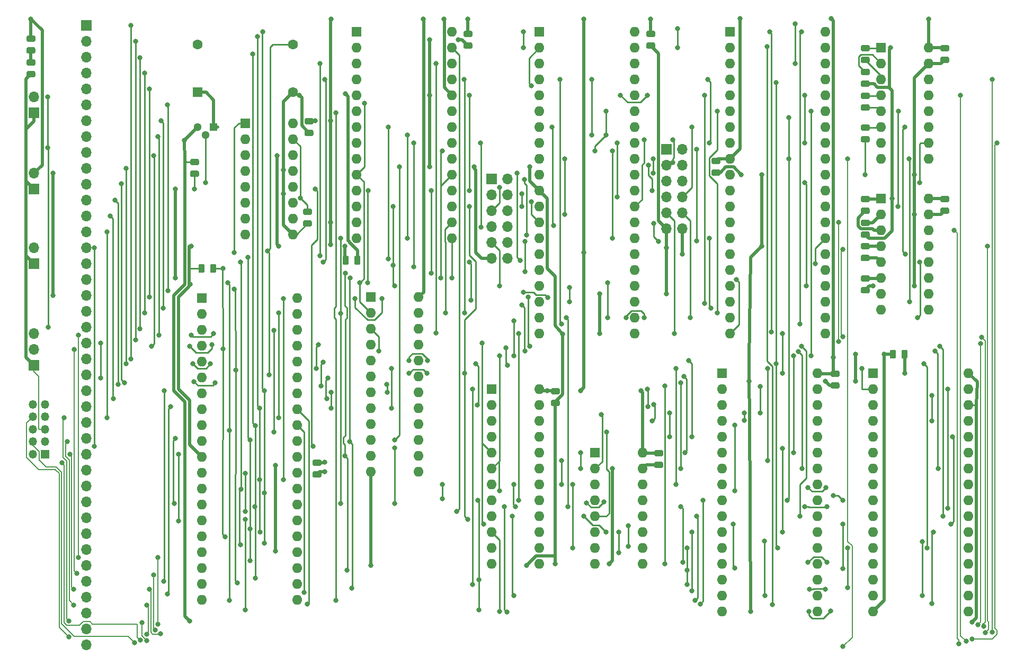
<source format=gbr>
G04 #@! TF.GenerationSoftware,KiCad,Pcbnew,(5.1.5-0-10_14)*
G04 #@! TF.CreationDate,2020-04-20T13:05:25+02:00*
G04 #@! TF.ProjectId,sinope,73696e6f-7065-42e6-9b69-6361645f7063,rev?*
G04 #@! TF.SameCoordinates,Original*
G04 #@! TF.FileFunction,Copper,L1,Top*
G04 #@! TF.FilePolarity,Positive*
%FSLAX46Y46*%
G04 Gerber Fmt 4.6, Leading zero omitted, Abs format (unit mm)*
G04 Created by KiCad (PCBNEW (5.1.5-0-10_14)) date 2020-04-20 13:05:25*
%MOMM*%
%LPD*%
G04 APERTURE LIST*
%ADD10O,1.600000X1.600000*%
%ADD11R,1.600000X1.600000*%
%ADD12O,1.700000X1.700000*%
%ADD13R,1.700000X1.700000*%
%ADD14O,1.350000X1.350000*%
%ADD15R,1.350000X1.350000*%
%ADD16C,0.100000*%
%ADD17C,1.600000*%
%ADD18R,1.300000X1.300000*%
%ADD19C,1.300000*%
%ADD20C,0.800000*%
%ADD21C,0.500000*%
%ADD22C,0.250000*%
%ADD23C,0.200000*%
G04 APERTURE END LIST*
D10*
X169418000Y-82550000D03*
X154178000Y-120650000D03*
X169418000Y-85090000D03*
X154178000Y-118110000D03*
X169418000Y-87630000D03*
X154178000Y-115570000D03*
X169418000Y-90170000D03*
X154178000Y-113030000D03*
X169418000Y-92710000D03*
X154178000Y-110490000D03*
X169418000Y-95250000D03*
X154178000Y-107950000D03*
X169418000Y-97790000D03*
X154178000Y-105410000D03*
X169418000Y-100330000D03*
X154178000Y-102870000D03*
X169418000Y-102870000D03*
X154178000Y-100330000D03*
X169418000Y-105410000D03*
X154178000Y-97790000D03*
X169418000Y-107950000D03*
X154178000Y-95250000D03*
X169418000Y-110490000D03*
X154178000Y-92710000D03*
X169418000Y-113030000D03*
X154178000Y-90170000D03*
X169418000Y-115570000D03*
X154178000Y-87630000D03*
X169418000Y-118110000D03*
X154178000Y-85090000D03*
X169418000Y-120650000D03*
D11*
X154178000Y-82550000D03*
D12*
X52578000Y-125984000D03*
X52578000Y-123444000D03*
X52578000Y-120904000D03*
X52578000Y-118364000D03*
X52578000Y-115824000D03*
X52578000Y-113284000D03*
X52578000Y-110744000D03*
X52578000Y-108204000D03*
X52578000Y-105664000D03*
X52578000Y-103124000D03*
X52578000Y-100584000D03*
X52578000Y-98044000D03*
X52578000Y-95504000D03*
X52578000Y-92964000D03*
X52578000Y-90424000D03*
X52578000Y-87884000D03*
X52578000Y-85344000D03*
X52578000Y-82804000D03*
X52578000Y-80264000D03*
X52578000Y-77724000D03*
X52578000Y-75184000D03*
X52578000Y-72644000D03*
X52578000Y-70104000D03*
X52578000Y-67564000D03*
X52578000Y-65024000D03*
X52578000Y-62484000D03*
X52578000Y-59944000D03*
X52578000Y-57404000D03*
X52578000Y-54864000D03*
X52578000Y-52324000D03*
X52578000Y-49784000D03*
X52578000Y-47244000D03*
X52578000Y-44704000D03*
X52578000Y-42164000D03*
X52578000Y-39624000D03*
X52578000Y-37084000D03*
X52578000Y-34544000D03*
X52578000Y-32004000D03*
X52578000Y-29464000D03*
D13*
X52578000Y-26924000D03*
D12*
X44196000Y-38354000D03*
D13*
X44196000Y-40894000D03*
D14*
X43974000Y-87504000D03*
X45974000Y-87504000D03*
X43974000Y-89504000D03*
X45974000Y-89504000D03*
X43974000Y-91504000D03*
X45974000Y-91504000D03*
X43974000Y-93504000D03*
X45974000Y-93504000D03*
X43974000Y-95504000D03*
D15*
X45974000Y-95504000D03*
D10*
X187198000Y-30480000D03*
X179578000Y-48260000D03*
X187198000Y-33020000D03*
X179578000Y-45720000D03*
X187198000Y-35560000D03*
X179578000Y-43180000D03*
X187198000Y-38100000D03*
X179578000Y-40640000D03*
X187198000Y-40640000D03*
X179578000Y-38100000D03*
X187198000Y-43180000D03*
X179578000Y-35560000D03*
X187198000Y-45720000D03*
X179578000Y-33020000D03*
X187198000Y-48260000D03*
D11*
X179578000Y-30480000D03*
G04 #@! TA.AperFunction,SMDPad,CuDef*
D16*
G36*
X177518142Y-37692174D02*
G01*
X177541803Y-37695684D01*
X177565007Y-37701496D01*
X177587529Y-37709554D01*
X177609153Y-37719782D01*
X177629670Y-37732079D01*
X177648883Y-37746329D01*
X177666607Y-37762393D01*
X177682671Y-37780117D01*
X177696921Y-37799330D01*
X177709218Y-37819847D01*
X177719446Y-37841471D01*
X177727504Y-37863993D01*
X177733316Y-37887197D01*
X177736826Y-37910858D01*
X177738000Y-37934750D01*
X177738000Y-38422250D01*
X177736826Y-38446142D01*
X177733316Y-38469803D01*
X177727504Y-38493007D01*
X177719446Y-38515529D01*
X177709218Y-38537153D01*
X177696921Y-38557670D01*
X177682671Y-38576883D01*
X177666607Y-38594607D01*
X177648883Y-38610671D01*
X177629670Y-38624921D01*
X177609153Y-38637218D01*
X177587529Y-38647446D01*
X177565007Y-38655504D01*
X177541803Y-38661316D01*
X177518142Y-38664826D01*
X177494250Y-38666000D01*
X176581750Y-38666000D01*
X176557858Y-38664826D01*
X176534197Y-38661316D01*
X176510993Y-38655504D01*
X176488471Y-38647446D01*
X176466847Y-38637218D01*
X176446330Y-38624921D01*
X176427117Y-38610671D01*
X176409393Y-38594607D01*
X176393329Y-38576883D01*
X176379079Y-38557670D01*
X176366782Y-38537153D01*
X176356554Y-38515529D01*
X176348496Y-38493007D01*
X176342684Y-38469803D01*
X176339174Y-38446142D01*
X176338000Y-38422250D01*
X176338000Y-37934750D01*
X176339174Y-37910858D01*
X176342684Y-37887197D01*
X176348496Y-37863993D01*
X176356554Y-37841471D01*
X176366782Y-37819847D01*
X176379079Y-37799330D01*
X176393329Y-37780117D01*
X176409393Y-37762393D01*
X176427117Y-37746329D01*
X176446330Y-37732079D01*
X176466847Y-37719782D01*
X176488471Y-37709554D01*
X176510993Y-37701496D01*
X176534197Y-37695684D01*
X176557858Y-37692174D01*
X176581750Y-37691000D01*
X177494250Y-37691000D01*
X177518142Y-37692174D01*
G37*
G04 #@! TD.AperFunction*
G04 #@! TA.AperFunction,SMDPad,CuDef*
G36*
X177518142Y-39567174D02*
G01*
X177541803Y-39570684D01*
X177565007Y-39576496D01*
X177587529Y-39584554D01*
X177609153Y-39594782D01*
X177629670Y-39607079D01*
X177648883Y-39621329D01*
X177666607Y-39637393D01*
X177682671Y-39655117D01*
X177696921Y-39674330D01*
X177709218Y-39694847D01*
X177719446Y-39716471D01*
X177727504Y-39738993D01*
X177733316Y-39762197D01*
X177736826Y-39785858D01*
X177738000Y-39809750D01*
X177738000Y-40297250D01*
X177736826Y-40321142D01*
X177733316Y-40344803D01*
X177727504Y-40368007D01*
X177719446Y-40390529D01*
X177709218Y-40412153D01*
X177696921Y-40432670D01*
X177682671Y-40451883D01*
X177666607Y-40469607D01*
X177648883Y-40485671D01*
X177629670Y-40499921D01*
X177609153Y-40512218D01*
X177587529Y-40522446D01*
X177565007Y-40530504D01*
X177541803Y-40536316D01*
X177518142Y-40539826D01*
X177494250Y-40541000D01*
X176581750Y-40541000D01*
X176557858Y-40539826D01*
X176534197Y-40536316D01*
X176510993Y-40530504D01*
X176488471Y-40522446D01*
X176466847Y-40512218D01*
X176446330Y-40499921D01*
X176427117Y-40485671D01*
X176409393Y-40469607D01*
X176393329Y-40451883D01*
X176379079Y-40432670D01*
X176366782Y-40412153D01*
X176356554Y-40390529D01*
X176348496Y-40368007D01*
X176342684Y-40344803D01*
X176339174Y-40321142D01*
X176338000Y-40297250D01*
X176338000Y-39809750D01*
X176339174Y-39785858D01*
X176342684Y-39762197D01*
X176348496Y-39738993D01*
X176356554Y-39716471D01*
X176366782Y-39694847D01*
X176379079Y-39674330D01*
X176393329Y-39655117D01*
X176409393Y-39637393D01*
X176427117Y-39621329D01*
X176446330Y-39607079D01*
X176466847Y-39594782D01*
X176488471Y-39584554D01*
X176510993Y-39576496D01*
X176534197Y-39570684D01*
X176557858Y-39567174D01*
X176581750Y-39566000D01*
X177494250Y-39566000D01*
X177518142Y-39567174D01*
G37*
G04 #@! TD.AperFunction*
G04 #@! TA.AperFunction,SMDPad,CuDef*
G36*
X172692142Y-84017174D02*
G01*
X172715803Y-84020684D01*
X172739007Y-84026496D01*
X172761529Y-84034554D01*
X172783153Y-84044782D01*
X172803670Y-84057079D01*
X172822883Y-84071329D01*
X172840607Y-84087393D01*
X172856671Y-84105117D01*
X172870921Y-84124330D01*
X172883218Y-84144847D01*
X172893446Y-84166471D01*
X172901504Y-84188993D01*
X172907316Y-84212197D01*
X172910826Y-84235858D01*
X172912000Y-84259750D01*
X172912000Y-84747250D01*
X172910826Y-84771142D01*
X172907316Y-84794803D01*
X172901504Y-84818007D01*
X172893446Y-84840529D01*
X172883218Y-84862153D01*
X172870921Y-84882670D01*
X172856671Y-84901883D01*
X172840607Y-84919607D01*
X172822883Y-84935671D01*
X172803670Y-84949921D01*
X172783153Y-84962218D01*
X172761529Y-84972446D01*
X172739007Y-84980504D01*
X172715803Y-84986316D01*
X172692142Y-84989826D01*
X172668250Y-84991000D01*
X171755750Y-84991000D01*
X171731858Y-84989826D01*
X171708197Y-84986316D01*
X171684993Y-84980504D01*
X171662471Y-84972446D01*
X171640847Y-84962218D01*
X171620330Y-84949921D01*
X171601117Y-84935671D01*
X171583393Y-84919607D01*
X171567329Y-84901883D01*
X171553079Y-84882670D01*
X171540782Y-84862153D01*
X171530554Y-84840529D01*
X171522496Y-84818007D01*
X171516684Y-84794803D01*
X171513174Y-84771142D01*
X171512000Y-84747250D01*
X171512000Y-84259750D01*
X171513174Y-84235858D01*
X171516684Y-84212197D01*
X171522496Y-84188993D01*
X171530554Y-84166471D01*
X171540782Y-84144847D01*
X171553079Y-84124330D01*
X171567329Y-84105117D01*
X171583393Y-84087393D01*
X171601117Y-84071329D01*
X171620330Y-84057079D01*
X171640847Y-84044782D01*
X171662471Y-84034554D01*
X171684993Y-84026496D01*
X171708197Y-84020684D01*
X171731858Y-84017174D01*
X171755750Y-84016000D01*
X172668250Y-84016000D01*
X172692142Y-84017174D01*
G37*
G04 #@! TD.AperFunction*
G04 #@! TA.AperFunction,SMDPad,CuDef*
G36*
X172692142Y-82142174D02*
G01*
X172715803Y-82145684D01*
X172739007Y-82151496D01*
X172761529Y-82159554D01*
X172783153Y-82169782D01*
X172803670Y-82182079D01*
X172822883Y-82196329D01*
X172840607Y-82212393D01*
X172856671Y-82230117D01*
X172870921Y-82249330D01*
X172883218Y-82269847D01*
X172893446Y-82291471D01*
X172901504Y-82313993D01*
X172907316Y-82337197D01*
X172910826Y-82360858D01*
X172912000Y-82384750D01*
X172912000Y-82872250D01*
X172910826Y-82896142D01*
X172907316Y-82919803D01*
X172901504Y-82943007D01*
X172893446Y-82965529D01*
X172883218Y-82987153D01*
X172870921Y-83007670D01*
X172856671Y-83026883D01*
X172840607Y-83044607D01*
X172822883Y-83060671D01*
X172803670Y-83074921D01*
X172783153Y-83087218D01*
X172761529Y-83097446D01*
X172739007Y-83105504D01*
X172715803Y-83111316D01*
X172692142Y-83114826D01*
X172668250Y-83116000D01*
X171755750Y-83116000D01*
X171731858Y-83114826D01*
X171708197Y-83111316D01*
X171684993Y-83105504D01*
X171662471Y-83097446D01*
X171640847Y-83087218D01*
X171620330Y-83074921D01*
X171601117Y-83060671D01*
X171583393Y-83044607D01*
X171567329Y-83026883D01*
X171553079Y-83007670D01*
X171540782Y-82987153D01*
X171530554Y-82965529D01*
X171522496Y-82943007D01*
X171516684Y-82919803D01*
X171513174Y-82896142D01*
X171512000Y-82872250D01*
X171512000Y-82384750D01*
X171513174Y-82360858D01*
X171516684Y-82337197D01*
X171522496Y-82313993D01*
X171530554Y-82291471D01*
X171540782Y-82269847D01*
X171553079Y-82249330D01*
X171567329Y-82230117D01*
X171583393Y-82212393D01*
X171601117Y-82196329D01*
X171620330Y-82182079D01*
X171640847Y-82169782D01*
X171662471Y-82159554D01*
X171684993Y-82151496D01*
X171708197Y-82145684D01*
X171731858Y-82142174D01*
X171755750Y-82141000D01*
X172668250Y-82141000D01*
X172692142Y-82142174D01*
G37*
G04 #@! TD.AperFunction*
D12*
X147828000Y-59436000D03*
X145288000Y-59436000D03*
X147828000Y-56896000D03*
X145288000Y-56896000D03*
X147828000Y-54356000D03*
X145288000Y-54356000D03*
X147828000Y-51816000D03*
X145288000Y-51816000D03*
X147828000Y-49276000D03*
X145288000Y-49276000D03*
X147828000Y-46736000D03*
D13*
X145288000Y-46736000D03*
D10*
X170688000Y-27940000D03*
X155448000Y-76200000D03*
X170688000Y-30480000D03*
X155448000Y-73660000D03*
X170688000Y-33020000D03*
X155448000Y-71120000D03*
X170688000Y-35560000D03*
X155448000Y-68580000D03*
X170688000Y-38100000D03*
X155448000Y-66040000D03*
X170688000Y-40640000D03*
X155448000Y-63500000D03*
X170688000Y-43180000D03*
X155448000Y-60960000D03*
X170688000Y-45720000D03*
X155448000Y-58420000D03*
X170688000Y-48260000D03*
X155448000Y-55880000D03*
X170688000Y-50800000D03*
X155448000Y-53340000D03*
X170688000Y-53340000D03*
X155448000Y-50800000D03*
X170688000Y-55880000D03*
X155448000Y-48260000D03*
X170688000Y-58420000D03*
X155448000Y-45720000D03*
X170688000Y-60960000D03*
X155448000Y-43180000D03*
X170688000Y-63500000D03*
X155448000Y-40640000D03*
X170688000Y-66040000D03*
X155448000Y-38100000D03*
X170688000Y-68580000D03*
X155448000Y-35560000D03*
X170688000Y-71120000D03*
X155448000Y-33020000D03*
X170688000Y-73660000D03*
X155448000Y-30480000D03*
X170688000Y-76200000D03*
D11*
X155448000Y-27940000D03*
D10*
X86233000Y-70485000D03*
X70993000Y-118745000D03*
X86233000Y-73025000D03*
X70993000Y-116205000D03*
X86233000Y-75565000D03*
X70993000Y-113665000D03*
X86233000Y-78105000D03*
X70993000Y-111125000D03*
X86233000Y-80645000D03*
X70993000Y-108585000D03*
X86233000Y-83185000D03*
X70993000Y-106045000D03*
X86233000Y-85725000D03*
X70993000Y-103505000D03*
X86233000Y-88265000D03*
X70993000Y-100965000D03*
X86233000Y-90805000D03*
X70993000Y-98425000D03*
X86233000Y-93345000D03*
X70993000Y-95885000D03*
X86233000Y-95885000D03*
X70993000Y-93345000D03*
X86233000Y-98425000D03*
X70993000Y-90805000D03*
X86233000Y-100965000D03*
X70993000Y-88265000D03*
X86233000Y-103505000D03*
X70993000Y-85725000D03*
X86233000Y-106045000D03*
X70993000Y-83185000D03*
X86233000Y-108585000D03*
X70993000Y-80645000D03*
X86233000Y-111125000D03*
X70993000Y-78105000D03*
X86233000Y-113665000D03*
X70993000Y-75565000D03*
X86233000Y-116205000D03*
X70993000Y-73025000D03*
X86233000Y-118745000D03*
D11*
X70993000Y-70485000D03*
D10*
X140208000Y-27940000D03*
X124968000Y-76200000D03*
X140208000Y-30480000D03*
X124968000Y-73660000D03*
X140208000Y-33020000D03*
X124968000Y-71120000D03*
X140208000Y-35560000D03*
X124968000Y-68580000D03*
X140208000Y-38100000D03*
X124968000Y-66040000D03*
X140208000Y-40640000D03*
X124968000Y-63500000D03*
X140208000Y-43180000D03*
X124968000Y-60960000D03*
X140208000Y-45720000D03*
X124968000Y-58420000D03*
X140208000Y-48260000D03*
X124968000Y-55880000D03*
X140208000Y-50800000D03*
X124968000Y-53340000D03*
X140208000Y-53340000D03*
X124968000Y-50800000D03*
X140208000Y-55880000D03*
X124968000Y-48260000D03*
X140208000Y-58420000D03*
X124968000Y-45720000D03*
X140208000Y-60960000D03*
X124968000Y-43180000D03*
X140208000Y-63500000D03*
X124968000Y-40640000D03*
X140208000Y-66040000D03*
X124968000Y-38100000D03*
X140208000Y-68580000D03*
X124968000Y-35560000D03*
X140208000Y-71120000D03*
X124968000Y-33020000D03*
X140208000Y-73660000D03*
X124968000Y-30480000D03*
X140208000Y-76200000D03*
D11*
X124968000Y-27940000D03*
D10*
X85598000Y-42545000D03*
X77978000Y-60325000D03*
X85598000Y-45085000D03*
X77978000Y-57785000D03*
X85598000Y-47625000D03*
X77978000Y-55245000D03*
X85598000Y-50165000D03*
X77978000Y-52705000D03*
X85598000Y-52705000D03*
X77978000Y-50165000D03*
X85598000Y-55245000D03*
X77978000Y-47625000D03*
X85598000Y-57785000D03*
X77978000Y-45085000D03*
X85598000Y-60325000D03*
D11*
X77978000Y-42545000D03*
D12*
X44196000Y-76200000D03*
X44196000Y-78740000D03*
D13*
X44196000Y-81280000D03*
D17*
X85598000Y-37592000D03*
X85598000Y-29972000D03*
X70358000Y-29972000D03*
D11*
X70358000Y-37592000D03*
D10*
X193548000Y-82550000D03*
X178308000Y-120650000D03*
X193548000Y-85090000D03*
X178308000Y-118110000D03*
X193548000Y-87630000D03*
X178308000Y-115570000D03*
X193548000Y-90170000D03*
X178308000Y-113030000D03*
X193548000Y-92710000D03*
X178308000Y-110490000D03*
X193548000Y-95250000D03*
X178308000Y-107950000D03*
X193548000Y-97790000D03*
X178308000Y-105410000D03*
X193548000Y-100330000D03*
X178308000Y-102870000D03*
X193548000Y-102870000D03*
X178308000Y-100330000D03*
X193548000Y-105410000D03*
X178308000Y-97790000D03*
X193548000Y-107950000D03*
X178308000Y-95250000D03*
X193548000Y-110490000D03*
X178308000Y-92710000D03*
X193548000Y-113030000D03*
X178308000Y-90170000D03*
X193548000Y-115570000D03*
X178308000Y-87630000D03*
X193548000Y-118110000D03*
X178308000Y-85090000D03*
X193548000Y-120650000D03*
D11*
X178308000Y-82550000D03*
D10*
X141478000Y-95250000D03*
X133858000Y-113030000D03*
X141478000Y-97790000D03*
X133858000Y-110490000D03*
X141478000Y-100330000D03*
X133858000Y-107950000D03*
X141478000Y-102870000D03*
X133858000Y-105410000D03*
X141478000Y-105410000D03*
X133858000Y-102870000D03*
X141478000Y-107950000D03*
X133858000Y-100330000D03*
X141478000Y-110490000D03*
X133858000Y-97790000D03*
X141478000Y-113030000D03*
D11*
X133858000Y-95250000D03*
D10*
X124968000Y-85090000D03*
X117348000Y-113030000D03*
X124968000Y-87630000D03*
X117348000Y-110490000D03*
X124968000Y-90170000D03*
X117348000Y-107950000D03*
X124968000Y-92710000D03*
X117348000Y-105410000D03*
X124968000Y-95250000D03*
X117348000Y-102870000D03*
X124968000Y-97790000D03*
X117348000Y-100330000D03*
X124968000Y-100330000D03*
X117348000Y-97790000D03*
X124968000Y-102870000D03*
X117348000Y-95250000D03*
X124968000Y-105410000D03*
X117348000Y-92710000D03*
X124968000Y-107950000D03*
X117348000Y-90170000D03*
X124968000Y-110490000D03*
X117348000Y-87630000D03*
X124968000Y-113030000D03*
D11*
X117348000Y-85090000D03*
D10*
X105664000Y-70358000D03*
X98044000Y-98298000D03*
X105664000Y-72898000D03*
X98044000Y-95758000D03*
X105664000Y-75438000D03*
X98044000Y-93218000D03*
X105664000Y-77978000D03*
X98044000Y-90678000D03*
X105664000Y-80518000D03*
X98044000Y-88138000D03*
X105664000Y-83058000D03*
X98044000Y-85598000D03*
X105664000Y-85598000D03*
X98044000Y-83058000D03*
X105664000Y-88138000D03*
X98044000Y-80518000D03*
X105664000Y-90678000D03*
X98044000Y-77978000D03*
X105664000Y-93218000D03*
X98044000Y-75438000D03*
X105664000Y-95758000D03*
X98044000Y-72898000D03*
X105664000Y-98298000D03*
D11*
X98044000Y-70358000D03*
D10*
X187198000Y-54610000D03*
X179578000Y-72390000D03*
X187198000Y-57150000D03*
X179578000Y-69850000D03*
X187198000Y-59690000D03*
X179578000Y-67310000D03*
X187198000Y-62230000D03*
X179578000Y-64770000D03*
X187198000Y-64770000D03*
X179578000Y-62230000D03*
X187198000Y-67310000D03*
X179578000Y-59690000D03*
X187198000Y-69850000D03*
X179578000Y-57150000D03*
X187198000Y-72390000D03*
D11*
X179578000Y-54610000D03*
D10*
X110998000Y-27940000D03*
X95758000Y-60960000D03*
X110998000Y-30480000D03*
X95758000Y-58420000D03*
X110998000Y-33020000D03*
X95758000Y-55880000D03*
X110998000Y-35560000D03*
X95758000Y-53340000D03*
X110998000Y-38100000D03*
X95758000Y-50800000D03*
X110998000Y-40640000D03*
X95758000Y-48260000D03*
X110998000Y-43180000D03*
X95758000Y-45720000D03*
X110998000Y-45720000D03*
X95758000Y-43180000D03*
X110998000Y-48260000D03*
X95758000Y-40640000D03*
X110998000Y-50800000D03*
X95758000Y-38100000D03*
X110998000Y-53340000D03*
X95758000Y-35560000D03*
X110998000Y-55880000D03*
X95758000Y-33020000D03*
X110998000Y-58420000D03*
X95758000Y-30480000D03*
X110998000Y-60960000D03*
D11*
X95758000Y-27940000D03*
G04 #@! TA.AperFunction,SMDPad,CuDef*
D16*
G36*
X44168142Y-34233174D02*
G01*
X44191803Y-34236684D01*
X44215007Y-34242496D01*
X44237529Y-34250554D01*
X44259153Y-34260782D01*
X44279670Y-34273079D01*
X44298883Y-34287329D01*
X44316607Y-34303393D01*
X44332671Y-34321117D01*
X44346921Y-34340330D01*
X44359218Y-34360847D01*
X44369446Y-34382471D01*
X44377504Y-34404993D01*
X44383316Y-34428197D01*
X44386826Y-34451858D01*
X44388000Y-34475750D01*
X44388000Y-34963250D01*
X44386826Y-34987142D01*
X44383316Y-35010803D01*
X44377504Y-35034007D01*
X44369446Y-35056529D01*
X44359218Y-35078153D01*
X44346921Y-35098670D01*
X44332671Y-35117883D01*
X44316607Y-35135607D01*
X44298883Y-35151671D01*
X44279670Y-35165921D01*
X44259153Y-35178218D01*
X44237529Y-35188446D01*
X44215007Y-35196504D01*
X44191803Y-35202316D01*
X44168142Y-35205826D01*
X44144250Y-35207000D01*
X43231750Y-35207000D01*
X43207858Y-35205826D01*
X43184197Y-35202316D01*
X43160993Y-35196504D01*
X43138471Y-35188446D01*
X43116847Y-35178218D01*
X43096330Y-35165921D01*
X43077117Y-35151671D01*
X43059393Y-35135607D01*
X43043329Y-35117883D01*
X43029079Y-35098670D01*
X43016782Y-35078153D01*
X43006554Y-35056529D01*
X42998496Y-35034007D01*
X42992684Y-35010803D01*
X42989174Y-34987142D01*
X42988000Y-34963250D01*
X42988000Y-34475750D01*
X42989174Y-34451858D01*
X42992684Y-34428197D01*
X42998496Y-34404993D01*
X43006554Y-34382471D01*
X43016782Y-34360847D01*
X43029079Y-34340330D01*
X43043329Y-34321117D01*
X43059393Y-34303393D01*
X43077117Y-34287329D01*
X43096330Y-34273079D01*
X43116847Y-34260782D01*
X43138471Y-34250554D01*
X43160993Y-34242496D01*
X43184197Y-34236684D01*
X43207858Y-34233174D01*
X43231750Y-34232000D01*
X44144250Y-34232000D01*
X44168142Y-34233174D01*
G37*
G04 #@! TD.AperFunction*
G04 #@! TA.AperFunction,SMDPad,CuDef*
G36*
X44168142Y-32358174D02*
G01*
X44191803Y-32361684D01*
X44215007Y-32367496D01*
X44237529Y-32375554D01*
X44259153Y-32385782D01*
X44279670Y-32398079D01*
X44298883Y-32412329D01*
X44316607Y-32428393D01*
X44332671Y-32446117D01*
X44346921Y-32465330D01*
X44359218Y-32485847D01*
X44369446Y-32507471D01*
X44377504Y-32529993D01*
X44383316Y-32553197D01*
X44386826Y-32576858D01*
X44388000Y-32600750D01*
X44388000Y-33088250D01*
X44386826Y-33112142D01*
X44383316Y-33135803D01*
X44377504Y-33159007D01*
X44369446Y-33181529D01*
X44359218Y-33203153D01*
X44346921Y-33223670D01*
X44332671Y-33242883D01*
X44316607Y-33260607D01*
X44298883Y-33276671D01*
X44279670Y-33290921D01*
X44259153Y-33303218D01*
X44237529Y-33313446D01*
X44215007Y-33321504D01*
X44191803Y-33327316D01*
X44168142Y-33330826D01*
X44144250Y-33332000D01*
X43231750Y-33332000D01*
X43207858Y-33330826D01*
X43184197Y-33327316D01*
X43160993Y-33321504D01*
X43138471Y-33313446D01*
X43116847Y-33303218D01*
X43096330Y-33290921D01*
X43077117Y-33276671D01*
X43059393Y-33260607D01*
X43043329Y-33242883D01*
X43029079Y-33223670D01*
X43016782Y-33203153D01*
X43006554Y-33181529D01*
X42998496Y-33159007D01*
X42992684Y-33135803D01*
X42989174Y-33112142D01*
X42988000Y-33088250D01*
X42988000Y-32600750D01*
X42989174Y-32576858D01*
X42992684Y-32553197D01*
X42998496Y-32529993D01*
X43006554Y-32507471D01*
X43016782Y-32485847D01*
X43029079Y-32465330D01*
X43043329Y-32446117D01*
X43059393Y-32428393D01*
X43077117Y-32412329D01*
X43096330Y-32398079D01*
X43116847Y-32385782D01*
X43138471Y-32375554D01*
X43160993Y-32367496D01*
X43184197Y-32361684D01*
X43207858Y-32358174D01*
X43231750Y-32357000D01*
X44144250Y-32357000D01*
X44168142Y-32358174D01*
G37*
G04 #@! TD.AperFunction*
G04 #@! TA.AperFunction,SMDPad,CuDef*
G36*
X71212142Y-65087174D02*
G01*
X71235803Y-65090684D01*
X71259007Y-65096496D01*
X71281529Y-65104554D01*
X71303153Y-65114782D01*
X71323670Y-65127079D01*
X71342883Y-65141329D01*
X71360607Y-65157393D01*
X71376671Y-65175117D01*
X71390921Y-65194330D01*
X71403218Y-65214847D01*
X71413446Y-65236471D01*
X71421504Y-65258993D01*
X71427316Y-65282197D01*
X71430826Y-65305858D01*
X71432000Y-65329750D01*
X71432000Y-66242250D01*
X71430826Y-66266142D01*
X71427316Y-66289803D01*
X71421504Y-66313007D01*
X71413446Y-66335529D01*
X71403218Y-66357153D01*
X71390921Y-66377670D01*
X71376671Y-66396883D01*
X71360607Y-66414607D01*
X71342883Y-66430671D01*
X71323670Y-66444921D01*
X71303153Y-66457218D01*
X71281529Y-66467446D01*
X71259007Y-66475504D01*
X71235803Y-66481316D01*
X71212142Y-66484826D01*
X71188250Y-66486000D01*
X70700750Y-66486000D01*
X70676858Y-66484826D01*
X70653197Y-66481316D01*
X70629993Y-66475504D01*
X70607471Y-66467446D01*
X70585847Y-66457218D01*
X70565330Y-66444921D01*
X70546117Y-66430671D01*
X70528393Y-66414607D01*
X70512329Y-66396883D01*
X70498079Y-66377670D01*
X70485782Y-66357153D01*
X70475554Y-66335529D01*
X70467496Y-66313007D01*
X70461684Y-66289803D01*
X70458174Y-66266142D01*
X70457000Y-66242250D01*
X70457000Y-65329750D01*
X70458174Y-65305858D01*
X70461684Y-65282197D01*
X70467496Y-65258993D01*
X70475554Y-65236471D01*
X70485782Y-65214847D01*
X70498079Y-65194330D01*
X70512329Y-65175117D01*
X70528393Y-65157393D01*
X70546117Y-65141329D01*
X70565330Y-65127079D01*
X70585847Y-65114782D01*
X70607471Y-65104554D01*
X70629993Y-65096496D01*
X70653197Y-65090684D01*
X70676858Y-65087174D01*
X70700750Y-65086000D01*
X71188250Y-65086000D01*
X71212142Y-65087174D01*
G37*
G04 #@! TD.AperFunction*
G04 #@! TA.AperFunction,SMDPad,CuDef*
G36*
X73087142Y-65087174D02*
G01*
X73110803Y-65090684D01*
X73134007Y-65096496D01*
X73156529Y-65104554D01*
X73178153Y-65114782D01*
X73198670Y-65127079D01*
X73217883Y-65141329D01*
X73235607Y-65157393D01*
X73251671Y-65175117D01*
X73265921Y-65194330D01*
X73278218Y-65214847D01*
X73288446Y-65236471D01*
X73296504Y-65258993D01*
X73302316Y-65282197D01*
X73305826Y-65305858D01*
X73307000Y-65329750D01*
X73307000Y-66242250D01*
X73305826Y-66266142D01*
X73302316Y-66289803D01*
X73296504Y-66313007D01*
X73288446Y-66335529D01*
X73278218Y-66357153D01*
X73265921Y-66377670D01*
X73251671Y-66396883D01*
X73235607Y-66414607D01*
X73217883Y-66430671D01*
X73198670Y-66444921D01*
X73178153Y-66457218D01*
X73156529Y-66467446D01*
X73134007Y-66475504D01*
X73110803Y-66481316D01*
X73087142Y-66484826D01*
X73063250Y-66486000D01*
X72575750Y-66486000D01*
X72551858Y-66484826D01*
X72528197Y-66481316D01*
X72504993Y-66475504D01*
X72482471Y-66467446D01*
X72460847Y-66457218D01*
X72440330Y-66444921D01*
X72421117Y-66430671D01*
X72403393Y-66414607D01*
X72387329Y-66396883D01*
X72373079Y-66377670D01*
X72360782Y-66357153D01*
X72350554Y-66335529D01*
X72342496Y-66313007D01*
X72336684Y-66289803D01*
X72333174Y-66266142D01*
X72332000Y-66242250D01*
X72332000Y-65329750D01*
X72333174Y-65305858D01*
X72336684Y-65282197D01*
X72342496Y-65258993D01*
X72350554Y-65236471D01*
X72360782Y-65214847D01*
X72373079Y-65194330D01*
X72387329Y-65175117D01*
X72403393Y-65157393D01*
X72421117Y-65141329D01*
X72440330Y-65127079D01*
X72460847Y-65114782D01*
X72482471Y-65104554D01*
X72504993Y-65096496D01*
X72528197Y-65090684D01*
X72551858Y-65087174D01*
X72575750Y-65086000D01*
X73063250Y-65086000D01*
X73087142Y-65087174D01*
G37*
G04 #@! TD.AperFunction*
D18*
X72898000Y-43180000D03*
D19*
X70358000Y-43180000D03*
X71628000Y-44450000D03*
D12*
X44196000Y-50546000D03*
D13*
X44196000Y-53086000D03*
D12*
X44196000Y-62484000D03*
D13*
X44196000Y-65024000D03*
D12*
X119888000Y-64135000D03*
X117348000Y-64135000D03*
X119888000Y-61595000D03*
X117348000Y-61595000D03*
X119888000Y-59055000D03*
X117348000Y-59055000D03*
X119888000Y-56515000D03*
X117348000Y-56515000D03*
X119888000Y-53975000D03*
X117348000Y-53975000D03*
X119888000Y-51435000D03*
D13*
X117348000Y-51435000D03*
G04 #@! TA.AperFunction,SMDPad,CuDef*
D16*
G36*
X44168142Y-28548174D02*
G01*
X44191803Y-28551684D01*
X44215007Y-28557496D01*
X44237529Y-28565554D01*
X44259153Y-28575782D01*
X44279670Y-28588079D01*
X44298883Y-28602329D01*
X44316607Y-28618393D01*
X44332671Y-28636117D01*
X44346921Y-28655330D01*
X44359218Y-28675847D01*
X44369446Y-28697471D01*
X44377504Y-28719993D01*
X44383316Y-28743197D01*
X44386826Y-28766858D01*
X44388000Y-28790750D01*
X44388000Y-29278250D01*
X44386826Y-29302142D01*
X44383316Y-29325803D01*
X44377504Y-29349007D01*
X44369446Y-29371529D01*
X44359218Y-29393153D01*
X44346921Y-29413670D01*
X44332671Y-29432883D01*
X44316607Y-29450607D01*
X44298883Y-29466671D01*
X44279670Y-29480921D01*
X44259153Y-29493218D01*
X44237529Y-29503446D01*
X44215007Y-29511504D01*
X44191803Y-29517316D01*
X44168142Y-29520826D01*
X44144250Y-29522000D01*
X43231750Y-29522000D01*
X43207858Y-29520826D01*
X43184197Y-29517316D01*
X43160993Y-29511504D01*
X43138471Y-29503446D01*
X43116847Y-29493218D01*
X43096330Y-29480921D01*
X43077117Y-29466671D01*
X43059393Y-29450607D01*
X43043329Y-29432883D01*
X43029079Y-29413670D01*
X43016782Y-29393153D01*
X43006554Y-29371529D01*
X42998496Y-29349007D01*
X42992684Y-29325803D01*
X42989174Y-29302142D01*
X42988000Y-29278250D01*
X42988000Y-28790750D01*
X42989174Y-28766858D01*
X42992684Y-28743197D01*
X42998496Y-28719993D01*
X43006554Y-28697471D01*
X43016782Y-28675847D01*
X43029079Y-28655330D01*
X43043329Y-28636117D01*
X43059393Y-28618393D01*
X43077117Y-28602329D01*
X43096330Y-28588079D01*
X43116847Y-28575782D01*
X43138471Y-28565554D01*
X43160993Y-28557496D01*
X43184197Y-28551684D01*
X43207858Y-28548174D01*
X43231750Y-28547000D01*
X44144250Y-28547000D01*
X44168142Y-28548174D01*
G37*
G04 #@! TD.AperFunction*
G04 #@! TA.AperFunction,SMDPad,CuDef*
G36*
X44168142Y-30423174D02*
G01*
X44191803Y-30426684D01*
X44215007Y-30432496D01*
X44237529Y-30440554D01*
X44259153Y-30450782D01*
X44279670Y-30463079D01*
X44298883Y-30477329D01*
X44316607Y-30493393D01*
X44332671Y-30511117D01*
X44346921Y-30530330D01*
X44359218Y-30550847D01*
X44369446Y-30572471D01*
X44377504Y-30594993D01*
X44383316Y-30618197D01*
X44386826Y-30641858D01*
X44388000Y-30665750D01*
X44388000Y-31153250D01*
X44386826Y-31177142D01*
X44383316Y-31200803D01*
X44377504Y-31224007D01*
X44369446Y-31246529D01*
X44359218Y-31268153D01*
X44346921Y-31288670D01*
X44332671Y-31307883D01*
X44316607Y-31325607D01*
X44298883Y-31341671D01*
X44279670Y-31355921D01*
X44259153Y-31368218D01*
X44237529Y-31378446D01*
X44215007Y-31386504D01*
X44191803Y-31392316D01*
X44168142Y-31395826D01*
X44144250Y-31397000D01*
X43231750Y-31397000D01*
X43207858Y-31395826D01*
X43184197Y-31392316D01*
X43160993Y-31386504D01*
X43138471Y-31378446D01*
X43116847Y-31368218D01*
X43096330Y-31355921D01*
X43077117Y-31341671D01*
X43059393Y-31325607D01*
X43043329Y-31307883D01*
X43029079Y-31288670D01*
X43016782Y-31268153D01*
X43006554Y-31246529D01*
X42998496Y-31224007D01*
X42992684Y-31200803D01*
X42989174Y-31177142D01*
X42988000Y-31153250D01*
X42988000Y-30665750D01*
X42989174Y-30641858D01*
X42992684Y-30618197D01*
X42998496Y-30594993D01*
X43006554Y-30572471D01*
X43016782Y-30550847D01*
X43029079Y-30530330D01*
X43043329Y-30511117D01*
X43059393Y-30493393D01*
X43077117Y-30477329D01*
X43096330Y-30463079D01*
X43116847Y-30450782D01*
X43138471Y-30440554D01*
X43160993Y-30432496D01*
X43184197Y-30426684D01*
X43207858Y-30423174D01*
X43231750Y-30422000D01*
X44144250Y-30422000D01*
X44168142Y-30423174D01*
G37*
G04 #@! TD.AperFunction*
G04 #@! TA.AperFunction,SMDPad,CuDef*
G36*
X88364142Y-58109174D02*
G01*
X88387803Y-58112684D01*
X88411007Y-58118496D01*
X88433529Y-58126554D01*
X88455153Y-58136782D01*
X88475670Y-58149079D01*
X88494883Y-58163329D01*
X88512607Y-58179393D01*
X88528671Y-58197117D01*
X88542921Y-58216330D01*
X88555218Y-58236847D01*
X88565446Y-58258471D01*
X88573504Y-58280993D01*
X88579316Y-58304197D01*
X88582826Y-58327858D01*
X88584000Y-58351750D01*
X88584000Y-58839250D01*
X88582826Y-58863142D01*
X88579316Y-58886803D01*
X88573504Y-58910007D01*
X88565446Y-58932529D01*
X88555218Y-58954153D01*
X88542921Y-58974670D01*
X88528671Y-58993883D01*
X88512607Y-59011607D01*
X88494883Y-59027671D01*
X88475670Y-59041921D01*
X88455153Y-59054218D01*
X88433529Y-59064446D01*
X88411007Y-59072504D01*
X88387803Y-59078316D01*
X88364142Y-59081826D01*
X88340250Y-59083000D01*
X87427750Y-59083000D01*
X87403858Y-59081826D01*
X87380197Y-59078316D01*
X87356993Y-59072504D01*
X87334471Y-59064446D01*
X87312847Y-59054218D01*
X87292330Y-59041921D01*
X87273117Y-59027671D01*
X87255393Y-59011607D01*
X87239329Y-58993883D01*
X87225079Y-58974670D01*
X87212782Y-58954153D01*
X87202554Y-58932529D01*
X87194496Y-58910007D01*
X87188684Y-58886803D01*
X87185174Y-58863142D01*
X87184000Y-58839250D01*
X87184000Y-58351750D01*
X87185174Y-58327858D01*
X87188684Y-58304197D01*
X87194496Y-58280993D01*
X87202554Y-58258471D01*
X87212782Y-58236847D01*
X87225079Y-58216330D01*
X87239329Y-58197117D01*
X87255393Y-58179393D01*
X87273117Y-58163329D01*
X87292330Y-58149079D01*
X87312847Y-58136782D01*
X87334471Y-58126554D01*
X87356993Y-58118496D01*
X87380197Y-58112684D01*
X87403858Y-58109174D01*
X87427750Y-58108000D01*
X88340250Y-58108000D01*
X88364142Y-58109174D01*
G37*
G04 #@! TD.AperFunction*
G04 #@! TA.AperFunction,SMDPad,CuDef*
G36*
X88364142Y-56234174D02*
G01*
X88387803Y-56237684D01*
X88411007Y-56243496D01*
X88433529Y-56251554D01*
X88455153Y-56261782D01*
X88475670Y-56274079D01*
X88494883Y-56288329D01*
X88512607Y-56304393D01*
X88528671Y-56322117D01*
X88542921Y-56341330D01*
X88555218Y-56361847D01*
X88565446Y-56383471D01*
X88573504Y-56405993D01*
X88579316Y-56429197D01*
X88582826Y-56452858D01*
X88584000Y-56476750D01*
X88584000Y-56964250D01*
X88582826Y-56988142D01*
X88579316Y-57011803D01*
X88573504Y-57035007D01*
X88565446Y-57057529D01*
X88555218Y-57079153D01*
X88542921Y-57099670D01*
X88528671Y-57118883D01*
X88512607Y-57136607D01*
X88494883Y-57152671D01*
X88475670Y-57166921D01*
X88455153Y-57179218D01*
X88433529Y-57189446D01*
X88411007Y-57197504D01*
X88387803Y-57203316D01*
X88364142Y-57206826D01*
X88340250Y-57208000D01*
X87427750Y-57208000D01*
X87403858Y-57206826D01*
X87380197Y-57203316D01*
X87356993Y-57197504D01*
X87334471Y-57189446D01*
X87312847Y-57179218D01*
X87292330Y-57166921D01*
X87273117Y-57152671D01*
X87255393Y-57136607D01*
X87239329Y-57118883D01*
X87225079Y-57099670D01*
X87212782Y-57079153D01*
X87202554Y-57057529D01*
X87194496Y-57035007D01*
X87188684Y-57011803D01*
X87185174Y-56988142D01*
X87184000Y-56964250D01*
X87184000Y-56476750D01*
X87185174Y-56452858D01*
X87188684Y-56429197D01*
X87194496Y-56405993D01*
X87202554Y-56383471D01*
X87212782Y-56361847D01*
X87225079Y-56341330D01*
X87239329Y-56322117D01*
X87255393Y-56304393D01*
X87273117Y-56288329D01*
X87292330Y-56274079D01*
X87312847Y-56261782D01*
X87334471Y-56251554D01*
X87356993Y-56243496D01*
X87380197Y-56237684D01*
X87403858Y-56234174D01*
X87427750Y-56233000D01*
X88340250Y-56233000D01*
X88364142Y-56234174D01*
G37*
G04 #@! TD.AperFunction*
G04 #@! TA.AperFunction,SMDPad,CuDef*
G36*
X144498142Y-96717174D02*
G01*
X144521803Y-96720684D01*
X144545007Y-96726496D01*
X144567529Y-96734554D01*
X144589153Y-96744782D01*
X144609670Y-96757079D01*
X144628883Y-96771329D01*
X144646607Y-96787393D01*
X144662671Y-96805117D01*
X144676921Y-96824330D01*
X144689218Y-96844847D01*
X144699446Y-96866471D01*
X144707504Y-96888993D01*
X144713316Y-96912197D01*
X144716826Y-96935858D01*
X144718000Y-96959750D01*
X144718000Y-97447250D01*
X144716826Y-97471142D01*
X144713316Y-97494803D01*
X144707504Y-97518007D01*
X144699446Y-97540529D01*
X144689218Y-97562153D01*
X144676921Y-97582670D01*
X144662671Y-97601883D01*
X144646607Y-97619607D01*
X144628883Y-97635671D01*
X144609670Y-97649921D01*
X144589153Y-97662218D01*
X144567529Y-97672446D01*
X144545007Y-97680504D01*
X144521803Y-97686316D01*
X144498142Y-97689826D01*
X144474250Y-97691000D01*
X143561750Y-97691000D01*
X143537858Y-97689826D01*
X143514197Y-97686316D01*
X143490993Y-97680504D01*
X143468471Y-97672446D01*
X143446847Y-97662218D01*
X143426330Y-97649921D01*
X143407117Y-97635671D01*
X143389393Y-97619607D01*
X143373329Y-97601883D01*
X143359079Y-97582670D01*
X143346782Y-97562153D01*
X143336554Y-97540529D01*
X143328496Y-97518007D01*
X143322684Y-97494803D01*
X143319174Y-97471142D01*
X143318000Y-97447250D01*
X143318000Y-96959750D01*
X143319174Y-96935858D01*
X143322684Y-96912197D01*
X143328496Y-96888993D01*
X143336554Y-96866471D01*
X143346782Y-96844847D01*
X143359079Y-96824330D01*
X143373329Y-96805117D01*
X143389393Y-96787393D01*
X143407117Y-96771329D01*
X143426330Y-96757079D01*
X143446847Y-96744782D01*
X143468471Y-96734554D01*
X143490993Y-96726496D01*
X143514197Y-96720684D01*
X143537858Y-96717174D01*
X143561750Y-96716000D01*
X144474250Y-96716000D01*
X144498142Y-96717174D01*
G37*
G04 #@! TD.AperFunction*
G04 #@! TA.AperFunction,SMDPad,CuDef*
G36*
X144498142Y-94842174D02*
G01*
X144521803Y-94845684D01*
X144545007Y-94851496D01*
X144567529Y-94859554D01*
X144589153Y-94869782D01*
X144609670Y-94882079D01*
X144628883Y-94896329D01*
X144646607Y-94912393D01*
X144662671Y-94930117D01*
X144676921Y-94949330D01*
X144689218Y-94969847D01*
X144699446Y-94991471D01*
X144707504Y-95013993D01*
X144713316Y-95037197D01*
X144716826Y-95060858D01*
X144718000Y-95084750D01*
X144718000Y-95572250D01*
X144716826Y-95596142D01*
X144713316Y-95619803D01*
X144707504Y-95643007D01*
X144699446Y-95665529D01*
X144689218Y-95687153D01*
X144676921Y-95707670D01*
X144662671Y-95726883D01*
X144646607Y-95744607D01*
X144628883Y-95760671D01*
X144609670Y-95774921D01*
X144589153Y-95787218D01*
X144567529Y-95797446D01*
X144545007Y-95805504D01*
X144521803Y-95811316D01*
X144498142Y-95814826D01*
X144474250Y-95816000D01*
X143561750Y-95816000D01*
X143537858Y-95814826D01*
X143514197Y-95811316D01*
X143490993Y-95805504D01*
X143468471Y-95797446D01*
X143446847Y-95787218D01*
X143426330Y-95774921D01*
X143407117Y-95760671D01*
X143389393Y-95744607D01*
X143373329Y-95726883D01*
X143359079Y-95707670D01*
X143346782Y-95687153D01*
X143336554Y-95665529D01*
X143328496Y-95643007D01*
X143322684Y-95619803D01*
X143319174Y-95596142D01*
X143318000Y-95572250D01*
X143318000Y-95084750D01*
X143319174Y-95060858D01*
X143322684Y-95037197D01*
X143328496Y-95013993D01*
X143336554Y-94991471D01*
X143346782Y-94969847D01*
X143359079Y-94949330D01*
X143373329Y-94930117D01*
X143389393Y-94912393D01*
X143407117Y-94896329D01*
X143426330Y-94882079D01*
X143446847Y-94869782D01*
X143468471Y-94859554D01*
X143490993Y-94851496D01*
X143514197Y-94845684D01*
X143537858Y-94842174D01*
X143561750Y-94841000D01*
X144474250Y-94841000D01*
X144498142Y-94842174D01*
G37*
G04 #@! TD.AperFunction*
G04 #@! TA.AperFunction,SMDPad,CuDef*
G36*
X181702142Y-78803174D02*
G01*
X181725803Y-78806684D01*
X181749007Y-78812496D01*
X181771529Y-78820554D01*
X181793153Y-78830782D01*
X181813670Y-78843079D01*
X181832883Y-78857329D01*
X181850607Y-78873393D01*
X181866671Y-78891117D01*
X181880921Y-78910330D01*
X181893218Y-78930847D01*
X181903446Y-78952471D01*
X181911504Y-78974993D01*
X181917316Y-78998197D01*
X181920826Y-79021858D01*
X181922000Y-79045750D01*
X181922000Y-79958250D01*
X181920826Y-79982142D01*
X181917316Y-80005803D01*
X181911504Y-80029007D01*
X181903446Y-80051529D01*
X181893218Y-80073153D01*
X181880921Y-80093670D01*
X181866671Y-80112883D01*
X181850607Y-80130607D01*
X181832883Y-80146671D01*
X181813670Y-80160921D01*
X181793153Y-80173218D01*
X181771529Y-80183446D01*
X181749007Y-80191504D01*
X181725803Y-80197316D01*
X181702142Y-80200826D01*
X181678250Y-80202000D01*
X181190750Y-80202000D01*
X181166858Y-80200826D01*
X181143197Y-80197316D01*
X181119993Y-80191504D01*
X181097471Y-80183446D01*
X181075847Y-80173218D01*
X181055330Y-80160921D01*
X181036117Y-80146671D01*
X181018393Y-80130607D01*
X181002329Y-80112883D01*
X180988079Y-80093670D01*
X180975782Y-80073153D01*
X180965554Y-80051529D01*
X180957496Y-80029007D01*
X180951684Y-80005803D01*
X180948174Y-79982142D01*
X180947000Y-79958250D01*
X180947000Y-79045750D01*
X180948174Y-79021858D01*
X180951684Y-78998197D01*
X180957496Y-78974993D01*
X180965554Y-78952471D01*
X180975782Y-78930847D01*
X180988079Y-78910330D01*
X181002329Y-78891117D01*
X181018393Y-78873393D01*
X181036117Y-78857329D01*
X181055330Y-78843079D01*
X181075847Y-78830782D01*
X181097471Y-78820554D01*
X181119993Y-78812496D01*
X181143197Y-78806684D01*
X181166858Y-78803174D01*
X181190750Y-78802000D01*
X181678250Y-78802000D01*
X181702142Y-78803174D01*
G37*
G04 #@! TD.AperFunction*
G04 #@! TA.AperFunction,SMDPad,CuDef*
G36*
X183577142Y-78803174D02*
G01*
X183600803Y-78806684D01*
X183624007Y-78812496D01*
X183646529Y-78820554D01*
X183668153Y-78830782D01*
X183688670Y-78843079D01*
X183707883Y-78857329D01*
X183725607Y-78873393D01*
X183741671Y-78891117D01*
X183755921Y-78910330D01*
X183768218Y-78930847D01*
X183778446Y-78952471D01*
X183786504Y-78974993D01*
X183792316Y-78998197D01*
X183795826Y-79021858D01*
X183797000Y-79045750D01*
X183797000Y-79958250D01*
X183795826Y-79982142D01*
X183792316Y-80005803D01*
X183786504Y-80029007D01*
X183778446Y-80051529D01*
X183768218Y-80073153D01*
X183755921Y-80093670D01*
X183741671Y-80112883D01*
X183725607Y-80130607D01*
X183707883Y-80146671D01*
X183688670Y-80160921D01*
X183668153Y-80173218D01*
X183646529Y-80183446D01*
X183624007Y-80191504D01*
X183600803Y-80197316D01*
X183577142Y-80200826D01*
X183553250Y-80202000D01*
X183065750Y-80202000D01*
X183041858Y-80200826D01*
X183018197Y-80197316D01*
X182994993Y-80191504D01*
X182972471Y-80183446D01*
X182950847Y-80173218D01*
X182930330Y-80160921D01*
X182911117Y-80146671D01*
X182893393Y-80130607D01*
X182877329Y-80112883D01*
X182863079Y-80093670D01*
X182850782Y-80073153D01*
X182840554Y-80051529D01*
X182832496Y-80029007D01*
X182826684Y-80005803D01*
X182823174Y-79982142D01*
X182822000Y-79958250D01*
X182822000Y-79045750D01*
X182823174Y-79021858D01*
X182826684Y-78998197D01*
X182832496Y-78974993D01*
X182840554Y-78952471D01*
X182850782Y-78930847D01*
X182863079Y-78910330D01*
X182877329Y-78891117D01*
X182893393Y-78873393D01*
X182911117Y-78857329D01*
X182930330Y-78843079D01*
X182950847Y-78830782D01*
X182972471Y-78820554D01*
X182994993Y-78812496D01*
X183018197Y-78806684D01*
X183041858Y-78803174D01*
X183065750Y-78802000D01*
X183553250Y-78802000D01*
X183577142Y-78803174D01*
G37*
G04 #@! TD.AperFunction*
G04 #@! TA.AperFunction,SMDPad,CuDef*
G36*
X127988142Y-86811174D02*
G01*
X128011803Y-86814684D01*
X128035007Y-86820496D01*
X128057529Y-86828554D01*
X128079153Y-86838782D01*
X128099670Y-86851079D01*
X128118883Y-86865329D01*
X128136607Y-86881393D01*
X128152671Y-86899117D01*
X128166921Y-86918330D01*
X128179218Y-86938847D01*
X128189446Y-86960471D01*
X128197504Y-86982993D01*
X128203316Y-87006197D01*
X128206826Y-87029858D01*
X128208000Y-87053750D01*
X128208000Y-87541250D01*
X128206826Y-87565142D01*
X128203316Y-87588803D01*
X128197504Y-87612007D01*
X128189446Y-87634529D01*
X128179218Y-87656153D01*
X128166921Y-87676670D01*
X128152671Y-87695883D01*
X128136607Y-87713607D01*
X128118883Y-87729671D01*
X128099670Y-87743921D01*
X128079153Y-87756218D01*
X128057529Y-87766446D01*
X128035007Y-87774504D01*
X128011803Y-87780316D01*
X127988142Y-87783826D01*
X127964250Y-87785000D01*
X127051750Y-87785000D01*
X127027858Y-87783826D01*
X127004197Y-87780316D01*
X126980993Y-87774504D01*
X126958471Y-87766446D01*
X126936847Y-87756218D01*
X126916330Y-87743921D01*
X126897117Y-87729671D01*
X126879393Y-87713607D01*
X126863329Y-87695883D01*
X126849079Y-87676670D01*
X126836782Y-87656153D01*
X126826554Y-87634529D01*
X126818496Y-87612007D01*
X126812684Y-87588803D01*
X126809174Y-87565142D01*
X126808000Y-87541250D01*
X126808000Y-87053750D01*
X126809174Y-87029858D01*
X126812684Y-87006197D01*
X126818496Y-86982993D01*
X126826554Y-86960471D01*
X126836782Y-86938847D01*
X126849079Y-86918330D01*
X126863329Y-86899117D01*
X126879393Y-86881393D01*
X126897117Y-86865329D01*
X126916330Y-86851079D01*
X126936847Y-86838782D01*
X126958471Y-86828554D01*
X126980993Y-86820496D01*
X127004197Y-86814684D01*
X127027858Y-86811174D01*
X127051750Y-86810000D01*
X127964250Y-86810000D01*
X127988142Y-86811174D01*
G37*
G04 #@! TD.AperFunction*
G04 #@! TA.AperFunction,SMDPad,CuDef*
G36*
X127988142Y-84936174D02*
G01*
X128011803Y-84939684D01*
X128035007Y-84945496D01*
X128057529Y-84953554D01*
X128079153Y-84963782D01*
X128099670Y-84976079D01*
X128118883Y-84990329D01*
X128136607Y-85006393D01*
X128152671Y-85024117D01*
X128166921Y-85043330D01*
X128179218Y-85063847D01*
X128189446Y-85085471D01*
X128197504Y-85107993D01*
X128203316Y-85131197D01*
X128206826Y-85154858D01*
X128208000Y-85178750D01*
X128208000Y-85666250D01*
X128206826Y-85690142D01*
X128203316Y-85713803D01*
X128197504Y-85737007D01*
X128189446Y-85759529D01*
X128179218Y-85781153D01*
X128166921Y-85801670D01*
X128152671Y-85820883D01*
X128136607Y-85838607D01*
X128118883Y-85854671D01*
X128099670Y-85868921D01*
X128079153Y-85881218D01*
X128057529Y-85891446D01*
X128035007Y-85899504D01*
X128011803Y-85905316D01*
X127988142Y-85908826D01*
X127964250Y-85910000D01*
X127051750Y-85910000D01*
X127027858Y-85908826D01*
X127004197Y-85905316D01*
X126980993Y-85899504D01*
X126958471Y-85891446D01*
X126936847Y-85881218D01*
X126916330Y-85868921D01*
X126897117Y-85854671D01*
X126879393Y-85838607D01*
X126863329Y-85820883D01*
X126849079Y-85801670D01*
X126836782Y-85781153D01*
X126826554Y-85759529D01*
X126818496Y-85737007D01*
X126812684Y-85713803D01*
X126809174Y-85690142D01*
X126808000Y-85666250D01*
X126808000Y-85178750D01*
X126809174Y-85154858D01*
X126812684Y-85131197D01*
X126818496Y-85107993D01*
X126826554Y-85085471D01*
X126836782Y-85063847D01*
X126849079Y-85043330D01*
X126863329Y-85024117D01*
X126879393Y-85006393D01*
X126897117Y-84990329D01*
X126916330Y-84976079D01*
X126936847Y-84963782D01*
X126958471Y-84953554D01*
X126980993Y-84945496D01*
X127004197Y-84939684D01*
X127027858Y-84936174D01*
X127051750Y-84935000D01*
X127964250Y-84935000D01*
X127988142Y-84936174D01*
G37*
G04 #@! TD.AperFunction*
G04 #@! TA.AperFunction,SMDPad,CuDef*
G36*
X88618142Y-43631174D02*
G01*
X88641803Y-43634684D01*
X88665007Y-43640496D01*
X88687529Y-43648554D01*
X88709153Y-43658782D01*
X88729670Y-43671079D01*
X88748883Y-43685329D01*
X88766607Y-43701393D01*
X88782671Y-43719117D01*
X88796921Y-43738330D01*
X88809218Y-43758847D01*
X88819446Y-43780471D01*
X88827504Y-43802993D01*
X88833316Y-43826197D01*
X88836826Y-43849858D01*
X88838000Y-43873750D01*
X88838000Y-44361250D01*
X88836826Y-44385142D01*
X88833316Y-44408803D01*
X88827504Y-44432007D01*
X88819446Y-44454529D01*
X88809218Y-44476153D01*
X88796921Y-44496670D01*
X88782671Y-44515883D01*
X88766607Y-44533607D01*
X88748883Y-44549671D01*
X88729670Y-44563921D01*
X88709153Y-44576218D01*
X88687529Y-44586446D01*
X88665007Y-44594504D01*
X88641803Y-44600316D01*
X88618142Y-44603826D01*
X88594250Y-44605000D01*
X87681750Y-44605000D01*
X87657858Y-44603826D01*
X87634197Y-44600316D01*
X87610993Y-44594504D01*
X87588471Y-44586446D01*
X87566847Y-44576218D01*
X87546330Y-44563921D01*
X87527117Y-44549671D01*
X87509393Y-44533607D01*
X87493329Y-44515883D01*
X87479079Y-44496670D01*
X87466782Y-44476153D01*
X87456554Y-44454529D01*
X87448496Y-44432007D01*
X87442684Y-44408803D01*
X87439174Y-44385142D01*
X87438000Y-44361250D01*
X87438000Y-43873750D01*
X87439174Y-43849858D01*
X87442684Y-43826197D01*
X87448496Y-43802993D01*
X87456554Y-43780471D01*
X87466782Y-43758847D01*
X87479079Y-43738330D01*
X87493329Y-43719117D01*
X87509393Y-43701393D01*
X87527117Y-43685329D01*
X87546330Y-43671079D01*
X87566847Y-43658782D01*
X87588471Y-43648554D01*
X87610993Y-43640496D01*
X87634197Y-43634684D01*
X87657858Y-43631174D01*
X87681750Y-43630000D01*
X88594250Y-43630000D01*
X88618142Y-43631174D01*
G37*
G04 #@! TD.AperFunction*
G04 #@! TA.AperFunction,SMDPad,CuDef*
G36*
X88618142Y-41756174D02*
G01*
X88641803Y-41759684D01*
X88665007Y-41765496D01*
X88687529Y-41773554D01*
X88709153Y-41783782D01*
X88729670Y-41796079D01*
X88748883Y-41810329D01*
X88766607Y-41826393D01*
X88782671Y-41844117D01*
X88796921Y-41863330D01*
X88809218Y-41883847D01*
X88819446Y-41905471D01*
X88827504Y-41927993D01*
X88833316Y-41951197D01*
X88836826Y-41974858D01*
X88838000Y-41998750D01*
X88838000Y-42486250D01*
X88836826Y-42510142D01*
X88833316Y-42533803D01*
X88827504Y-42557007D01*
X88819446Y-42579529D01*
X88809218Y-42601153D01*
X88796921Y-42621670D01*
X88782671Y-42640883D01*
X88766607Y-42658607D01*
X88748883Y-42674671D01*
X88729670Y-42688921D01*
X88709153Y-42701218D01*
X88687529Y-42711446D01*
X88665007Y-42719504D01*
X88641803Y-42725316D01*
X88618142Y-42728826D01*
X88594250Y-42730000D01*
X87681750Y-42730000D01*
X87657858Y-42728826D01*
X87634197Y-42725316D01*
X87610993Y-42719504D01*
X87588471Y-42711446D01*
X87566847Y-42701218D01*
X87546330Y-42688921D01*
X87527117Y-42674671D01*
X87509393Y-42658607D01*
X87493329Y-42640883D01*
X87479079Y-42621670D01*
X87466782Y-42601153D01*
X87456554Y-42579529D01*
X87448496Y-42557007D01*
X87442684Y-42533803D01*
X87439174Y-42510142D01*
X87438000Y-42486250D01*
X87438000Y-41998750D01*
X87439174Y-41974858D01*
X87442684Y-41951197D01*
X87448496Y-41927993D01*
X87456554Y-41905471D01*
X87466782Y-41883847D01*
X87479079Y-41863330D01*
X87493329Y-41844117D01*
X87509393Y-41826393D01*
X87527117Y-41810329D01*
X87546330Y-41796079D01*
X87566847Y-41783782D01*
X87588471Y-41773554D01*
X87610993Y-41765496D01*
X87634197Y-41759684D01*
X87657858Y-41756174D01*
X87681750Y-41755000D01*
X88594250Y-41755000D01*
X88618142Y-41756174D01*
G37*
G04 #@! TD.AperFunction*
G04 #@! TA.AperFunction,SMDPad,CuDef*
G36*
X70330142Y-50156674D02*
G01*
X70353803Y-50160184D01*
X70377007Y-50165996D01*
X70399529Y-50174054D01*
X70421153Y-50184282D01*
X70441670Y-50196579D01*
X70460883Y-50210829D01*
X70478607Y-50226893D01*
X70494671Y-50244617D01*
X70508921Y-50263830D01*
X70521218Y-50284347D01*
X70531446Y-50305971D01*
X70539504Y-50328493D01*
X70545316Y-50351697D01*
X70548826Y-50375358D01*
X70550000Y-50399250D01*
X70550000Y-50886750D01*
X70548826Y-50910642D01*
X70545316Y-50934303D01*
X70539504Y-50957507D01*
X70531446Y-50980029D01*
X70521218Y-51001653D01*
X70508921Y-51022170D01*
X70494671Y-51041383D01*
X70478607Y-51059107D01*
X70460883Y-51075171D01*
X70441670Y-51089421D01*
X70421153Y-51101718D01*
X70399529Y-51111946D01*
X70377007Y-51120004D01*
X70353803Y-51125816D01*
X70330142Y-51129326D01*
X70306250Y-51130500D01*
X69393750Y-51130500D01*
X69369858Y-51129326D01*
X69346197Y-51125816D01*
X69322993Y-51120004D01*
X69300471Y-51111946D01*
X69278847Y-51101718D01*
X69258330Y-51089421D01*
X69239117Y-51075171D01*
X69221393Y-51059107D01*
X69205329Y-51041383D01*
X69191079Y-51022170D01*
X69178782Y-51001653D01*
X69168554Y-50980029D01*
X69160496Y-50957507D01*
X69154684Y-50934303D01*
X69151174Y-50910642D01*
X69150000Y-50886750D01*
X69150000Y-50399250D01*
X69151174Y-50375358D01*
X69154684Y-50351697D01*
X69160496Y-50328493D01*
X69168554Y-50305971D01*
X69178782Y-50284347D01*
X69191079Y-50263830D01*
X69205329Y-50244617D01*
X69221393Y-50226893D01*
X69239117Y-50210829D01*
X69258330Y-50196579D01*
X69278847Y-50184282D01*
X69300471Y-50174054D01*
X69322993Y-50165996D01*
X69346197Y-50160184D01*
X69369858Y-50156674D01*
X69393750Y-50155500D01*
X70306250Y-50155500D01*
X70330142Y-50156674D01*
G37*
G04 #@! TD.AperFunction*
G04 #@! TA.AperFunction,SMDPad,CuDef*
G36*
X70330142Y-48281674D02*
G01*
X70353803Y-48285184D01*
X70377007Y-48290996D01*
X70399529Y-48299054D01*
X70421153Y-48309282D01*
X70441670Y-48321579D01*
X70460883Y-48335829D01*
X70478607Y-48351893D01*
X70494671Y-48369617D01*
X70508921Y-48388830D01*
X70521218Y-48409347D01*
X70531446Y-48430971D01*
X70539504Y-48453493D01*
X70545316Y-48476697D01*
X70548826Y-48500358D01*
X70550000Y-48524250D01*
X70550000Y-49011750D01*
X70548826Y-49035642D01*
X70545316Y-49059303D01*
X70539504Y-49082507D01*
X70531446Y-49105029D01*
X70521218Y-49126653D01*
X70508921Y-49147170D01*
X70494671Y-49166383D01*
X70478607Y-49184107D01*
X70460883Y-49200171D01*
X70441670Y-49214421D01*
X70421153Y-49226718D01*
X70399529Y-49236946D01*
X70377007Y-49245004D01*
X70353803Y-49250816D01*
X70330142Y-49254326D01*
X70306250Y-49255500D01*
X69393750Y-49255500D01*
X69369858Y-49254326D01*
X69346197Y-49250816D01*
X69322993Y-49245004D01*
X69300471Y-49236946D01*
X69278847Y-49226718D01*
X69258330Y-49214421D01*
X69239117Y-49200171D01*
X69221393Y-49184107D01*
X69205329Y-49166383D01*
X69191079Y-49147170D01*
X69178782Y-49126653D01*
X69168554Y-49105029D01*
X69160496Y-49082507D01*
X69154684Y-49059303D01*
X69151174Y-49035642D01*
X69150000Y-49011750D01*
X69150000Y-48524250D01*
X69151174Y-48500358D01*
X69154684Y-48476697D01*
X69160496Y-48453493D01*
X69168554Y-48430971D01*
X69178782Y-48409347D01*
X69191079Y-48388830D01*
X69205329Y-48369617D01*
X69221393Y-48351893D01*
X69239117Y-48335829D01*
X69258330Y-48321579D01*
X69278847Y-48309282D01*
X69300471Y-48299054D01*
X69322993Y-48290996D01*
X69346197Y-48285184D01*
X69369858Y-48281674D01*
X69393750Y-48280500D01*
X70306250Y-48280500D01*
X70330142Y-48281674D01*
G37*
G04 #@! TD.AperFunction*
G04 #@! TA.AperFunction,SMDPad,CuDef*
G36*
X89888142Y-98241174D02*
G01*
X89911803Y-98244684D01*
X89935007Y-98250496D01*
X89957529Y-98258554D01*
X89979153Y-98268782D01*
X89999670Y-98281079D01*
X90018883Y-98295329D01*
X90036607Y-98311393D01*
X90052671Y-98329117D01*
X90066921Y-98348330D01*
X90079218Y-98368847D01*
X90089446Y-98390471D01*
X90097504Y-98412993D01*
X90103316Y-98436197D01*
X90106826Y-98459858D01*
X90108000Y-98483750D01*
X90108000Y-98971250D01*
X90106826Y-98995142D01*
X90103316Y-99018803D01*
X90097504Y-99042007D01*
X90089446Y-99064529D01*
X90079218Y-99086153D01*
X90066921Y-99106670D01*
X90052671Y-99125883D01*
X90036607Y-99143607D01*
X90018883Y-99159671D01*
X89999670Y-99173921D01*
X89979153Y-99186218D01*
X89957529Y-99196446D01*
X89935007Y-99204504D01*
X89911803Y-99210316D01*
X89888142Y-99213826D01*
X89864250Y-99215000D01*
X88951750Y-99215000D01*
X88927858Y-99213826D01*
X88904197Y-99210316D01*
X88880993Y-99204504D01*
X88858471Y-99196446D01*
X88836847Y-99186218D01*
X88816330Y-99173921D01*
X88797117Y-99159671D01*
X88779393Y-99143607D01*
X88763329Y-99125883D01*
X88749079Y-99106670D01*
X88736782Y-99086153D01*
X88726554Y-99064529D01*
X88718496Y-99042007D01*
X88712684Y-99018803D01*
X88709174Y-98995142D01*
X88708000Y-98971250D01*
X88708000Y-98483750D01*
X88709174Y-98459858D01*
X88712684Y-98436197D01*
X88718496Y-98412993D01*
X88726554Y-98390471D01*
X88736782Y-98368847D01*
X88749079Y-98348330D01*
X88763329Y-98329117D01*
X88779393Y-98311393D01*
X88797117Y-98295329D01*
X88816330Y-98281079D01*
X88836847Y-98268782D01*
X88858471Y-98258554D01*
X88880993Y-98250496D01*
X88904197Y-98244684D01*
X88927858Y-98241174D01*
X88951750Y-98240000D01*
X89864250Y-98240000D01*
X89888142Y-98241174D01*
G37*
G04 #@! TD.AperFunction*
G04 #@! TA.AperFunction,SMDPad,CuDef*
G36*
X89888142Y-96366174D02*
G01*
X89911803Y-96369684D01*
X89935007Y-96375496D01*
X89957529Y-96383554D01*
X89979153Y-96393782D01*
X89999670Y-96406079D01*
X90018883Y-96420329D01*
X90036607Y-96436393D01*
X90052671Y-96454117D01*
X90066921Y-96473330D01*
X90079218Y-96493847D01*
X90089446Y-96515471D01*
X90097504Y-96537993D01*
X90103316Y-96561197D01*
X90106826Y-96584858D01*
X90108000Y-96608750D01*
X90108000Y-97096250D01*
X90106826Y-97120142D01*
X90103316Y-97143803D01*
X90097504Y-97167007D01*
X90089446Y-97189529D01*
X90079218Y-97211153D01*
X90066921Y-97231670D01*
X90052671Y-97250883D01*
X90036607Y-97268607D01*
X90018883Y-97284671D01*
X89999670Y-97298921D01*
X89979153Y-97311218D01*
X89957529Y-97321446D01*
X89935007Y-97329504D01*
X89911803Y-97335316D01*
X89888142Y-97338826D01*
X89864250Y-97340000D01*
X88951750Y-97340000D01*
X88927858Y-97338826D01*
X88904197Y-97335316D01*
X88880993Y-97329504D01*
X88858471Y-97321446D01*
X88836847Y-97311218D01*
X88816330Y-97298921D01*
X88797117Y-97284671D01*
X88779393Y-97268607D01*
X88763329Y-97250883D01*
X88749079Y-97231670D01*
X88736782Y-97211153D01*
X88726554Y-97189529D01*
X88718496Y-97167007D01*
X88712684Y-97143803D01*
X88709174Y-97120142D01*
X88708000Y-97096250D01*
X88708000Y-96608750D01*
X88709174Y-96584858D01*
X88712684Y-96561197D01*
X88718496Y-96537993D01*
X88726554Y-96515471D01*
X88736782Y-96493847D01*
X88749079Y-96473330D01*
X88763329Y-96454117D01*
X88779393Y-96436393D01*
X88797117Y-96420329D01*
X88816330Y-96406079D01*
X88836847Y-96393782D01*
X88858471Y-96383554D01*
X88880993Y-96375496D01*
X88904197Y-96369684D01*
X88927858Y-96366174D01*
X88951750Y-96365000D01*
X89864250Y-96365000D01*
X89888142Y-96366174D01*
G37*
G04 #@! TD.AperFunction*
G04 #@! TA.AperFunction,SMDPad,CuDef*
G36*
X190218142Y-56077174D02*
G01*
X190241803Y-56080684D01*
X190265007Y-56086496D01*
X190287529Y-56094554D01*
X190309153Y-56104782D01*
X190329670Y-56117079D01*
X190348883Y-56131329D01*
X190366607Y-56147393D01*
X190382671Y-56165117D01*
X190396921Y-56184330D01*
X190409218Y-56204847D01*
X190419446Y-56226471D01*
X190427504Y-56248993D01*
X190433316Y-56272197D01*
X190436826Y-56295858D01*
X190438000Y-56319750D01*
X190438000Y-56807250D01*
X190436826Y-56831142D01*
X190433316Y-56854803D01*
X190427504Y-56878007D01*
X190419446Y-56900529D01*
X190409218Y-56922153D01*
X190396921Y-56942670D01*
X190382671Y-56961883D01*
X190366607Y-56979607D01*
X190348883Y-56995671D01*
X190329670Y-57009921D01*
X190309153Y-57022218D01*
X190287529Y-57032446D01*
X190265007Y-57040504D01*
X190241803Y-57046316D01*
X190218142Y-57049826D01*
X190194250Y-57051000D01*
X189281750Y-57051000D01*
X189257858Y-57049826D01*
X189234197Y-57046316D01*
X189210993Y-57040504D01*
X189188471Y-57032446D01*
X189166847Y-57022218D01*
X189146330Y-57009921D01*
X189127117Y-56995671D01*
X189109393Y-56979607D01*
X189093329Y-56961883D01*
X189079079Y-56942670D01*
X189066782Y-56922153D01*
X189056554Y-56900529D01*
X189048496Y-56878007D01*
X189042684Y-56854803D01*
X189039174Y-56831142D01*
X189038000Y-56807250D01*
X189038000Y-56319750D01*
X189039174Y-56295858D01*
X189042684Y-56272197D01*
X189048496Y-56248993D01*
X189056554Y-56226471D01*
X189066782Y-56204847D01*
X189079079Y-56184330D01*
X189093329Y-56165117D01*
X189109393Y-56147393D01*
X189127117Y-56131329D01*
X189146330Y-56117079D01*
X189166847Y-56104782D01*
X189188471Y-56094554D01*
X189210993Y-56086496D01*
X189234197Y-56080684D01*
X189257858Y-56077174D01*
X189281750Y-56076000D01*
X190194250Y-56076000D01*
X190218142Y-56077174D01*
G37*
G04 #@! TD.AperFunction*
G04 #@! TA.AperFunction,SMDPad,CuDef*
G36*
X190218142Y-54202174D02*
G01*
X190241803Y-54205684D01*
X190265007Y-54211496D01*
X190287529Y-54219554D01*
X190309153Y-54229782D01*
X190329670Y-54242079D01*
X190348883Y-54256329D01*
X190366607Y-54272393D01*
X190382671Y-54290117D01*
X190396921Y-54309330D01*
X190409218Y-54329847D01*
X190419446Y-54351471D01*
X190427504Y-54373993D01*
X190433316Y-54397197D01*
X190436826Y-54420858D01*
X190438000Y-54444750D01*
X190438000Y-54932250D01*
X190436826Y-54956142D01*
X190433316Y-54979803D01*
X190427504Y-55003007D01*
X190419446Y-55025529D01*
X190409218Y-55047153D01*
X190396921Y-55067670D01*
X190382671Y-55086883D01*
X190366607Y-55104607D01*
X190348883Y-55120671D01*
X190329670Y-55134921D01*
X190309153Y-55147218D01*
X190287529Y-55157446D01*
X190265007Y-55165504D01*
X190241803Y-55171316D01*
X190218142Y-55174826D01*
X190194250Y-55176000D01*
X189281750Y-55176000D01*
X189257858Y-55174826D01*
X189234197Y-55171316D01*
X189210993Y-55165504D01*
X189188471Y-55157446D01*
X189166847Y-55147218D01*
X189146330Y-55134921D01*
X189127117Y-55120671D01*
X189109393Y-55104607D01*
X189093329Y-55086883D01*
X189079079Y-55067670D01*
X189066782Y-55047153D01*
X189056554Y-55025529D01*
X189048496Y-55003007D01*
X189042684Y-54979803D01*
X189039174Y-54956142D01*
X189038000Y-54932250D01*
X189038000Y-54444750D01*
X189039174Y-54420858D01*
X189042684Y-54397197D01*
X189048496Y-54373993D01*
X189056554Y-54351471D01*
X189066782Y-54329847D01*
X189079079Y-54309330D01*
X189093329Y-54290117D01*
X189109393Y-54272393D01*
X189127117Y-54256329D01*
X189146330Y-54242079D01*
X189166847Y-54229782D01*
X189188471Y-54219554D01*
X189210993Y-54211496D01*
X189234197Y-54205684D01*
X189257858Y-54202174D01*
X189281750Y-54201000D01*
X190194250Y-54201000D01*
X190218142Y-54202174D01*
G37*
G04 #@! TD.AperFunction*
G04 #@! TA.AperFunction,SMDPad,CuDef*
G36*
X177518142Y-61743674D02*
G01*
X177541803Y-61747184D01*
X177565007Y-61752996D01*
X177587529Y-61761054D01*
X177609153Y-61771282D01*
X177629670Y-61783579D01*
X177648883Y-61797829D01*
X177666607Y-61813893D01*
X177682671Y-61831617D01*
X177696921Y-61850830D01*
X177709218Y-61871347D01*
X177719446Y-61892971D01*
X177727504Y-61915493D01*
X177733316Y-61938697D01*
X177736826Y-61962358D01*
X177738000Y-61986250D01*
X177738000Y-62473750D01*
X177736826Y-62497642D01*
X177733316Y-62521303D01*
X177727504Y-62544507D01*
X177719446Y-62567029D01*
X177709218Y-62588653D01*
X177696921Y-62609170D01*
X177682671Y-62628383D01*
X177666607Y-62646107D01*
X177648883Y-62662171D01*
X177629670Y-62676421D01*
X177609153Y-62688718D01*
X177587529Y-62698946D01*
X177565007Y-62707004D01*
X177541803Y-62712816D01*
X177518142Y-62716326D01*
X177494250Y-62717500D01*
X176581750Y-62717500D01*
X176557858Y-62716326D01*
X176534197Y-62712816D01*
X176510993Y-62707004D01*
X176488471Y-62698946D01*
X176466847Y-62688718D01*
X176446330Y-62676421D01*
X176427117Y-62662171D01*
X176409393Y-62646107D01*
X176393329Y-62628383D01*
X176379079Y-62609170D01*
X176366782Y-62588653D01*
X176356554Y-62567029D01*
X176348496Y-62544507D01*
X176342684Y-62521303D01*
X176339174Y-62497642D01*
X176338000Y-62473750D01*
X176338000Y-61986250D01*
X176339174Y-61962358D01*
X176342684Y-61938697D01*
X176348496Y-61915493D01*
X176356554Y-61892971D01*
X176366782Y-61871347D01*
X176379079Y-61850830D01*
X176393329Y-61831617D01*
X176409393Y-61813893D01*
X176427117Y-61797829D01*
X176446330Y-61783579D01*
X176466847Y-61771282D01*
X176488471Y-61761054D01*
X176510993Y-61752996D01*
X176534197Y-61747184D01*
X176557858Y-61743674D01*
X176581750Y-61742500D01*
X177494250Y-61742500D01*
X177518142Y-61743674D01*
G37*
G04 #@! TD.AperFunction*
G04 #@! TA.AperFunction,SMDPad,CuDef*
G36*
X177518142Y-63618674D02*
G01*
X177541803Y-63622184D01*
X177565007Y-63627996D01*
X177587529Y-63636054D01*
X177609153Y-63646282D01*
X177629670Y-63658579D01*
X177648883Y-63672829D01*
X177666607Y-63688893D01*
X177682671Y-63706617D01*
X177696921Y-63725830D01*
X177709218Y-63746347D01*
X177719446Y-63767971D01*
X177727504Y-63790493D01*
X177733316Y-63813697D01*
X177736826Y-63837358D01*
X177738000Y-63861250D01*
X177738000Y-64348750D01*
X177736826Y-64372642D01*
X177733316Y-64396303D01*
X177727504Y-64419507D01*
X177719446Y-64442029D01*
X177709218Y-64463653D01*
X177696921Y-64484170D01*
X177682671Y-64503383D01*
X177666607Y-64521107D01*
X177648883Y-64537171D01*
X177629670Y-64551421D01*
X177609153Y-64563718D01*
X177587529Y-64573946D01*
X177565007Y-64582004D01*
X177541803Y-64587816D01*
X177518142Y-64591326D01*
X177494250Y-64592500D01*
X176581750Y-64592500D01*
X176557858Y-64591326D01*
X176534197Y-64587816D01*
X176510993Y-64582004D01*
X176488471Y-64573946D01*
X176466847Y-64563718D01*
X176446330Y-64551421D01*
X176427117Y-64537171D01*
X176409393Y-64521107D01*
X176393329Y-64503383D01*
X176379079Y-64484170D01*
X176366782Y-64463653D01*
X176356554Y-64442029D01*
X176348496Y-64419507D01*
X176342684Y-64396303D01*
X176339174Y-64372642D01*
X176338000Y-64348750D01*
X176338000Y-63861250D01*
X176339174Y-63837358D01*
X176342684Y-63813697D01*
X176348496Y-63790493D01*
X176356554Y-63767971D01*
X176366782Y-63746347D01*
X176379079Y-63725830D01*
X176393329Y-63706617D01*
X176409393Y-63688893D01*
X176427117Y-63672829D01*
X176446330Y-63658579D01*
X176466847Y-63646282D01*
X176488471Y-63636054D01*
X176510993Y-63627996D01*
X176534197Y-63622184D01*
X176557858Y-63618674D01*
X176581750Y-63617500D01*
X177494250Y-63617500D01*
X177518142Y-63618674D01*
G37*
G04 #@! TD.AperFunction*
G04 #@! TA.AperFunction,SMDPad,CuDef*
G36*
X143228142Y-29661174D02*
G01*
X143251803Y-29664684D01*
X143275007Y-29670496D01*
X143297529Y-29678554D01*
X143319153Y-29688782D01*
X143339670Y-29701079D01*
X143358883Y-29715329D01*
X143376607Y-29731393D01*
X143392671Y-29749117D01*
X143406921Y-29768330D01*
X143419218Y-29788847D01*
X143429446Y-29810471D01*
X143437504Y-29832993D01*
X143443316Y-29856197D01*
X143446826Y-29879858D01*
X143448000Y-29903750D01*
X143448000Y-30391250D01*
X143446826Y-30415142D01*
X143443316Y-30438803D01*
X143437504Y-30462007D01*
X143429446Y-30484529D01*
X143419218Y-30506153D01*
X143406921Y-30526670D01*
X143392671Y-30545883D01*
X143376607Y-30563607D01*
X143358883Y-30579671D01*
X143339670Y-30593921D01*
X143319153Y-30606218D01*
X143297529Y-30616446D01*
X143275007Y-30624504D01*
X143251803Y-30630316D01*
X143228142Y-30633826D01*
X143204250Y-30635000D01*
X142291750Y-30635000D01*
X142267858Y-30633826D01*
X142244197Y-30630316D01*
X142220993Y-30624504D01*
X142198471Y-30616446D01*
X142176847Y-30606218D01*
X142156330Y-30593921D01*
X142137117Y-30579671D01*
X142119393Y-30563607D01*
X142103329Y-30545883D01*
X142089079Y-30526670D01*
X142076782Y-30506153D01*
X142066554Y-30484529D01*
X142058496Y-30462007D01*
X142052684Y-30438803D01*
X142049174Y-30415142D01*
X142048000Y-30391250D01*
X142048000Y-29903750D01*
X142049174Y-29879858D01*
X142052684Y-29856197D01*
X142058496Y-29832993D01*
X142066554Y-29810471D01*
X142076782Y-29788847D01*
X142089079Y-29768330D01*
X142103329Y-29749117D01*
X142119393Y-29731393D01*
X142137117Y-29715329D01*
X142156330Y-29701079D01*
X142176847Y-29688782D01*
X142198471Y-29678554D01*
X142220993Y-29670496D01*
X142244197Y-29664684D01*
X142267858Y-29661174D01*
X142291750Y-29660000D01*
X143204250Y-29660000D01*
X143228142Y-29661174D01*
G37*
G04 #@! TD.AperFunction*
G04 #@! TA.AperFunction,SMDPad,CuDef*
G36*
X143228142Y-27786174D02*
G01*
X143251803Y-27789684D01*
X143275007Y-27795496D01*
X143297529Y-27803554D01*
X143319153Y-27813782D01*
X143339670Y-27826079D01*
X143358883Y-27840329D01*
X143376607Y-27856393D01*
X143392671Y-27874117D01*
X143406921Y-27893330D01*
X143419218Y-27913847D01*
X143429446Y-27935471D01*
X143437504Y-27957993D01*
X143443316Y-27981197D01*
X143446826Y-28004858D01*
X143448000Y-28028750D01*
X143448000Y-28516250D01*
X143446826Y-28540142D01*
X143443316Y-28563803D01*
X143437504Y-28587007D01*
X143429446Y-28609529D01*
X143419218Y-28631153D01*
X143406921Y-28651670D01*
X143392671Y-28670883D01*
X143376607Y-28688607D01*
X143358883Y-28704671D01*
X143339670Y-28718921D01*
X143319153Y-28731218D01*
X143297529Y-28741446D01*
X143275007Y-28749504D01*
X143251803Y-28755316D01*
X143228142Y-28758826D01*
X143204250Y-28760000D01*
X142291750Y-28760000D01*
X142267858Y-28758826D01*
X142244197Y-28755316D01*
X142220993Y-28749504D01*
X142198471Y-28741446D01*
X142176847Y-28731218D01*
X142156330Y-28718921D01*
X142137117Y-28704671D01*
X142119393Y-28688607D01*
X142103329Y-28670883D01*
X142089079Y-28651670D01*
X142076782Y-28631153D01*
X142066554Y-28609529D01*
X142058496Y-28587007D01*
X142052684Y-28563803D01*
X142049174Y-28540142D01*
X142048000Y-28516250D01*
X142048000Y-28028750D01*
X142049174Y-28004858D01*
X142052684Y-27981197D01*
X142058496Y-27957993D01*
X142066554Y-27935471D01*
X142076782Y-27913847D01*
X142089079Y-27893330D01*
X142103329Y-27874117D01*
X142119393Y-27856393D01*
X142137117Y-27840329D01*
X142156330Y-27826079D01*
X142176847Y-27813782D01*
X142198471Y-27803554D01*
X142220993Y-27795496D01*
X142244197Y-27789684D01*
X142267858Y-27786174D01*
X142291750Y-27785000D01*
X143204250Y-27785000D01*
X143228142Y-27786174D01*
G37*
G04 #@! TD.AperFunction*
G04 #@! TA.AperFunction,SMDPad,CuDef*
G36*
X153642142Y-49981174D02*
G01*
X153665803Y-49984684D01*
X153689007Y-49990496D01*
X153711529Y-49998554D01*
X153733153Y-50008782D01*
X153753670Y-50021079D01*
X153772883Y-50035329D01*
X153790607Y-50051393D01*
X153806671Y-50069117D01*
X153820921Y-50088330D01*
X153833218Y-50108847D01*
X153843446Y-50130471D01*
X153851504Y-50152993D01*
X153857316Y-50176197D01*
X153860826Y-50199858D01*
X153862000Y-50223750D01*
X153862000Y-50711250D01*
X153860826Y-50735142D01*
X153857316Y-50758803D01*
X153851504Y-50782007D01*
X153843446Y-50804529D01*
X153833218Y-50826153D01*
X153820921Y-50846670D01*
X153806671Y-50865883D01*
X153790607Y-50883607D01*
X153772883Y-50899671D01*
X153753670Y-50913921D01*
X153733153Y-50926218D01*
X153711529Y-50936446D01*
X153689007Y-50944504D01*
X153665803Y-50950316D01*
X153642142Y-50953826D01*
X153618250Y-50955000D01*
X152705750Y-50955000D01*
X152681858Y-50953826D01*
X152658197Y-50950316D01*
X152634993Y-50944504D01*
X152612471Y-50936446D01*
X152590847Y-50926218D01*
X152570330Y-50913921D01*
X152551117Y-50899671D01*
X152533393Y-50883607D01*
X152517329Y-50865883D01*
X152503079Y-50846670D01*
X152490782Y-50826153D01*
X152480554Y-50804529D01*
X152472496Y-50782007D01*
X152466684Y-50758803D01*
X152463174Y-50735142D01*
X152462000Y-50711250D01*
X152462000Y-50223750D01*
X152463174Y-50199858D01*
X152466684Y-50176197D01*
X152472496Y-50152993D01*
X152480554Y-50130471D01*
X152490782Y-50108847D01*
X152503079Y-50088330D01*
X152517329Y-50069117D01*
X152533393Y-50051393D01*
X152551117Y-50035329D01*
X152570330Y-50021079D01*
X152590847Y-50008782D01*
X152612471Y-49998554D01*
X152634993Y-49990496D01*
X152658197Y-49984684D01*
X152681858Y-49981174D01*
X152705750Y-49980000D01*
X153618250Y-49980000D01*
X153642142Y-49981174D01*
G37*
G04 #@! TD.AperFunction*
G04 #@! TA.AperFunction,SMDPad,CuDef*
G36*
X153642142Y-48106174D02*
G01*
X153665803Y-48109684D01*
X153689007Y-48115496D01*
X153711529Y-48123554D01*
X153733153Y-48133782D01*
X153753670Y-48146079D01*
X153772883Y-48160329D01*
X153790607Y-48176393D01*
X153806671Y-48194117D01*
X153820921Y-48213330D01*
X153833218Y-48233847D01*
X153843446Y-48255471D01*
X153851504Y-48277993D01*
X153857316Y-48301197D01*
X153860826Y-48324858D01*
X153862000Y-48348750D01*
X153862000Y-48836250D01*
X153860826Y-48860142D01*
X153857316Y-48883803D01*
X153851504Y-48907007D01*
X153843446Y-48929529D01*
X153833218Y-48951153D01*
X153820921Y-48971670D01*
X153806671Y-48990883D01*
X153790607Y-49008607D01*
X153772883Y-49024671D01*
X153753670Y-49038921D01*
X153733153Y-49051218D01*
X153711529Y-49061446D01*
X153689007Y-49069504D01*
X153665803Y-49075316D01*
X153642142Y-49078826D01*
X153618250Y-49080000D01*
X152705750Y-49080000D01*
X152681858Y-49078826D01*
X152658197Y-49075316D01*
X152634993Y-49069504D01*
X152612471Y-49061446D01*
X152590847Y-49051218D01*
X152570330Y-49038921D01*
X152551117Y-49024671D01*
X152533393Y-49008607D01*
X152517329Y-48990883D01*
X152503079Y-48971670D01*
X152490782Y-48951153D01*
X152480554Y-48929529D01*
X152472496Y-48907007D01*
X152466684Y-48883803D01*
X152463174Y-48860142D01*
X152462000Y-48836250D01*
X152462000Y-48348750D01*
X152463174Y-48324858D01*
X152466684Y-48301197D01*
X152472496Y-48277993D01*
X152480554Y-48255471D01*
X152490782Y-48233847D01*
X152503079Y-48213330D01*
X152517329Y-48194117D01*
X152533393Y-48176393D01*
X152551117Y-48160329D01*
X152570330Y-48146079D01*
X152590847Y-48133782D01*
X152612471Y-48123554D01*
X152634993Y-48115496D01*
X152658197Y-48109684D01*
X152681858Y-48106174D01*
X152705750Y-48105000D01*
X153618250Y-48105000D01*
X153642142Y-48106174D01*
G37*
G04 #@! TD.AperFunction*
G04 #@! TA.AperFunction,SMDPad,CuDef*
G36*
X114018142Y-29661174D02*
G01*
X114041803Y-29664684D01*
X114065007Y-29670496D01*
X114087529Y-29678554D01*
X114109153Y-29688782D01*
X114129670Y-29701079D01*
X114148883Y-29715329D01*
X114166607Y-29731393D01*
X114182671Y-29749117D01*
X114196921Y-29768330D01*
X114209218Y-29788847D01*
X114219446Y-29810471D01*
X114227504Y-29832993D01*
X114233316Y-29856197D01*
X114236826Y-29879858D01*
X114238000Y-29903750D01*
X114238000Y-30391250D01*
X114236826Y-30415142D01*
X114233316Y-30438803D01*
X114227504Y-30462007D01*
X114219446Y-30484529D01*
X114209218Y-30506153D01*
X114196921Y-30526670D01*
X114182671Y-30545883D01*
X114166607Y-30563607D01*
X114148883Y-30579671D01*
X114129670Y-30593921D01*
X114109153Y-30606218D01*
X114087529Y-30616446D01*
X114065007Y-30624504D01*
X114041803Y-30630316D01*
X114018142Y-30633826D01*
X113994250Y-30635000D01*
X113081750Y-30635000D01*
X113057858Y-30633826D01*
X113034197Y-30630316D01*
X113010993Y-30624504D01*
X112988471Y-30616446D01*
X112966847Y-30606218D01*
X112946330Y-30593921D01*
X112927117Y-30579671D01*
X112909393Y-30563607D01*
X112893329Y-30545883D01*
X112879079Y-30526670D01*
X112866782Y-30506153D01*
X112856554Y-30484529D01*
X112848496Y-30462007D01*
X112842684Y-30438803D01*
X112839174Y-30415142D01*
X112838000Y-30391250D01*
X112838000Y-29903750D01*
X112839174Y-29879858D01*
X112842684Y-29856197D01*
X112848496Y-29832993D01*
X112856554Y-29810471D01*
X112866782Y-29788847D01*
X112879079Y-29768330D01*
X112893329Y-29749117D01*
X112909393Y-29731393D01*
X112927117Y-29715329D01*
X112946330Y-29701079D01*
X112966847Y-29688782D01*
X112988471Y-29678554D01*
X113010993Y-29670496D01*
X113034197Y-29664684D01*
X113057858Y-29661174D01*
X113081750Y-29660000D01*
X113994250Y-29660000D01*
X114018142Y-29661174D01*
G37*
G04 #@! TD.AperFunction*
G04 #@! TA.AperFunction,SMDPad,CuDef*
G36*
X114018142Y-27786174D02*
G01*
X114041803Y-27789684D01*
X114065007Y-27795496D01*
X114087529Y-27803554D01*
X114109153Y-27813782D01*
X114129670Y-27826079D01*
X114148883Y-27840329D01*
X114166607Y-27856393D01*
X114182671Y-27874117D01*
X114196921Y-27893330D01*
X114209218Y-27913847D01*
X114219446Y-27935471D01*
X114227504Y-27957993D01*
X114233316Y-27981197D01*
X114236826Y-28004858D01*
X114238000Y-28028750D01*
X114238000Y-28516250D01*
X114236826Y-28540142D01*
X114233316Y-28563803D01*
X114227504Y-28587007D01*
X114219446Y-28609529D01*
X114209218Y-28631153D01*
X114196921Y-28651670D01*
X114182671Y-28670883D01*
X114166607Y-28688607D01*
X114148883Y-28704671D01*
X114129670Y-28718921D01*
X114109153Y-28731218D01*
X114087529Y-28741446D01*
X114065007Y-28749504D01*
X114041803Y-28755316D01*
X114018142Y-28758826D01*
X113994250Y-28760000D01*
X113081750Y-28760000D01*
X113057858Y-28758826D01*
X113034197Y-28755316D01*
X113010993Y-28749504D01*
X112988471Y-28741446D01*
X112966847Y-28731218D01*
X112946330Y-28718921D01*
X112927117Y-28704671D01*
X112909393Y-28688607D01*
X112893329Y-28670883D01*
X112879079Y-28651670D01*
X112866782Y-28631153D01*
X112856554Y-28609529D01*
X112848496Y-28587007D01*
X112842684Y-28563803D01*
X112839174Y-28540142D01*
X112838000Y-28516250D01*
X112838000Y-28028750D01*
X112839174Y-28004858D01*
X112842684Y-27981197D01*
X112848496Y-27957993D01*
X112856554Y-27935471D01*
X112866782Y-27913847D01*
X112879079Y-27893330D01*
X112893329Y-27874117D01*
X112909393Y-27856393D01*
X112927117Y-27840329D01*
X112946330Y-27826079D01*
X112966847Y-27813782D01*
X112988471Y-27803554D01*
X113010993Y-27795496D01*
X113034197Y-27789684D01*
X113057858Y-27786174D01*
X113081750Y-27785000D01*
X113994250Y-27785000D01*
X114018142Y-27786174D01*
G37*
G04 #@! TD.AperFunction*
G04 #@! TA.AperFunction,SMDPad,CuDef*
G36*
X177518142Y-66902174D02*
G01*
X177541803Y-66905684D01*
X177565007Y-66911496D01*
X177587529Y-66919554D01*
X177609153Y-66929782D01*
X177629670Y-66942079D01*
X177648883Y-66956329D01*
X177666607Y-66972393D01*
X177682671Y-66990117D01*
X177696921Y-67009330D01*
X177709218Y-67029847D01*
X177719446Y-67051471D01*
X177727504Y-67073993D01*
X177733316Y-67097197D01*
X177736826Y-67120858D01*
X177738000Y-67144750D01*
X177738000Y-67632250D01*
X177736826Y-67656142D01*
X177733316Y-67679803D01*
X177727504Y-67703007D01*
X177719446Y-67725529D01*
X177709218Y-67747153D01*
X177696921Y-67767670D01*
X177682671Y-67786883D01*
X177666607Y-67804607D01*
X177648883Y-67820671D01*
X177629670Y-67834921D01*
X177609153Y-67847218D01*
X177587529Y-67857446D01*
X177565007Y-67865504D01*
X177541803Y-67871316D01*
X177518142Y-67874826D01*
X177494250Y-67876000D01*
X176581750Y-67876000D01*
X176557858Y-67874826D01*
X176534197Y-67871316D01*
X176510993Y-67865504D01*
X176488471Y-67857446D01*
X176466847Y-67847218D01*
X176446330Y-67834921D01*
X176427117Y-67820671D01*
X176409393Y-67804607D01*
X176393329Y-67786883D01*
X176379079Y-67767670D01*
X176366782Y-67747153D01*
X176356554Y-67725529D01*
X176348496Y-67703007D01*
X176342684Y-67679803D01*
X176339174Y-67656142D01*
X176338000Y-67632250D01*
X176338000Y-67144750D01*
X176339174Y-67120858D01*
X176342684Y-67097197D01*
X176348496Y-67073993D01*
X176356554Y-67051471D01*
X176366782Y-67029847D01*
X176379079Y-67009330D01*
X176393329Y-66990117D01*
X176409393Y-66972393D01*
X176427117Y-66956329D01*
X176446330Y-66942079D01*
X176466847Y-66929782D01*
X176488471Y-66919554D01*
X176510993Y-66911496D01*
X176534197Y-66905684D01*
X176557858Y-66902174D01*
X176581750Y-66901000D01*
X177494250Y-66901000D01*
X177518142Y-66902174D01*
G37*
G04 #@! TD.AperFunction*
G04 #@! TA.AperFunction,SMDPad,CuDef*
G36*
X177518142Y-68777174D02*
G01*
X177541803Y-68780684D01*
X177565007Y-68786496D01*
X177587529Y-68794554D01*
X177609153Y-68804782D01*
X177629670Y-68817079D01*
X177648883Y-68831329D01*
X177666607Y-68847393D01*
X177682671Y-68865117D01*
X177696921Y-68884330D01*
X177709218Y-68904847D01*
X177719446Y-68926471D01*
X177727504Y-68948993D01*
X177733316Y-68972197D01*
X177736826Y-68995858D01*
X177738000Y-69019750D01*
X177738000Y-69507250D01*
X177736826Y-69531142D01*
X177733316Y-69554803D01*
X177727504Y-69578007D01*
X177719446Y-69600529D01*
X177709218Y-69622153D01*
X177696921Y-69642670D01*
X177682671Y-69661883D01*
X177666607Y-69679607D01*
X177648883Y-69695671D01*
X177629670Y-69709921D01*
X177609153Y-69722218D01*
X177587529Y-69732446D01*
X177565007Y-69740504D01*
X177541803Y-69746316D01*
X177518142Y-69749826D01*
X177494250Y-69751000D01*
X176581750Y-69751000D01*
X176557858Y-69749826D01*
X176534197Y-69746316D01*
X176510993Y-69740504D01*
X176488471Y-69732446D01*
X176466847Y-69722218D01*
X176446330Y-69709921D01*
X176427117Y-69695671D01*
X176409393Y-69679607D01*
X176393329Y-69661883D01*
X176379079Y-69642670D01*
X176366782Y-69622153D01*
X176356554Y-69600529D01*
X176348496Y-69578007D01*
X176342684Y-69554803D01*
X176339174Y-69531142D01*
X176338000Y-69507250D01*
X176338000Y-69019750D01*
X176339174Y-68995858D01*
X176342684Y-68972197D01*
X176348496Y-68948993D01*
X176356554Y-68926471D01*
X176366782Y-68904847D01*
X176379079Y-68884330D01*
X176393329Y-68865117D01*
X176409393Y-68847393D01*
X176427117Y-68831329D01*
X176446330Y-68817079D01*
X176466847Y-68804782D01*
X176488471Y-68794554D01*
X176510993Y-68786496D01*
X176534197Y-68780684D01*
X176557858Y-68777174D01*
X176581750Y-68776000D01*
X177494250Y-68776000D01*
X177518142Y-68777174D01*
G37*
G04 #@! TD.AperFunction*
G04 #@! TA.AperFunction,SMDPad,CuDef*
G36*
X177518142Y-56077174D02*
G01*
X177541803Y-56080684D01*
X177565007Y-56086496D01*
X177587529Y-56094554D01*
X177609153Y-56104782D01*
X177629670Y-56117079D01*
X177648883Y-56131329D01*
X177666607Y-56147393D01*
X177682671Y-56165117D01*
X177696921Y-56184330D01*
X177709218Y-56204847D01*
X177719446Y-56226471D01*
X177727504Y-56248993D01*
X177733316Y-56272197D01*
X177736826Y-56295858D01*
X177738000Y-56319750D01*
X177738000Y-56807250D01*
X177736826Y-56831142D01*
X177733316Y-56854803D01*
X177727504Y-56878007D01*
X177719446Y-56900529D01*
X177709218Y-56922153D01*
X177696921Y-56942670D01*
X177682671Y-56961883D01*
X177666607Y-56979607D01*
X177648883Y-56995671D01*
X177629670Y-57009921D01*
X177609153Y-57022218D01*
X177587529Y-57032446D01*
X177565007Y-57040504D01*
X177541803Y-57046316D01*
X177518142Y-57049826D01*
X177494250Y-57051000D01*
X176581750Y-57051000D01*
X176557858Y-57049826D01*
X176534197Y-57046316D01*
X176510993Y-57040504D01*
X176488471Y-57032446D01*
X176466847Y-57022218D01*
X176446330Y-57009921D01*
X176427117Y-56995671D01*
X176409393Y-56979607D01*
X176393329Y-56961883D01*
X176379079Y-56942670D01*
X176366782Y-56922153D01*
X176356554Y-56900529D01*
X176348496Y-56878007D01*
X176342684Y-56854803D01*
X176339174Y-56831142D01*
X176338000Y-56807250D01*
X176338000Y-56319750D01*
X176339174Y-56295858D01*
X176342684Y-56272197D01*
X176348496Y-56248993D01*
X176356554Y-56226471D01*
X176366782Y-56204847D01*
X176379079Y-56184330D01*
X176393329Y-56165117D01*
X176409393Y-56147393D01*
X176427117Y-56131329D01*
X176446330Y-56117079D01*
X176466847Y-56104782D01*
X176488471Y-56094554D01*
X176510993Y-56086496D01*
X176534197Y-56080684D01*
X176557858Y-56077174D01*
X176581750Y-56076000D01*
X177494250Y-56076000D01*
X177518142Y-56077174D01*
G37*
G04 #@! TD.AperFunction*
G04 #@! TA.AperFunction,SMDPad,CuDef*
G36*
X177518142Y-54202174D02*
G01*
X177541803Y-54205684D01*
X177565007Y-54211496D01*
X177587529Y-54219554D01*
X177609153Y-54229782D01*
X177629670Y-54242079D01*
X177648883Y-54256329D01*
X177666607Y-54272393D01*
X177682671Y-54290117D01*
X177696921Y-54309330D01*
X177709218Y-54329847D01*
X177719446Y-54351471D01*
X177727504Y-54373993D01*
X177733316Y-54397197D01*
X177736826Y-54420858D01*
X177738000Y-54444750D01*
X177738000Y-54932250D01*
X177736826Y-54956142D01*
X177733316Y-54979803D01*
X177727504Y-55003007D01*
X177719446Y-55025529D01*
X177709218Y-55047153D01*
X177696921Y-55067670D01*
X177682671Y-55086883D01*
X177666607Y-55104607D01*
X177648883Y-55120671D01*
X177629670Y-55134921D01*
X177609153Y-55147218D01*
X177587529Y-55157446D01*
X177565007Y-55165504D01*
X177541803Y-55171316D01*
X177518142Y-55174826D01*
X177494250Y-55176000D01*
X176581750Y-55176000D01*
X176557858Y-55174826D01*
X176534197Y-55171316D01*
X176510993Y-55165504D01*
X176488471Y-55157446D01*
X176466847Y-55147218D01*
X176446330Y-55134921D01*
X176427117Y-55120671D01*
X176409393Y-55104607D01*
X176393329Y-55086883D01*
X176379079Y-55067670D01*
X176366782Y-55047153D01*
X176356554Y-55025529D01*
X176348496Y-55003007D01*
X176342684Y-54979803D01*
X176339174Y-54956142D01*
X176338000Y-54932250D01*
X176338000Y-54444750D01*
X176339174Y-54420858D01*
X176342684Y-54397197D01*
X176348496Y-54373993D01*
X176356554Y-54351471D01*
X176366782Y-54329847D01*
X176379079Y-54309330D01*
X176393329Y-54290117D01*
X176409393Y-54272393D01*
X176427117Y-54256329D01*
X176446330Y-54242079D01*
X176466847Y-54229782D01*
X176488471Y-54219554D01*
X176510993Y-54211496D01*
X176534197Y-54205684D01*
X176557858Y-54202174D01*
X176581750Y-54201000D01*
X177494250Y-54201000D01*
X177518142Y-54202174D01*
G37*
G04 #@! TD.AperFunction*
G04 #@! TA.AperFunction,SMDPad,CuDef*
G36*
X177518142Y-59887174D02*
G01*
X177541803Y-59890684D01*
X177565007Y-59896496D01*
X177587529Y-59904554D01*
X177609153Y-59914782D01*
X177629670Y-59927079D01*
X177648883Y-59941329D01*
X177666607Y-59957393D01*
X177682671Y-59975117D01*
X177696921Y-59994330D01*
X177709218Y-60014847D01*
X177719446Y-60036471D01*
X177727504Y-60058993D01*
X177733316Y-60082197D01*
X177736826Y-60105858D01*
X177738000Y-60129750D01*
X177738000Y-60617250D01*
X177736826Y-60641142D01*
X177733316Y-60664803D01*
X177727504Y-60688007D01*
X177719446Y-60710529D01*
X177709218Y-60732153D01*
X177696921Y-60752670D01*
X177682671Y-60771883D01*
X177666607Y-60789607D01*
X177648883Y-60805671D01*
X177629670Y-60819921D01*
X177609153Y-60832218D01*
X177587529Y-60842446D01*
X177565007Y-60850504D01*
X177541803Y-60856316D01*
X177518142Y-60859826D01*
X177494250Y-60861000D01*
X176581750Y-60861000D01*
X176557858Y-60859826D01*
X176534197Y-60856316D01*
X176510993Y-60850504D01*
X176488471Y-60842446D01*
X176466847Y-60832218D01*
X176446330Y-60819921D01*
X176427117Y-60805671D01*
X176409393Y-60789607D01*
X176393329Y-60771883D01*
X176379079Y-60752670D01*
X176366782Y-60732153D01*
X176356554Y-60710529D01*
X176348496Y-60688007D01*
X176342684Y-60664803D01*
X176339174Y-60641142D01*
X176338000Y-60617250D01*
X176338000Y-60129750D01*
X176339174Y-60105858D01*
X176342684Y-60082197D01*
X176348496Y-60058993D01*
X176356554Y-60036471D01*
X176366782Y-60014847D01*
X176379079Y-59994330D01*
X176393329Y-59975117D01*
X176409393Y-59957393D01*
X176427117Y-59941329D01*
X176446330Y-59927079D01*
X176466847Y-59914782D01*
X176488471Y-59904554D01*
X176510993Y-59896496D01*
X176534197Y-59890684D01*
X176557858Y-59887174D01*
X176581750Y-59886000D01*
X177494250Y-59886000D01*
X177518142Y-59887174D01*
G37*
G04 #@! TD.AperFunction*
G04 #@! TA.AperFunction,SMDPad,CuDef*
G36*
X177518142Y-58012174D02*
G01*
X177541803Y-58015684D01*
X177565007Y-58021496D01*
X177587529Y-58029554D01*
X177609153Y-58039782D01*
X177629670Y-58052079D01*
X177648883Y-58066329D01*
X177666607Y-58082393D01*
X177682671Y-58100117D01*
X177696921Y-58119330D01*
X177709218Y-58139847D01*
X177719446Y-58161471D01*
X177727504Y-58183993D01*
X177733316Y-58207197D01*
X177736826Y-58230858D01*
X177738000Y-58254750D01*
X177738000Y-58742250D01*
X177736826Y-58766142D01*
X177733316Y-58789803D01*
X177727504Y-58813007D01*
X177719446Y-58835529D01*
X177709218Y-58857153D01*
X177696921Y-58877670D01*
X177682671Y-58896883D01*
X177666607Y-58914607D01*
X177648883Y-58930671D01*
X177629670Y-58944921D01*
X177609153Y-58957218D01*
X177587529Y-58967446D01*
X177565007Y-58975504D01*
X177541803Y-58981316D01*
X177518142Y-58984826D01*
X177494250Y-58986000D01*
X176581750Y-58986000D01*
X176557858Y-58984826D01*
X176534197Y-58981316D01*
X176510993Y-58975504D01*
X176488471Y-58967446D01*
X176466847Y-58957218D01*
X176446330Y-58944921D01*
X176427117Y-58930671D01*
X176409393Y-58914607D01*
X176393329Y-58896883D01*
X176379079Y-58877670D01*
X176366782Y-58857153D01*
X176356554Y-58835529D01*
X176348496Y-58813007D01*
X176342684Y-58789803D01*
X176339174Y-58766142D01*
X176338000Y-58742250D01*
X176338000Y-58254750D01*
X176339174Y-58230858D01*
X176342684Y-58207197D01*
X176348496Y-58183993D01*
X176356554Y-58161471D01*
X176366782Y-58139847D01*
X176379079Y-58119330D01*
X176393329Y-58100117D01*
X176409393Y-58082393D01*
X176427117Y-58066329D01*
X176446330Y-58052079D01*
X176466847Y-58039782D01*
X176488471Y-58029554D01*
X176510993Y-58021496D01*
X176534197Y-58015684D01*
X176557858Y-58012174D01*
X176581750Y-58011000D01*
X177494250Y-58011000D01*
X177518142Y-58012174D01*
G37*
G04 #@! TD.AperFunction*
G04 #@! TA.AperFunction,SMDPad,CuDef*
G36*
X190218142Y-31947174D02*
G01*
X190241803Y-31950684D01*
X190265007Y-31956496D01*
X190287529Y-31964554D01*
X190309153Y-31974782D01*
X190329670Y-31987079D01*
X190348883Y-32001329D01*
X190366607Y-32017393D01*
X190382671Y-32035117D01*
X190396921Y-32054330D01*
X190409218Y-32074847D01*
X190419446Y-32096471D01*
X190427504Y-32118993D01*
X190433316Y-32142197D01*
X190436826Y-32165858D01*
X190438000Y-32189750D01*
X190438000Y-32677250D01*
X190436826Y-32701142D01*
X190433316Y-32724803D01*
X190427504Y-32748007D01*
X190419446Y-32770529D01*
X190409218Y-32792153D01*
X190396921Y-32812670D01*
X190382671Y-32831883D01*
X190366607Y-32849607D01*
X190348883Y-32865671D01*
X190329670Y-32879921D01*
X190309153Y-32892218D01*
X190287529Y-32902446D01*
X190265007Y-32910504D01*
X190241803Y-32916316D01*
X190218142Y-32919826D01*
X190194250Y-32921000D01*
X189281750Y-32921000D01*
X189257858Y-32919826D01*
X189234197Y-32916316D01*
X189210993Y-32910504D01*
X189188471Y-32902446D01*
X189166847Y-32892218D01*
X189146330Y-32879921D01*
X189127117Y-32865671D01*
X189109393Y-32849607D01*
X189093329Y-32831883D01*
X189079079Y-32812670D01*
X189066782Y-32792153D01*
X189056554Y-32770529D01*
X189048496Y-32748007D01*
X189042684Y-32724803D01*
X189039174Y-32701142D01*
X189038000Y-32677250D01*
X189038000Y-32189750D01*
X189039174Y-32165858D01*
X189042684Y-32142197D01*
X189048496Y-32118993D01*
X189056554Y-32096471D01*
X189066782Y-32074847D01*
X189079079Y-32054330D01*
X189093329Y-32035117D01*
X189109393Y-32017393D01*
X189127117Y-32001329D01*
X189146330Y-31987079D01*
X189166847Y-31974782D01*
X189188471Y-31964554D01*
X189210993Y-31956496D01*
X189234197Y-31950684D01*
X189257858Y-31947174D01*
X189281750Y-31946000D01*
X190194250Y-31946000D01*
X190218142Y-31947174D01*
G37*
G04 #@! TD.AperFunction*
G04 #@! TA.AperFunction,SMDPad,CuDef*
G36*
X190218142Y-30072174D02*
G01*
X190241803Y-30075684D01*
X190265007Y-30081496D01*
X190287529Y-30089554D01*
X190309153Y-30099782D01*
X190329670Y-30112079D01*
X190348883Y-30126329D01*
X190366607Y-30142393D01*
X190382671Y-30160117D01*
X190396921Y-30179330D01*
X190409218Y-30199847D01*
X190419446Y-30221471D01*
X190427504Y-30243993D01*
X190433316Y-30267197D01*
X190436826Y-30290858D01*
X190438000Y-30314750D01*
X190438000Y-30802250D01*
X190436826Y-30826142D01*
X190433316Y-30849803D01*
X190427504Y-30873007D01*
X190419446Y-30895529D01*
X190409218Y-30917153D01*
X190396921Y-30937670D01*
X190382671Y-30956883D01*
X190366607Y-30974607D01*
X190348883Y-30990671D01*
X190329670Y-31004921D01*
X190309153Y-31017218D01*
X190287529Y-31027446D01*
X190265007Y-31035504D01*
X190241803Y-31041316D01*
X190218142Y-31044826D01*
X190194250Y-31046000D01*
X189281750Y-31046000D01*
X189257858Y-31044826D01*
X189234197Y-31041316D01*
X189210993Y-31035504D01*
X189188471Y-31027446D01*
X189166847Y-31017218D01*
X189146330Y-31004921D01*
X189127117Y-30990671D01*
X189109393Y-30974607D01*
X189093329Y-30956883D01*
X189079079Y-30937670D01*
X189066782Y-30917153D01*
X189056554Y-30895529D01*
X189048496Y-30873007D01*
X189042684Y-30849803D01*
X189039174Y-30826142D01*
X189038000Y-30802250D01*
X189038000Y-30314750D01*
X189039174Y-30290858D01*
X189042684Y-30267197D01*
X189048496Y-30243993D01*
X189056554Y-30221471D01*
X189066782Y-30199847D01*
X189079079Y-30179330D01*
X189093329Y-30160117D01*
X189109393Y-30142393D01*
X189127117Y-30126329D01*
X189146330Y-30112079D01*
X189166847Y-30099782D01*
X189188471Y-30089554D01*
X189210993Y-30081496D01*
X189234197Y-30075684D01*
X189257858Y-30072174D01*
X189281750Y-30071000D01*
X190194250Y-30071000D01*
X190218142Y-30072174D01*
G37*
G04 #@! TD.AperFunction*
G04 #@! TA.AperFunction,SMDPad,CuDef*
G36*
X177518142Y-42772174D02*
G01*
X177541803Y-42775684D01*
X177565007Y-42781496D01*
X177587529Y-42789554D01*
X177609153Y-42799782D01*
X177629670Y-42812079D01*
X177648883Y-42826329D01*
X177666607Y-42842393D01*
X177682671Y-42860117D01*
X177696921Y-42879330D01*
X177709218Y-42899847D01*
X177719446Y-42921471D01*
X177727504Y-42943993D01*
X177733316Y-42967197D01*
X177736826Y-42990858D01*
X177738000Y-43014750D01*
X177738000Y-43502250D01*
X177736826Y-43526142D01*
X177733316Y-43549803D01*
X177727504Y-43573007D01*
X177719446Y-43595529D01*
X177709218Y-43617153D01*
X177696921Y-43637670D01*
X177682671Y-43656883D01*
X177666607Y-43674607D01*
X177648883Y-43690671D01*
X177629670Y-43704921D01*
X177609153Y-43717218D01*
X177587529Y-43727446D01*
X177565007Y-43735504D01*
X177541803Y-43741316D01*
X177518142Y-43744826D01*
X177494250Y-43746000D01*
X176581750Y-43746000D01*
X176557858Y-43744826D01*
X176534197Y-43741316D01*
X176510993Y-43735504D01*
X176488471Y-43727446D01*
X176466847Y-43717218D01*
X176446330Y-43704921D01*
X176427117Y-43690671D01*
X176409393Y-43674607D01*
X176393329Y-43656883D01*
X176379079Y-43637670D01*
X176366782Y-43617153D01*
X176356554Y-43595529D01*
X176348496Y-43573007D01*
X176342684Y-43549803D01*
X176339174Y-43526142D01*
X176338000Y-43502250D01*
X176338000Y-43014750D01*
X176339174Y-42990858D01*
X176342684Y-42967197D01*
X176348496Y-42943993D01*
X176356554Y-42921471D01*
X176366782Y-42899847D01*
X176379079Y-42879330D01*
X176393329Y-42860117D01*
X176409393Y-42842393D01*
X176427117Y-42826329D01*
X176446330Y-42812079D01*
X176466847Y-42799782D01*
X176488471Y-42789554D01*
X176510993Y-42781496D01*
X176534197Y-42775684D01*
X176557858Y-42772174D01*
X176581750Y-42771000D01*
X177494250Y-42771000D01*
X177518142Y-42772174D01*
G37*
G04 #@! TD.AperFunction*
G04 #@! TA.AperFunction,SMDPad,CuDef*
G36*
X177518142Y-44647174D02*
G01*
X177541803Y-44650684D01*
X177565007Y-44656496D01*
X177587529Y-44664554D01*
X177609153Y-44674782D01*
X177629670Y-44687079D01*
X177648883Y-44701329D01*
X177666607Y-44717393D01*
X177682671Y-44735117D01*
X177696921Y-44754330D01*
X177709218Y-44774847D01*
X177719446Y-44796471D01*
X177727504Y-44818993D01*
X177733316Y-44842197D01*
X177736826Y-44865858D01*
X177738000Y-44889750D01*
X177738000Y-45377250D01*
X177736826Y-45401142D01*
X177733316Y-45424803D01*
X177727504Y-45448007D01*
X177719446Y-45470529D01*
X177709218Y-45492153D01*
X177696921Y-45512670D01*
X177682671Y-45531883D01*
X177666607Y-45549607D01*
X177648883Y-45565671D01*
X177629670Y-45579921D01*
X177609153Y-45592218D01*
X177587529Y-45602446D01*
X177565007Y-45610504D01*
X177541803Y-45616316D01*
X177518142Y-45619826D01*
X177494250Y-45621000D01*
X176581750Y-45621000D01*
X176557858Y-45619826D01*
X176534197Y-45616316D01*
X176510993Y-45610504D01*
X176488471Y-45602446D01*
X176466847Y-45592218D01*
X176446330Y-45579921D01*
X176427117Y-45565671D01*
X176409393Y-45549607D01*
X176393329Y-45531883D01*
X176379079Y-45512670D01*
X176366782Y-45492153D01*
X176356554Y-45470529D01*
X176348496Y-45448007D01*
X176342684Y-45424803D01*
X176339174Y-45401142D01*
X176338000Y-45377250D01*
X176338000Y-44889750D01*
X176339174Y-44865858D01*
X176342684Y-44842197D01*
X176348496Y-44818993D01*
X176356554Y-44796471D01*
X176366782Y-44774847D01*
X176379079Y-44754330D01*
X176393329Y-44735117D01*
X176409393Y-44717393D01*
X176427117Y-44701329D01*
X176446330Y-44687079D01*
X176466847Y-44674782D01*
X176488471Y-44664554D01*
X176510993Y-44656496D01*
X176534197Y-44650684D01*
X176557858Y-44647174D01*
X176581750Y-44646000D01*
X177494250Y-44646000D01*
X177518142Y-44647174D01*
G37*
G04 #@! TD.AperFunction*
G04 #@! TA.AperFunction,SMDPad,CuDef*
G36*
X177518142Y-31947174D02*
G01*
X177541803Y-31950684D01*
X177565007Y-31956496D01*
X177587529Y-31964554D01*
X177609153Y-31974782D01*
X177629670Y-31987079D01*
X177648883Y-32001329D01*
X177666607Y-32017393D01*
X177682671Y-32035117D01*
X177696921Y-32054330D01*
X177709218Y-32074847D01*
X177719446Y-32096471D01*
X177727504Y-32118993D01*
X177733316Y-32142197D01*
X177736826Y-32165858D01*
X177738000Y-32189750D01*
X177738000Y-32677250D01*
X177736826Y-32701142D01*
X177733316Y-32724803D01*
X177727504Y-32748007D01*
X177719446Y-32770529D01*
X177709218Y-32792153D01*
X177696921Y-32812670D01*
X177682671Y-32831883D01*
X177666607Y-32849607D01*
X177648883Y-32865671D01*
X177629670Y-32879921D01*
X177609153Y-32892218D01*
X177587529Y-32902446D01*
X177565007Y-32910504D01*
X177541803Y-32916316D01*
X177518142Y-32919826D01*
X177494250Y-32921000D01*
X176581750Y-32921000D01*
X176557858Y-32919826D01*
X176534197Y-32916316D01*
X176510993Y-32910504D01*
X176488471Y-32902446D01*
X176466847Y-32892218D01*
X176446330Y-32879921D01*
X176427117Y-32865671D01*
X176409393Y-32849607D01*
X176393329Y-32831883D01*
X176379079Y-32812670D01*
X176366782Y-32792153D01*
X176356554Y-32770529D01*
X176348496Y-32748007D01*
X176342684Y-32724803D01*
X176339174Y-32701142D01*
X176338000Y-32677250D01*
X176338000Y-32189750D01*
X176339174Y-32165858D01*
X176342684Y-32142197D01*
X176348496Y-32118993D01*
X176356554Y-32096471D01*
X176366782Y-32074847D01*
X176379079Y-32054330D01*
X176393329Y-32035117D01*
X176409393Y-32017393D01*
X176427117Y-32001329D01*
X176446330Y-31987079D01*
X176466847Y-31974782D01*
X176488471Y-31964554D01*
X176510993Y-31956496D01*
X176534197Y-31950684D01*
X176557858Y-31947174D01*
X176581750Y-31946000D01*
X177494250Y-31946000D01*
X177518142Y-31947174D01*
G37*
G04 #@! TD.AperFunction*
G04 #@! TA.AperFunction,SMDPad,CuDef*
G36*
X177518142Y-30072174D02*
G01*
X177541803Y-30075684D01*
X177565007Y-30081496D01*
X177587529Y-30089554D01*
X177609153Y-30099782D01*
X177629670Y-30112079D01*
X177648883Y-30126329D01*
X177666607Y-30142393D01*
X177682671Y-30160117D01*
X177696921Y-30179330D01*
X177709218Y-30199847D01*
X177719446Y-30221471D01*
X177727504Y-30243993D01*
X177733316Y-30267197D01*
X177736826Y-30290858D01*
X177738000Y-30314750D01*
X177738000Y-30802250D01*
X177736826Y-30826142D01*
X177733316Y-30849803D01*
X177727504Y-30873007D01*
X177719446Y-30895529D01*
X177709218Y-30917153D01*
X177696921Y-30937670D01*
X177682671Y-30956883D01*
X177666607Y-30974607D01*
X177648883Y-30990671D01*
X177629670Y-31004921D01*
X177609153Y-31017218D01*
X177587529Y-31027446D01*
X177565007Y-31035504D01*
X177541803Y-31041316D01*
X177518142Y-31044826D01*
X177494250Y-31046000D01*
X176581750Y-31046000D01*
X176557858Y-31044826D01*
X176534197Y-31041316D01*
X176510993Y-31035504D01*
X176488471Y-31027446D01*
X176466847Y-31017218D01*
X176446330Y-31004921D01*
X176427117Y-30990671D01*
X176409393Y-30974607D01*
X176393329Y-30956883D01*
X176379079Y-30937670D01*
X176366782Y-30917153D01*
X176356554Y-30895529D01*
X176348496Y-30873007D01*
X176342684Y-30849803D01*
X176339174Y-30826142D01*
X176338000Y-30802250D01*
X176338000Y-30314750D01*
X176339174Y-30290858D01*
X176342684Y-30267197D01*
X176348496Y-30243993D01*
X176356554Y-30221471D01*
X176366782Y-30199847D01*
X176379079Y-30179330D01*
X176393329Y-30160117D01*
X176409393Y-30142393D01*
X176427117Y-30126329D01*
X176446330Y-30112079D01*
X176466847Y-30099782D01*
X176488471Y-30089554D01*
X176510993Y-30081496D01*
X176534197Y-30075684D01*
X176557858Y-30072174D01*
X176581750Y-30071000D01*
X177494250Y-30071000D01*
X177518142Y-30072174D01*
G37*
G04 #@! TD.AperFunction*
G04 #@! TA.AperFunction,SMDPad,CuDef*
G36*
X177518142Y-35757174D02*
G01*
X177541803Y-35760684D01*
X177565007Y-35766496D01*
X177587529Y-35774554D01*
X177609153Y-35784782D01*
X177629670Y-35797079D01*
X177648883Y-35811329D01*
X177666607Y-35827393D01*
X177682671Y-35845117D01*
X177696921Y-35864330D01*
X177709218Y-35884847D01*
X177719446Y-35906471D01*
X177727504Y-35928993D01*
X177733316Y-35952197D01*
X177736826Y-35975858D01*
X177738000Y-35999750D01*
X177738000Y-36487250D01*
X177736826Y-36511142D01*
X177733316Y-36534803D01*
X177727504Y-36558007D01*
X177719446Y-36580529D01*
X177709218Y-36602153D01*
X177696921Y-36622670D01*
X177682671Y-36641883D01*
X177666607Y-36659607D01*
X177648883Y-36675671D01*
X177629670Y-36689921D01*
X177609153Y-36702218D01*
X177587529Y-36712446D01*
X177565007Y-36720504D01*
X177541803Y-36726316D01*
X177518142Y-36729826D01*
X177494250Y-36731000D01*
X176581750Y-36731000D01*
X176557858Y-36729826D01*
X176534197Y-36726316D01*
X176510993Y-36720504D01*
X176488471Y-36712446D01*
X176466847Y-36702218D01*
X176446330Y-36689921D01*
X176427117Y-36675671D01*
X176409393Y-36659607D01*
X176393329Y-36641883D01*
X176379079Y-36622670D01*
X176366782Y-36602153D01*
X176356554Y-36580529D01*
X176348496Y-36558007D01*
X176342684Y-36534803D01*
X176339174Y-36511142D01*
X176338000Y-36487250D01*
X176338000Y-35999750D01*
X176339174Y-35975858D01*
X176342684Y-35952197D01*
X176348496Y-35928993D01*
X176356554Y-35906471D01*
X176366782Y-35884847D01*
X176379079Y-35864330D01*
X176393329Y-35845117D01*
X176409393Y-35827393D01*
X176427117Y-35811329D01*
X176446330Y-35797079D01*
X176466847Y-35784782D01*
X176488471Y-35774554D01*
X176510993Y-35766496D01*
X176534197Y-35760684D01*
X176557858Y-35757174D01*
X176581750Y-35756000D01*
X177494250Y-35756000D01*
X177518142Y-35757174D01*
G37*
G04 #@! TD.AperFunction*
G04 #@! TA.AperFunction,SMDPad,CuDef*
G36*
X177518142Y-33882174D02*
G01*
X177541803Y-33885684D01*
X177565007Y-33891496D01*
X177587529Y-33899554D01*
X177609153Y-33909782D01*
X177629670Y-33922079D01*
X177648883Y-33936329D01*
X177666607Y-33952393D01*
X177682671Y-33970117D01*
X177696921Y-33989330D01*
X177709218Y-34009847D01*
X177719446Y-34031471D01*
X177727504Y-34053993D01*
X177733316Y-34077197D01*
X177736826Y-34100858D01*
X177738000Y-34124750D01*
X177738000Y-34612250D01*
X177736826Y-34636142D01*
X177733316Y-34659803D01*
X177727504Y-34683007D01*
X177719446Y-34705529D01*
X177709218Y-34727153D01*
X177696921Y-34747670D01*
X177682671Y-34766883D01*
X177666607Y-34784607D01*
X177648883Y-34800671D01*
X177629670Y-34814921D01*
X177609153Y-34827218D01*
X177587529Y-34837446D01*
X177565007Y-34845504D01*
X177541803Y-34851316D01*
X177518142Y-34854826D01*
X177494250Y-34856000D01*
X176581750Y-34856000D01*
X176557858Y-34854826D01*
X176534197Y-34851316D01*
X176510993Y-34845504D01*
X176488471Y-34837446D01*
X176466847Y-34827218D01*
X176446330Y-34814921D01*
X176427117Y-34800671D01*
X176409393Y-34784607D01*
X176393329Y-34766883D01*
X176379079Y-34747670D01*
X176366782Y-34727153D01*
X176356554Y-34705529D01*
X176348496Y-34683007D01*
X176342684Y-34659803D01*
X176339174Y-34636142D01*
X176338000Y-34612250D01*
X176338000Y-34124750D01*
X176339174Y-34100858D01*
X176342684Y-34077197D01*
X176348496Y-34053993D01*
X176356554Y-34031471D01*
X176366782Y-34009847D01*
X176379079Y-33989330D01*
X176393329Y-33970117D01*
X176409393Y-33952393D01*
X176427117Y-33936329D01*
X176446330Y-33922079D01*
X176466847Y-33909782D01*
X176488471Y-33899554D01*
X176510993Y-33891496D01*
X176534197Y-33885684D01*
X176557858Y-33882174D01*
X176581750Y-33881000D01*
X177494250Y-33881000D01*
X177518142Y-33882174D01*
G37*
G04 #@! TD.AperFunction*
G04 #@! TA.AperFunction,SMDPad,CuDef*
G36*
X94253143Y-63776175D02*
G01*
X94276804Y-63779685D01*
X94300008Y-63785497D01*
X94322530Y-63793555D01*
X94344154Y-63803783D01*
X94364671Y-63816080D01*
X94383884Y-63830330D01*
X94401608Y-63846394D01*
X94417672Y-63864118D01*
X94431922Y-63883331D01*
X94444219Y-63903848D01*
X94454447Y-63925472D01*
X94462505Y-63947994D01*
X94468317Y-63971198D01*
X94471827Y-63994859D01*
X94473001Y-64018751D01*
X94473001Y-64931251D01*
X94471827Y-64955143D01*
X94468317Y-64978804D01*
X94462505Y-65002008D01*
X94454447Y-65024530D01*
X94444219Y-65046154D01*
X94431922Y-65066671D01*
X94417672Y-65085884D01*
X94401608Y-65103608D01*
X94383884Y-65119672D01*
X94364671Y-65133922D01*
X94344154Y-65146219D01*
X94322530Y-65156447D01*
X94300008Y-65164505D01*
X94276804Y-65170317D01*
X94253143Y-65173827D01*
X94229251Y-65175001D01*
X93741751Y-65175001D01*
X93717859Y-65173827D01*
X93694198Y-65170317D01*
X93670994Y-65164505D01*
X93648472Y-65156447D01*
X93626848Y-65146219D01*
X93606331Y-65133922D01*
X93587118Y-65119672D01*
X93569394Y-65103608D01*
X93553330Y-65085884D01*
X93539080Y-65066671D01*
X93526783Y-65046154D01*
X93516555Y-65024530D01*
X93508497Y-65002008D01*
X93502685Y-64978804D01*
X93499175Y-64955143D01*
X93498001Y-64931251D01*
X93498001Y-64018751D01*
X93499175Y-63994859D01*
X93502685Y-63971198D01*
X93508497Y-63947994D01*
X93516555Y-63925472D01*
X93526783Y-63903848D01*
X93539080Y-63883331D01*
X93553330Y-63864118D01*
X93569394Y-63846394D01*
X93587118Y-63830330D01*
X93606331Y-63816080D01*
X93626848Y-63803783D01*
X93648472Y-63793555D01*
X93670994Y-63785497D01*
X93694198Y-63779685D01*
X93717859Y-63776175D01*
X93741751Y-63775001D01*
X94229251Y-63775001D01*
X94253143Y-63776175D01*
G37*
G04 #@! TD.AperFunction*
G04 #@! TA.AperFunction,SMDPad,CuDef*
G36*
X96128143Y-63776175D02*
G01*
X96151804Y-63779685D01*
X96175008Y-63785497D01*
X96197530Y-63793555D01*
X96219154Y-63803783D01*
X96239671Y-63816080D01*
X96258884Y-63830330D01*
X96276608Y-63846394D01*
X96292672Y-63864118D01*
X96306922Y-63883331D01*
X96319219Y-63903848D01*
X96329447Y-63925472D01*
X96337505Y-63947994D01*
X96343317Y-63971198D01*
X96346827Y-63994859D01*
X96348001Y-64018751D01*
X96348001Y-64931251D01*
X96346827Y-64955143D01*
X96343317Y-64978804D01*
X96337505Y-65002008D01*
X96329447Y-65024530D01*
X96319219Y-65046154D01*
X96306922Y-65066671D01*
X96292672Y-65085884D01*
X96276608Y-65103608D01*
X96258884Y-65119672D01*
X96239671Y-65133922D01*
X96219154Y-65146219D01*
X96197530Y-65156447D01*
X96175008Y-65164505D01*
X96151804Y-65170317D01*
X96128143Y-65173827D01*
X96104251Y-65175001D01*
X95616751Y-65175001D01*
X95592859Y-65173827D01*
X95569198Y-65170317D01*
X95545994Y-65164505D01*
X95523472Y-65156447D01*
X95501848Y-65146219D01*
X95481331Y-65133922D01*
X95462118Y-65119672D01*
X95444394Y-65103608D01*
X95428330Y-65085884D01*
X95414080Y-65066671D01*
X95401783Y-65046154D01*
X95391555Y-65024530D01*
X95383497Y-65002008D01*
X95377685Y-64978804D01*
X95374175Y-64955143D01*
X95373001Y-64931251D01*
X95373001Y-64018751D01*
X95374175Y-63994859D01*
X95377685Y-63971198D01*
X95383497Y-63947994D01*
X95391555Y-63925472D01*
X95401783Y-63903848D01*
X95414080Y-63883331D01*
X95428330Y-63864118D01*
X95444394Y-63846394D01*
X95462118Y-63830330D01*
X95481331Y-63816080D01*
X95501848Y-63803783D01*
X95523472Y-63793555D01*
X95545994Y-63785497D01*
X95569198Y-63779685D01*
X95592859Y-63776175D01*
X95616751Y-63775001D01*
X96104251Y-63775001D01*
X96128143Y-63776175D01*
G37*
G04 #@! TD.AperFunction*
D20*
X83058000Y-47752000D03*
X83312000Y-62230000D03*
X91548999Y-61976000D03*
X91548999Y-58420000D03*
X91548999Y-42164000D03*
X89154000Y-42164000D03*
X91694000Y-25908000D03*
X113538000Y-25908000D03*
X187198000Y-25908000D03*
X157060001Y-25819999D03*
X132080000Y-63246000D03*
X131572000Y-85344000D03*
X126238000Y-85344000D03*
X171615999Y-25819999D03*
X141224000Y-85344000D03*
X90678000Y-96774000D03*
X171938001Y-80029999D03*
X93897991Y-62230000D03*
X82804000Y-97282000D03*
X82804000Y-110998000D03*
X147828000Y-63500000D03*
X181102000Y-30480000D03*
X181356000Y-54610000D03*
X142748000Y-25908000D03*
X43688000Y-25908000D03*
X69342000Y-62230000D03*
X106426000Y-25908000D03*
X109728000Y-25908000D03*
X132080000Y-25908000D03*
X69151916Y-68302665D03*
X47207000Y-50546000D03*
X47244000Y-70104000D03*
X68237999Y-45300001D03*
X183388000Y-82550000D03*
X69088000Y-122174000D03*
X194133989Y-122350011D03*
X113538000Y-105918000D03*
X113755000Y-55880000D03*
X86785199Y-54503001D03*
X113030000Y-82550000D03*
X163830000Y-82550000D03*
X163830000Y-76200000D03*
X46346001Y-46482000D03*
X46346001Y-38354000D03*
X46482000Y-75184000D03*
X122676777Y-61454062D03*
X122682000Y-66294000D03*
X118618000Y-68580000D03*
X127254000Y-58928000D03*
X127000000Y-43180000D03*
X115658000Y-59182000D03*
X115570000Y-45720000D03*
X128995000Y-57150000D03*
X128995000Y-48260000D03*
X118618000Y-52832000D03*
X122174000Y-53848000D03*
X122174000Y-55880000D03*
X123661000Y-55118000D03*
X122594000Y-51562000D03*
X122936000Y-60452000D03*
X121412000Y-50546000D03*
X121915582Y-64511581D03*
X49758174Y-124739826D03*
X173482000Y-126238000D03*
X174244000Y-48260000D03*
X49022000Y-89662000D03*
X49784000Y-122174000D03*
X61468000Y-122428000D03*
X62226405Y-125286813D03*
X194114306Y-125024039D03*
X198120000Y-45720000D03*
X60290839Y-125677272D03*
X192024000Y-125824059D03*
X191262000Y-59690000D03*
X49530000Y-93472000D03*
X50546000Y-119634000D03*
X62160785Y-119634000D03*
X62237681Y-124286875D03*
X197358000Y-123952000D03*
X197358000Y-35560000D03*
X48656309Y-96843960D03*
X61190670Y-125241029D03*
X193170318Y-125424049D03*
X192278000Y-38100000D03*
X49907999Y-95504000D03*
X50546000Y-117094000D03*
X62608000Y-117094000D03*
X64428204Y-124224019D03*
X196220535Y-124025303D03*
X196596000Y-62230000D03*
X149098000Y-73660000D03*
X141732000Y-73660000D03*
X138807997Y-73660000D03*
X135890000Y-73660000D03*
X135890000Y-68072000D03*
X146558000Y-76200000D03*
X149352000Y-43180000D03*
X137377000Y-54356000D03*
X137377000Y-45757000D03*
X143137999Y-50546000D03*
X143137999Y-48260000D03*
X142412999Y-49276000D03*
X143002000Y-53340000D03*
X146299347Y-48825999D03*
X146304000Y-45212000D03*
X141732000Y-45212000D03*
X150114000Y-46736000D03*
X150114000Y-61380000D03*
X144018000Y-61468000D03*
X143257249Y-58570171D03*
X136652000Y-46990000D03*
X136652000Y-60960000D03*
X76200000Y-63246000D03*
X71628000Y-52070000D03*
X101600000Y-65278000D03*
X101600000Y-55880000D03*
X101854000Y-68580000D03*
X129794000Y-68834000D03*
X129794000Y-71120000D03*
X151384000Y-71374000D03*
X151384000Y-38100000D03*
X74713000Y-108712000D03*
X74422000Y-65786000D03*
X74419249Y-78667999D03*
X95504000Y-70612000D03*
X99822000Y-70612000D03*
X123190000Y-70358000D03*
X123444000Y-78232000D03*
X166878000Y-78232000D03*
X188976000Y-78232000D03*
X189484000Y-105410000D03*
X166624000Y-105410000D03*
X65566999Y-69342000D03*
X65532000Y-39624000D03*
X75438000Y-118872000D03*
X75184000Y-68072000D03*
X96266000Y-68072000D03*
X97028000Y-39370000D03*
X75438000Y-91694000D03*
X122174000Y-71628000D03*
X122682000Y-78994000D03*
X166900652Y-97767348D03*
X188214000Y-78994000D03*
X188722000Y-97790000D03*
X166302503Y-79074159D03*
X64841999Y-72136000D03*
X64516000Y-42164000D03*
X76708000Y-116078000D03*
X76200000Y-69088000D03*
X76454000Y-82042000D03*
X120904000Y-74168000D03*
X120904000Y-79793000D03*
X165571000Y-79756000D03*
X165608000Y-95250000D03*
X72898000Y-76200000D03*
X69342000Y-76454000D03*
X64116999Y-76454000D03*
X64008000Y-44704000D03*
X89662000Y-77978000D03*
X89299001Y-81788000D03*
X104140000Y-80518000D03*
X107064003Y-80518000D03*
X148844000Y-80518000D03*
X149352000Y-92710000D03*
X72644000Y-77978000D03*
X69088000Y-78232000D03*
X62992000Y-78232000D03*
X63315000Y-47752000D03*
X90424000Y-80772000D03*
X90061001Y-84582000D03*
X104140000Y-82550000D03*
X106963870Y-82538052D03*
X148082000Y-83058000D03*
X148262000Y-95250000D03*
X72390000Y-81026000D03*
X69596000Y-81026000D03*
X58891000Y-81026000D03*
X58928000Y-49784000D03*
X91186000Y-83312000D03*
X90969000Y-86614000D03*
X100621000Y-85598000D03*
X100584000Y-84328000D03*
X147537000Y-84074000D03*
X147574000Y-97790000D03*
X73152000Y-84074000D03*
X69769179Y-83864901D03*
X58614724Y-84037000D03*
X58166000Y-52236000D03*
X77978000Y-105918000D03*
X77978000Y-120396000D03*
X115316000Y-120396000D03*
X115099000Y-102870000D03*
X115316000Y-115604001D03*
X121666000Y-102870000D03*
X121666000Y-76200000D03*
X108458000Y-76127999D03*
X108458000Y-33020000D03*
X162052000Y-75946000D03*
X161798000Y-27940000D03*
X67310000Y-95504000D03*
X67310000Y-106172000D03*
X91694000Y-85598000D03*
X91694000Y-88138000D03*
X101346000Y-88138000D03*
X101346000Y-81788000D03*
X146812000Y-81788000D03*
X146812000Y-100330000D03*
X167894000Y-100838000D03*
X170717870Y-100849948D03*
X57150000Y-54864000D03*
X57658000Y-84328000D03*
X109474000Y-102616000D03*
X109474000Y-100330000D03*
X170942000Y-112776000D03*
X167894000Y-112776000D03*
X147865000Y-112776000D03*
X147574000Y-103886000D03*
X121158000Y-103886000D03*
X120904000Y-100330000D03*
X129540000Y-103886000D03*
X129286000Y-73660000D03*
X113030000Y-72898000D03*
X112884999Y-35560000D03*
X166624000Y-74676000D03*
X166878000Y-27940000D03*
X66802000Y-92964000D03*
X66585000Y-103378000D03*
X87884000Y-119470000D03*
X150692051Y-119426701D03*
X151130000Y-102870000D03*
X171958000Y-102108000D03*
X173486653Y-102874653D03*
X56388000Y-57404000D03*
X56896000Y-86614000D03*
X77253000Y-101092000D03*
X77216000Y-64770000D03*
X90424000Y-64770000D03*
X90678000Y-35560000D03*
X123698000Y-36576000D03*
X162814000Y-36068000D03*
X163068000Y-110490000D03*
X162814000Y-81026000D03*
X186436000Y-81026000D03*
X186907000Y-110490000D03*
X77216000Y-109982000D03*
X87376000Y-117602000D03*
X149860000Y-118872000D03*
X150114000Y-105410000D03*
X55880000Y-59944000D03*
X55880000Y-89662000D03*
X77978000Y-98552000D03*
X77978000Y-104648000D03*
X120650000Y-105410000D03*
X120904000Y-118110000D03*
X111760000Y-104648000D03*
X122428000Y-30480000D03*
X122428000Y-27940000D03*
X162196999Y-119524999D03*
X161327000Y-30334001D03*
X94622991Y-93472000D03*
X94742000Y-67310000D03*
X109183000Y-67310000D03*
X94996000Y-116930000D03*
X149352000Y-117348000D03*
X149352000Y-107950000D03*
X109474000Y-46990000D03*
X133858000Y-46990000D03*
X135636000Y-44450000D03*
X135636000Y-40640000D03*
X53848000Y-62484000D03*
X53848000Y-94234000D03*
X93897991Y-95758000D03*
X94234000Y-114046000D03*
X148590000Y-114046000D03*
X148590000Y-110490000D03*
X174244000Y-110490000D03*
X93980000Y-66548000D03*
X107696000Y-66548000D03*
X107696000Y-53340000D03*
X113792000Y-53340000D03*
X113792000Y-38100000D03*
X137922000Y-38100000D03*
X142240000Y-38100000D03*
X167386000Y-38100000D03*
X167386000Y-45720000D03*
X148590000Y-116332000D03*
X168148000Y-117094000D03*
X170688000Y-117094000D03*
X174244000Y-116840000D03*
X78740000Y-93218000D03*
X78414001Y-64008000D03*
X89916000Y-63754000D03*
X89916000Y-33020000D03*
X78740000Y-112522000D03*
X78740000Y-107442000D03*
X79539000Y-90932000D03*
X79139001Y-31496000D03*
X79539000Y-115279000D03*
X79465000Y-103886000D03*
X80264000Y-88138000D03*
X80301000Y-107950000D03*
X118618000Y-120650000D03*
X79901001Y-28702000D03*
X147066000Y-27395000D03*
X147066000Y-30480000D03*
X80264000Y-99568000D03*
X93218000Y-103378000D03*
X93218000Y-60960000D03*
X103886000Y-60960000D03*
X103886000Y-44450000D03*
X133350000Y-44450000D03*
X133350000Y-35560000D03*
X151892000Y-35560000D03*
X152146000Y-45720000D03*
X93172991Y-72943009D03*
X81026000Y-85344000D03*
X81026000Y-109728000D03*
X80772000Y-27940000D03*
X165862000Y-26670000D03*
X160926999Y-109364999D03*
X161036000Y-118110000D03*
X186182000Y-109474000D03*
X186182000Y-118110000D03*
X165862000Y-33020000D03*
X81026000Y-101654999D03*
X81788000Y-82804000D03*
X81534000Y-62992000D03*
X110998000Y-67310000D03*
X156464000Y-67564000D03*
X54864000Y-77724000D03*
X54864000Y-83312000D03*
X99314000Y-78994000D03*
X118618000Y-79756000D03*
X118618000Y-101346000D03*
X59690000Y-80264000D03*
X59690000Y-26924000D03*
X115824000Y-77724000D03*
X116078000Y-106680000D03*
X60415000Y-29464000D03*
X60415000Y-77179000D03*
X82550000Y-75692000D03*
X82550000Y-91948000D03*
X135708001Y-91948000D03*
X61140000Y-75438000D03*
X61140000Y-32078000D03*
X114300000Y-116332000D03*
X114300000Y-85090000D03*
X187706000Y-86106000D03*
X187706000Y-90170000D03*
X65024000Y-85344000D03*
X64915001Y-115824000D03*
X83312000Y-72898000D03*
X83312000Y-89662000D03*
X134874000Y-89154000D03*
X61865000Y-72898000D03*
X61865000Y-34544000D03*
X92456000Y-118872000D03*
X92456000Y-40894000D03*
X164846000Y-41656000D03*
X164846000Y-48260000D03*
X164592000Y-102870000D03*
X66040000Y-87884000D03*
X65532000Y-117856000D03*
X84074000Y-70612000D03*
X84074000Y-99568000D03*
X62590000Y-70358000D03*
X62590000Y-37084000D03*
X126297687Y-70410104D03*
X122428000Y-69596000D03*
X97536000Y-68072000D03*
X97608001Y-53340000D03*
X104902000Y-45720000D03*
X104902000Y-65532000D03*
X169075653Y-65024000D03*
X152146000Y-60960000D03*
X152400000Y-72136000D03*
X114046000Y-70866000D03*
X113792000Y-64770000D03*
X100838000Y-64262000D03*
X100838000Y-43180000D03*
X109982000Y-72898000D03*
X128270000Y-35560000D03*
X128524000Y-74676000D03*
X153416000Y-72898000D03*
X153416000Y-40640000D03*
X185420000Y-73660000D03*
X185762000Y-64770000D03*
X184150000Y-71120000D03*
X184062000Y-48260000D03*
X167625653Y-68580000D03*
X167386000Y-52070000D03*
X185762000Y-52070000D03*
X119634000Y-78486000D03*
X119888000Y-81280000D03*
X168350653Y-79756000D03*
X168402000Y-40640000D03*
X114808000Y-81063000D03*
X115062000Y-87630000D03*
X101854000Y-93218000D03*
X102616000Y-49530000D03*
X163830000Y-94560001D03*
X163830000Y-107950000D03*
X89154000Y-53086000D03*
X88826001Y-94234000D03*
X101854000Y-94488000D03*
X101854000Y-103378000D03*
X119380000Y-103886000D03*
X119763109Y-120769804D03*
X168017997Y-120650000D03*
X171512338Y-120587662D03*
X187706000Y-119380000D03*
X187960000Y-107950000D03*
X145796000Y-92710000D03*
X145796000Y-88900000D03*
X157674272Y-88900415D03*
X157674272Y-90110272D03*
X143002000Y-90170000D03*
X143263759Y-87531355D03*
X142328000Y-87884000D03*
X142240000Y-85090000D03*
X128524000Y-100330000D03*
X128524000Y-96520000D03*
X161471999Y-96520000D03*
X161471999Y-81821154D03*
X176530000Y-81788000D03*
X132516359Y-103270001D03*
X135230815Y-103144563D03*
X132080000Y-105410000D03*
X135636000Y-107950000D03*
X137668000Y-107950000D03*
X137668000Y-111252000D03*
X130302000Y-110490000D03*
X130302000Y-100330000D03*
X139192000Y-110236000D03*
X139196653Y-106929347D03*
X155956000Y-106680000D03*
X156210000Y-113719999D03*
X173482000Y-113792000D03*
X173482000Y-106680000D03*
X190754000Y-106680000D03*
X191008000Y-92710000D03*
X167386000Y-103886000D03*
X170942000Y-103886000D03*
X190209000Y-104140000D03*
X190246000Y-85090000D03*
X156210000Y-101346000D03*
X156210000Y-90823001D03*
X145034000Y-113030000D03*
X145034000Y-84582000D03*
X160274000Y-84670000D03*
X160274000Y-88900000D03*
X131572000Y-97790000D03*
X131572000Y-95250000D03*
X90678000Y-98298000D03*
X98044000Y-113284000D03*
X127508000Y-113030000D03*
X128658010Y-76322012D03*
X134620000Y-76200000D03*
X134620000Y-69850000D03*
X145288000Y-69850000D03*
X145288000Y-62484000D03*
X160528000Y-62230000D03*
X160528000Y-50800000D03*
X123444000Y-49530000D03*
X107442000Y-49530000D03*
X107442000Y-38100000D03*
X114554000Y-49530000D03*
X86614000Y-38100000D03*
X84074000Y-50038000D03*
X158745347Y-120654653D03*
X136652000Y-97790000D03*
X136144000Y-113030000D03*
X122936000Y-113284000D03*
X107442000Y-29210000D03*
X112014000Y-29210000D03*
X93980000Y-37846000D03*
X158496000Y-83820000D03*
X157226000Y-50800000D03*
X184912000Y-50800000D03*
X177038000Y-50800000D03*
X175514000Y-83820000D03*
X170688000Y-83820000D03*
X184912000Y-57150000D03*
X184912000Y-68580000D03*
X178308000Y-68580000D03*
X84074000Y-53848000D03*
X69850000Y-53086000D03*
X66802000Y-67310000D03*
X66802000Y-53086000D03*
X175514000Y-79502000D03*
X180086000Y-79502000D03*
X50608000Y-78740000D03*
X51054000Y-114554000D03*
X63308000Y-114808000D03*
X63560786Y-123576429D03*
X195998242Y-123050321D03*
X195639562Y-76827550D03*
X173488001Y-76714112D03*
X173488001Y-62738000D03*
X182300001Y-55880000D03*
X182372000Y-40640000D03*
X183425000Y-63500000D03*
X183388000Y-43180000D03*
X51308000Y-76454000D03*
X51308000Y-112014000D03*
X64008000Y-112014000D03*
X64008000Y-122682000D03*
X195033626Y-122786655D03*
X195488000Y-77816000D03*
X172788001Y-77470000D03*
X172788001Y-58420000D03*
D21*
X83058000Y-61976000D02*
X83312000Y-62230000D01*
X83058000Y-47752000D02*
X83058000Y-61976000D01*
X91548999Y-61976000D02*
X91548999Y-58420000D01*
X91548999Y-58420000D02*
X91548999Y-42164000D01*
X88216500Y-42164000D02*
X88138000Y-42242500D01*
X89154000Y-42164000D02*
X88216500Y-42164000D01*
X73533000Y-43180000D02*
X72898000Y-43180000D01*
X91548999Y-26053001D02*
X91694000Y-25908000D01*
X91548999Y-42164000D02*
X91548999Y-26053001D01*
X113538000Y-25908000D02*
X113538000Y-28272500D01*
X157060001Y-46647999D02*
X157060001Y-25819999D01*
X155448000Y-48260000D02*
X157060001Y-46647999D01*
X132080000Y-63246000D02*
X132080000Y-25908000D01*
X132080000Y-84836000D02*
X131572000Y-85344000D01*
X132080000Y-63246000D02*
X132080000Y-84836000D01*
X127429500Y-85344000D02*
X127508000Y-85422500D01*
X126238000Y-85344000D02*
X127429500Y-85344000D01*
X125222000Y-85344000D02*
X124968000Y-85090000D01*
X126238000Y-85344000D02*
X125222000Y-85344000D01*
X171938001Y-26142001D02*
X171615999Y-25819999D01*
X171938001Y-80029999D02*
X171938001Y-26142001D01*
X141478000Y-85598000D02*
X141224000Y-85344000D01*
X141478000Y-95250000D02*
X141478000Y-85598000D01*
X141556500Y-95328500D02*
X141478000Y-95250000D01*
X144018000Y-95328500D02*
X141556500Y-95328500D01*
X90599500Y-96852500D02*
X90678000Y-96774000D01*
X89408000Y-96852500D02*
X90599500Y-96852500D01*
X93897991Y-64387491D02*
X93985501Y-64475001D01*
X93897991Y-62230000D02*
X93897991Y-64387491D01*
X82804000Y-97282000D02*
X82804000Y-110998000D01*
X147828000Y-63500000D02*
X147828000Y-59436000D01*
X169496500Y-82628500D02*
X169418000Y-82550000D01*
X172212000Y-82628500D02*
X169496500Y-82628500D01*
X171938001Y-82354501D02*
X172212000Y-82628500D01*
X171938001Y-80029999D02*
X171938001Y-82354501D01*
X187198000Y-25908000D02*
X187198000Y-30480000D01*
X153494500Y-48260000D02*
X153162000Y-48592500D01*
X155448000Y-48260000D02*
X153494500Y-48260000D01*
X189659500Y-30480000D02*
X189738000Y-30558500D01*
X187198000Y-30480000D02*
X189659500Y-30480000D01*
X189659500Y-54610000D02*
X189738000Y-54688500D01*
X187198000Y-54610000D02*
X189659500Y-54610000D01*
X178411498Y-36243500D02*
X178977999Y-36810001D01*
X177038000Y-36243500D02*
X178411498Y-36243500D01*
X180867999Y-30714001D02*
X181102000Y-30480000D01*
X180867999Y-36810001D02*
X180867999Y-30714001D01*
X181356000Y-59762002D02*
X181356000Y-54610000D01*
X180178001Y-60940001D02*
X181356000Y-59762002D01*
X177604501Y-60940001D02*
X180178001Y-60940001D01*
X177038000Y-60373500D02*
X177604501Y-60940001D01*
D22*
X70944500Y-65786000D02*
X69088000Y-65786000D01*
D21*
X181356000Y-37338000D02*
X180848000Y-36830000D01*
X181356000Y-54610000D02*
X181356000Y-37338000D01*
X180848000Y-36830000D02*
X180867999Y-36810001D01*
X178977999Y-36810001D02*
X180848000Y-36830000D01*
X142748000Y-28272500D02*
X142748000Y-25908000D01*
X43688000Y-25908000D02*
X43688000Y-29034500D01*
X71658000Y-37592000D02*
X70358000Y-37592000D01*
X72898000Y-38832000D02*
X71658000Y-37592000D01*
X72898000Y-43180000D02*
X72898000Y-38832000D01*
X45496001Y-27716001D02*
X43688000Y-25908000D01*
X44196000Y-50546000D02*
X45496001Y-49245999D01*
X45496001Y-38978001D02*
X45496001Y-27716001D01*
X45496001Y-49245999D02*
X45496001Y-38892001D01*
X106463999Y-25945999D02*
X106426000Y-25908000D01*
X105664000Y-70358000D02*
X106463999Y-69558001D01*
X106463999Y-69558001D02*
X106463999Y-25945999D01*
X109747999Y-25927999D02*
X109728000Y-25908000D01*
X110998000Y-38100000D02*
X109747999Y-36849999D01*
X109747999Y-36849999D02*
X109747999Y-25927999D01*
X69004888Y-65869112D02*
X69088000Y-65786000D01*
X70993000Y-95885000D02*
X69088000Y-93980000D01*
X69341787Y-62230213D02*
X69342000Y-62230000D01*
X69009317Y-62230213D02*
X69341787Y-62230213D01*
X69004888Y-65869112D02*
X69009317Y-62230213D01*
X69026764Y-86832802D02*
X69026764Y-88076764D01*
X69026764Y-88076764D02*
X69088000Y-88138000D01*
X69001926Y-68640037D02*
X67248010Y-70393952D01*
X69001926Y-68302665D02*
X69001926Y-68640037D01*
X67248010Y-85054048D02*
X69026764Y-86832802D01*
X69004888Y-65869112D02*
X69001926Y-68302665D01*
X67248010Y-70393952D02*
X67248010Y-85054048D01*
X69088000Y-93980000D02*
X69088000Y-88138000D01*
X47207000Y-70067000D02*
X47244000Y-70104000D01*
X47207000Y-50546000D02*
X47207000Y-70067000D01*
D22*
X178178990Y-31620990D02*
X179578000Y-33020000D01*
X176346160Y-31620990D02*
X178178990Y-31620990D01*
X176012990Y-31954160D02*
X176346160Y-31620990D01*
X176012990Y-33343490D02*
X176012990Y-31954160D01*
X177038000Y-34368500D02*
X176012990Y-33343490D01*
X179578000Y-34973500D02*
X179578000Y-35560000D01*
X177038000Y-32433500D02*
X179578000Y-34973500D01*
X179499500Y-30558500D02*
X179578000Y-30480000D01*
X177038000Y-30558500D02*
X179499500Y-30558500D01*
X179499500Y-43258500D02*
X179578000Y-43180000D01*
X177038000Y-43258500D02*
X179499500Y-43258500D01*
D21*
X193626500Y-82628500D02*
X193548000Y-82550000D01*
X68237999Y-45300001D02*
X70358000Y-43180000D01*
D22*
X68580000Y-48768000D02*
X68326000Y-48514000D01*
X69850000Y-48768000D02*
X68580000Y-48768000D01*
D21*
X68326000Y-48514000D02*
X68237999Y-45300001D01*
X194133989Y-122350011D02*
X194818000Y-121666000D01*
X66548000Y-85344000D02*
X68326000Y-87122000D01*
X66548000Y-70104000D02*
X66548000Y-85344000D01*
X68301916Y-68301916D02*
X68301916Y-68350084D01*
X68326000Y-48514000D02*
X68301916Y-68301916D01*
X68301916Y-68350084D02*
X66548000Y-70104000D01*
D22*
X193548000Y-87630000D02*
X194818000Y-87630000D01*
D21*
X194818000Y-87630000D02*
X194937990Y-83972384D01*
X194818000Y-121666000D02*
X194818000Y-87630000D01*
X194937990Y-83939990D02*
X193548000Y-82550000D01*
X194937990Y-83972384D02*
X194937990Y-83939990D01*
X183388000Y-79580500D02*
X183309500Y-79502000D01*
X183388000Y-82550000D02*
X183388000Y-79580500D01*
X68326000Y-121412000D02*
X69088000Y-122174000D01*
X68326000Y-120650000D02*
X68326000Y-121412000D01*
X68326000Y-87122000D02*
X68326000Y-120650000D01*
X68326000Y-120650000D02*
X68326000Y-120904000D01*
D22*
X179499500Y-38178500D02*
X179578000Y-38100000D01*
X177038000Y-38178500D02*
X179499500Y-38178500D01*
X178991500Y-40053500D02*
X179578000Y-40640000D01*
X177038000Y-40053500D02*
X178991500Y-40053500D01*
D21*
X178229500Y-58498500D02*
X179578000Y-57150000D01*
X177038000Y-58498500D02*
X178229500Y-58498500D01*
X178446630Y-59690000D02*
X179578000Y-59690000D01*
X176294374Y-59436000D02*
X178192630Y-59436000D01*
X178192630Y-59436000D02*
X178446630Y-59690000D01*
X175887990Y-59029616D02*
X176294374Y-59436000D01*
X175887990Y-57713510D02*
X175887990Y-59029616D01*
X177038000Y-56563500D02*
X175887990Y-57713510D01*
X179499500Y-54688500D02*
X179578000Y-54610000D01*
X177038000Y-54688500D02*
X179499500Y-54688500D01*
X179499500Y-67388500D02*
X179578000Y-67310000D01*
X177038000Y-67388500D02*
X179499500Y-67388500D01*
X177038000Y-62230000D02*
X179578000Y-62230000D01*
X178913000Y-64105000D02*
X179578000Y-64770000D01*
X177038000Y-64105000D02*
X178913000Y-64105000D01*
D22*
X114771001Y-64675999D02*
X113792000Y-63696998D01*
X114771001Y-72230001D02*
X114771001Y-64675999D01*
X113030000Y-73971002D02*
X114771001Y-72230001D01*
X113538000Y-105918000D02*
X113030000Y-105410000D01*
X113792000Y-63696998D02*
X113792000Y-55917000D01*
X113792000Y-55917000D02*
X113755000Y-55880000D01*
X86723001Y-46210001D02*
X85598000Y-45085000D01*
X86723001Y-54440803D02*
X86723001Y-46210001D01*
X86785199Y-54503001D02*
X86723001Y-54440803D01*
X113030000Y-105410000D02*
X113030000Y-82550000D01*
X113030000Y-82550000D02*
X113030000Y-73971002D01*
X163830000Y-82550000D02*
X163830000Y-76200000D01*
X46346001Y-46482000D02*
X46346001Y-38354000D01*
X87884000Y-55601802D02*
X86785199Y-54503001D01*
X87884000Y-56720500D02*
X87884000Y-55601802D01*
X46482000Y-46617999D02*
X46346001Y-46482000D01*
X46482000Y-75184000D02*
X46482000Y-46617999D01*
D21*
X43688000Y-30909500D02*
X43688000Y-32844500D01*
D22*
X122676777Y-66288777D02*
X122682000Y-66294000D01*
X122676777Y-61454062D02*
X122676777Y-66288777D01*
X118618000Y-62865000D02*
X118618000Y-68580000D01*
X117348000Y-61595000D02*
X118618000Y-62865000D01*
X127068001Y-43248001D02*
X127000000Y-43180000D01*
X127068001Y-58928000D02*
X127068001Y-43248001D01*
X115658000Y-45808000D02*
X115570000Y-45720000D01*
X115658000Y-59182000D02*
X115658000Y-45808000D01*
X128995000Y-57150000D02*
X128995000Y-48260000D01*
X118618000Y-55245000D02*
X118618000Y-52832000D01*
X117348000Y-56515000D02*
X118618000Y-55245000D01*
X122174000Y-53848000D02*
X122174000Y-55880000D01*
X123661000Y-57113000D02*
X124968000Y-58420000D01*
X123661000Y-55118000D02*
X123661000Y-57113000D01*
X122936000Y-52469685D02*
X122936000Y-60452000D01*
X122594000Y-52127685D02*
X122936000Y-52469685D01*
X122594000Y-51562000D02*
X122594000Y-52127685D01*
X121412000Y-64007999D02*
X121915582Y-64511581D01*
X121412000Y-50546000D02*
X121412000Y-64007999D01*
D23*
X48207939Y-123189591D02*
X49758174Y-124739826D01*
X48207939Y-98557637D02*
X48207939Y-123189591D01*
X47594273Y-97943971D02*
X48207939Y-98557637D01*
X43974000Y-89504000D02*
X42998999Y-90479001D01*
X44970969Y-97943971D02*
X47594273Y-97943971D01*
X42998999Y-95972001D02*
X44970969Y-97943971D01*
X42998999Y-90479001D02*
X42998999Y-95972001D01*
X174244000Y-109453998D02*
X174244000Y-48260000D01*
X174944001Y-124775999D02*
X174944001Y-110153999D01*
X174944001Y-110153999D02*
X174244000Y-109453998D01*
X173482000Y-126238000D02*
X174944001Y-124775999D01*
X48807988Y-89876012D02*
X48807988Y-96005690D01*
X48807988Y-96005690D02*
X49068299Y-96266000D01*
X49022000Y-89662000D02*
X48807988Y-89876012D01*
X49068299Y-96266000D02*
X49407969Y-96605670D01*
X49407969Y-121797969D02*
X49784000Y-122174000D01*
X49407969Y-96605670D02*
X49407969Y-121797969D01*
X61468000Y-124528408D02*
X62226405Y-125286813D01*
X61468000Y-122428000D02*
X61468000Y-124528408D01*
X198058001Y-123636001D02*
X197758010Y-123336010D01*
X198058001Y-124288001D02*
X198058001Y-123636001D01*
X197321963Y-125024039D02*
X198058001Y-124288001D01*
X194114306Y-125024039D02*
X197321963Y-125024039D01*
X197758010Y-46081990D02*
X198120000Y-45720000D01*
X197758010Y-123336010D02*
X197758010Y-46081990D01*
X44998999Y-95085997D02*
X44998999Y-96419001D01*
X43974000Y-94060998D02*
X44998999Y-95085997D01*
X44998999Y-96419001D02*
X46123959Y-97543961D01*
X43974000Y-93504000D02*
X43974000Y-94060998D01*
X46123959Y-97543961D02*
X47759961Y-97543961D01*
X47759961Y-97543961D02*
X48607949Y-98391949D01*
X59207568Y-124594001D02*
X60290839Y-125677272D01*
X48607949Y-122599650D02*
X50602300Y-124594001D01*
X50602300Y-124594001D02*
X59207568Y-124594001D01*
X48607949Y-98391949D02*
X48607949Y-122599650D01*
X191708001Y-124942375D02*
X191708001Y-60136001D01*
X191708001Y-60136001D02*
X191262000Y-59690000D01*
X192024000Y-125258374D02*
X191708001Y-124942375D01*
X192024000Y-125824059D02*
X192024000Y-125258374D01*
X49207998Y-93794002D02*
X49207998Y-95840001D01*
X49207998Y-95840001D02*
X49807979Y-96439982D01*
X49530000Y-93472000D02*
X49207998Y-93794002D01*
X49807979Y-118895979D02*
X50546000Y-119634000D01*
X49807979Y-96439982D02*
X49807979Y-118895979D01*
X62230000Y-119634000D02*
X62460775Y-119864775D01*
X62160785Y-119634000D02*
X62230000Y-119634000D01*
X62460775Y-124063781D02*
X62237681Y-124286875D01*
X62460775Y-119864775D02*
X62460775Y-124063781D01*
X197358000Y-35560000D02*
X197358000Y-123952000D01*
X48656309Y-96916309D02*
X49007959Y-97267959D01*
X48656309Y-96843960D02*
X48656309Y-96916309D01*
X49007959Y-97267959D02*
X49007959Y-122433961D01*
X52025999Y-122293999D02*
X53130001Y-122293999D01*
X49007959Y-122433961D02*
X49447999Y-122874001D01*
X51445997Y-122874001D02*
X52025999Y-122293999D01*
X49447999Y-122874001D02*
X51445997Y-122874001D01*
X53130001Y-122293999D02*
X53518002Y-122682000D01*
X53518002Y-122682000D02*
X60706000Y-122682000D01*
X60706000Y-124756359D02*
X61190670Y-125241029D01*
X60706000Y-122682000D02*
X60706000Y-124756359D01*
X192278000Y-124531731D02*
X192278000Y-38100000D01*
X193170318Y-125424049D02*
X192278000Y-124531731D01*
X50038000Y-95504000D02*
X50207989Y-95673989D01*
X49907999Y-95504000D02*
X50038000Y-95504000D01*
X50207989Y-116755989D02*
X50546000Y-117094000D01*
X50207989Y-95673989D02*
X50207989Y-116755989D01*
X62738000Y-117094000D02*
X62907990Y-117263990D01*
X62608000Y-117094000D02*
X62738000Y-117094000D01*
X63169310Y-124276430D02*
X64375793Y-124276430D01*
X62860785Y-123967905D02*
X63169310Y-124276430D01*
X64375793Y-124276430D02*
X64428204Y-124224019D01*
X62860785Y-117311195D02*
X62860785Y-123967905D01*
X62907990Y-117263990D02*
X62860785Y-117311195D01*
X196698243Y-123547595D02*
X196698243Y-122276243D01*
X196220535Y-124025303D02*
X196698243Y-123547595D01*
X196698243Y-122276243D02*
X196596000Y-122174000D01*
X196596000Y-122174000D02*
X196596000Y-62230000D01*
D22*
X149098000Y-58166000D02*
X149098000Y-73660000D01*
X147828000Y-56896000D02*
X149098000Y-58166000D01*
X141732000Y-73660000D02*
X141732000Y-73094315D01*
X138807997Y-73395001D02*
X138807997Y-73660000D01*
X139667999Y-72534999D02*
X138807997Y-73395001D01*
X141172684Y-72534999D02*
X139667999Y-72534999D01*
X141732000Y-73094315D02*
X141172684Y-72534999D01*
X135890000Y-73660000D02*
X135890000Y-68072000D01*
X146558000Y-58166000D02*
X146558000Y-76200000D01*
X145288000Y-56896000D02*
X146558000Y-58166000D01*
X149352000Y-52832000D02*
X149352000Y-43180000D01*
X147828000Y-54356000D02*
X149352000Y-52832000D01*
X137377000Y-54356000D02*
X137377000Y-45757000D01*
X143137999Y-50546000D02*
X143137999Y-48260000D01*
X142412998Y-50894001D02*
X143002000Y-51483003D01*
X142412999Y-49276000D02*
X142412998Y-50894001D01*
X143002000Y-51483003D02*
X143002000Y-53340000D01*
X146463001Y-45371001D02*
X146304000Y-45212000D01*
X146299347Y-48260314D02*
X146463001Y-48096660D01*
X146463001Y-48096660D02*
X146463001Y-45371001D01*
X146299347Y-48825999D02*
X146299347Y-48260314D01*
X141333001Y-54754999D02*
X140208000Y-55880000D01*
X141333001Y-49282996D02*
X141333001Y-54754999D01*
X141732000Y-48883997D02*
X141333001Y-49282996D01*
X141732000Y-45212000D02*
X141732000Y-48883997D01*
X150114000Y-46736000D02*
X150114000Y-61380000D01*
X143257249Y-60707249D02*
X143257249Y-58570171D01*
X144018000Y-61468000D02*
X143257249Y-60707249D01*
X136652000Y-46990000D02*
X136652000Y-60960000D01*
X76200000Y-43273000D02*
X76928000Y-42545000D01*
X76928000Y-42545000D02*
X77978000Y-42545000D01*
X76200000Y-63246000D02*
X76200000Y-43273000D01*
X71628000Y-52070000D02*
X71628000Y-44450000D01*
X101600000Y-65278000D02*
X101600000Y-55880000D01*
X101600000Y-68326000D02*
X101854000Y-68580000D01*
X101600000Y-65278000D02*
X101600000Y-68326000D01*
X129794000Y-68834000D02*
X129794000Y-71120000D01*
X151384000Y-71374000D02*
X151384000Y-38100000D01*
X74313001Y-65894999D02*
X74422000Y-65786000D01*
X74713000Y-108712000D02*
X74313001Y-108312001D01*
X72819500Y-65786000D02*
X74422000Y-65786000D01*
X74422000Y-78232000D02*
X74313001Y-65894999D01*
X74313001Y-108312001D02*
X74422000Y-78232000D01*
X97503999Y-74023001D02*
X98584001Y-74023001D01*
X99822000Y-72785002D02*
X99822000Y-70612000D01*
X98584001Y-74023001D02*
X99822000Y-72785002D01*
X95504000Y-72023002D02*
X97503999Y-74023001D01*
X95504000Y-70612000D02*
X95504000Y-72023002D01*
X123190000Y-77978000D02*
X123444000Y-78232000D01*
X123190000Y-70358000D02*
X123190000Y-77978000D01*
X166878000Y-78232000D02*
X167625653Y-78979653D01*
X189484000Y-78740000D02*
X189484000Y-105410000D01*
X188976000Y-78232000D02*
X189484000Y-78740000D01*
X167625653Y-99328347D02*
X166624000Y-100330000D01*
X167625653Y-78979653D02*
X167625653Y-99328347D01*
X166624000Y-100330000D02*
X166624000Y-105410000D01*
X65566999Y-39658999D02*
X65532000Y-39624000D01*
X65566999Y-69342000D02*
X65566999Y-39658999D01*
X96266000Y-71120000D02*
X98044000Y-72898000D01*
X96266000Y-68072000D02*
X96266000Y-71120000D01*
X96883001Y-51925001D02*
X95758000Y-50800000D01*
X96883001Y-67454999D02*
X96883001Y-51925001D01*
X96266000Y-68072000D02*
X96883001Y-67454999D01*
X97028000Y-49530000D02*
X97028000Y-39370000D01*
X95758000Y-50800000D02*
X97028000Y-49530000D01*
X75438000Y-118872000D02*
X75438000Y-91694000D01*
X75438000Y-68326000D02*
X75438000Y-91694000D01*
X75184000Y-68072000D02*
X75438000Y-68326000D01*
X122573999Y-78885999D02*
X122682000Y-78994000D01*
X122573999Y-72027999D02*
X122573999Y-78885999D01*
X122174000Y-71628000D02*
X122573999Y-72027999D01*
X166900652Y-79672308D02*
X166900652Y-97767348D01*
X166302503Y-79074159D02*
X166900652Y-79672308D01*
X188613999Y-97681999D02*
X188722000Y-97790000D01*
X188613999Y-79393999D02*
X188613999Y-97681999D01*
X188214000Y-78994000D02*
X188613999Y-79393999D01*
X64841999Y-42489999D02*
X64516000Y-42164000D01*
X64841999Y-72136000D02*
X64841999Y-42489999D01*
X76308001Y-69233999D02*
X76454000Y-69088000D01*
X76708000Y-116078000D02*
X76308001Y-115678001D01*
X76454000Y-82042000D02*
X76308001Y-69233999D01*
X76308001Y-115678001D02*
X76454000Y-82042000D01*
X120904000Y-74168000D02*
X120904000Y-79793000D01*
X165571000Y-95213000D02*
X165608000Y-95250000D01*
X165571000Y-79756000D02*
X165571000Y-95213000D01*
X69578001Y-76690001D02*
X69342000Y-76454000D01*
X72407999Y-76690001D02*
X69578001Y-76690001D01*
X72898000Y-76200000D02*
X72407999Y-76690001D01*
X64116999Y-44812999D02*
X64008000Y-44704000D01*
X64116999Y-76454000D02*
X64116999Y-44812999D01*
X89262001Y-81751000D02*
X89299001Y-81788000D01*
X89262001Y-78377999D02*
X89262001Y-81751000D01*
X89662000Y-77978000D02*
X89262001Y-78377999D01*
X107064003Y-80253001D02*
X107064003Y-80518000D01*
X106204001Y-79392999D02*
X107064003Y-80253001D01*
X104699316Y-79392999D02*
X106204001Y-79392999D01*
X104140000Y-79952315D02*
X104699316Y-79392999D01*
X104140000Y-80518000D02*
X104140000Y-79952315D01*
X149352000Y-81026000D02*
X149352000Y-92710000D01*
X148844000Y-80518000D02*
X149352000Y-81026000D01*
X70086001Y-79230001D02*
X69088000Y-78232000D01*
X71957684Y-79230001D02*
X70086001Y-79230001D01*
X72644000Y-78543685D02*
X71957684Y-79230001D01*
X72644000Y-77978000D02*
X72644000Y-78543685D01*
X63391999Y-47828999D02*
X63315000Y-47752000D01*
X63391999Y-77832001D02*
X63391999Y-47828999D01*
X62992000Y-78232000D02*
X63391999Y-77832001D01*
X90024001Y-84545000D02*
X90061001Y-84582000D01*
X90024001Y-81171999D02*
X90024001Y-84545000D01*
X90424000Y-80772000D02*
X90024001Y-81171999D01*
X106358817Y-81932999D02*
X106963870Y-82538052D01*
X104757001Y-81932999D02*
X106358817Y-81932999D01*
X104140000Y-82550000D02*
X104757001Y-81932999D01*
X148481999Y-95030001D02*
X148262000Y-95250000D01*
X148481999Y-83457999D02*
X148481999Y-95030001D01*
X148082000Y-83058000D02*
X148481999Y-83457999D01*
X70340001Y-81770001D02*
X69596000Y-81026000D01*
X71645999Y-81770001D02*
X70340001Y-81770001D01*
X72390000Y-81026000D02*
X71645999Y-81770001D01*
X58891000Y-49821000D02*
X58928000Y-49784000D01*
X58891000Y-81026000D02*
X58891000Y-49821000D01*
X90786001Y-86431001D02*
X90969000Y-86614000D01*
X90786001Y-83711999D02*
X90786001Y-86431001D01*
X91186000Y-83312000D02*
X90786001Y-83711999D01*
X100621000Y-84365000D02*
X100584000Y-84328000D01*
X100621000Y-85598000D02*
X100621000Y-84365000D01*
X147537000Y-97753000D02*
X147574000Y-97790000D01*
X147537000Y-84074000D02*
X147537000Y-97753000D01*
X70378277Y-84473999D02*
X69769179Y-83864901D01*
X72752001Y-84473999D02*
X70378277Y-84473999D01*
X73152000Y-84074000D02*
X72752001Y-84473999D01*
X58166000Y-83588276D02*
X58166000Y-52236000D01*
X58614724Y-84037000D02*
X58166000Y-83588276D01*
X77978000Y-105918000D02*
X77978000Y-120396000D01*
X115316000Y-103087000D02*
X115099000Y-102870000D01*
X115316000Y-120396000D02*
X115316000Y-103087000D01*
X121666000Y-102870000D02*
X121666000Y-76200000D01*
X108458000Y-76127999D02*
X108458000Y-33020000D01*
X162052000Y-28194000D02*
X161798000Y-27940000D01*
X162052000Y-75946000D02*
X162052000Y-28194000D01*
X67310000Y-95504000D02*
X67310000Y-106172000D01*
X91694000Y-85598000D02*
X91694000Y-88138000D01*
X98044000Y-88138000D02*
X98298000Y-87884000D01*
X101346000Y-88138000D02*
X101346000Y-81788000D01*
X146812000Y-81788000D02*
X146812000Y-100330000D01*
X168511001Y-101455001D02*
X170112817Y-101455001D01*
X170112817Y-101455001D02*
X170717870Y-100849948D01*
X167894000Y-100838000D02*
X168511001Y-101455001D01*
X57658000Y-55372000D02*
X57658000Y-84328000D01*
X57150000Y-54864000D02*
X57658000Y-55372000D01*
X109474000Y-102616000D02*
X109474000Y-100330000D01*
X168765001Y-111904999D02*
X167894000Y-112776000D01*
X170070999Y-111904999D02*
X168765001Y-111904999D01*
X170942000Y-112776000D02*
X170070999Y-111904999D01*
X147865000Y-104177000D02*
X147574000Y-103886000D01*
X147865000Y-112776000D02*
X147865000Y-104177000D01*
X120758001Y-103486001D02*
X120758001Y-100475999D01*
X120758001Y-100475999D02*
X120904000Y-100330000D01*
X121158000Y-103886000D02*
X120758001Y-103486001D01*
X129540000Y-73914000D02*
X129286000Y-73660000D01*
X129540000Y-103886000D02*
X129540000Y-73914000D01*
X166624000Y-28194000D02*
X166878000Y-27940000D01*
X166624000Y-74676000D02*
X166624000Y-28194000D01*
X113030000Y-35705001D02*
X112884999Y-35560000D01*
X113030000Y-72898000D02*
X113030000Y-35705001D01*
X66402001Y-93363999D02*
X66402001Y-103195001D01*
X66402001Y-103195001D02*
X66585000Y-103378000D01*
X66802000Y-92964000D02*
X66402001Y-93363999D01*
X88101001Y-119252999D02*
X87884000Y-119470000D01*
X88101001Y-90133001D02*
X88101001Y-119252999D01*
X86233000Y-88265000D02*
X88101001Y-90133001D01*
X151130000Y-118988752D02*
X151130000Y-102870000D01*
X150692051Y-119426701D02*
X151130000Y-118988752D01*
X172720000Y-102108000D02*
X173486653Y-102874653D01*
X171958000Y-102108000D02*
X172720000Y-102108000D01*
X56787999Y-86505999D02*
X56896000Y-86614000D01*
X56787999Y-57803999D02*
X56787999Y-86505999D01*
X56388000Y-57404000D02*
X56787999Y-57803999D01*
X90823999Y-35705999D02*
X90678000Y-35560000D01*
X90823999Y-64370001D02*
X90823999Y-35705999D01*
X90424000Y-64770000D02*
X90823999Y-64370001D01*
X123298001Y-32149999D02*
X124968000Y-30480000D01*
X123298001Y-36176001D02*
X123298001Y-32149999D01*
X123698000Y-36576000D02*
X123298001Y-36176001D01*
X162814000Y-110236000D02*
X163068000Y-110490000D01*
X162814000Y-36068000D02*
X162814000Y-81026000D01*
X162814000Y-81026000D02*
X162814000Y-110236000D01*
X186907000Y-81497000D02*
X186907000Y-110490000D01*
X186436000Y-81026000D02*
X186907000Y-81497000D01*
X77033001Y-101311999D02*
X77253000Y-101092000D01*
X77033001Y-109982000D02*
X77033001Y-101311999D01*
X77253000Y-101092000D02*
X77253000Y-80989000D01*
X77253000Y-64807000D02*
X77216000Y-64770000D01*
X77253000Y-80989000D02*
X77253000Y-64807000D01*
X77253000Y-80989000D02*
X77253000Y-81063000D01*
X87376000Y-91948000D02*
X87376000Y-117602000D01*
X86233000Y-90805000D02*
X87376000Y-91948000D01*
X150259999Y-105555999D02*
X150114000Y-105410000D01*
X150259999Y-118472001D02*
X150259999Y-105555999D01*
X149860000Y-118872000D02*
X150259999Y-118472001D01*
X55880000Y-59944000D02*
X55880000Y-89662000D01*
X77978000Y-98552000D02*
X77978000Y-104648000D01*
X120650000Y-105410000D02*
X120650000Y-117856000D01*
X120650000Y-117856000D02*
X120904000Y-118110000D01*
X112159999Y-31641999D02*
X110998000Y-30480000D01*
X112159999Y-104248001D02*
X112159999Y-31641999D01*
X111760000Y-104648000D02*
X112159999Y-104248001D01*
X122428000Y-30480000D02*
X122428000Y-27940000D01*
X161327000Y-80612002D02*
X161327000Y-30334001D01*
X162196999Y-81482001D02*
X161327000Y-80612002D01*
X162196999Y-119524999D02*
X162196999Y-81482001D01*
X94622991Y-93472000D02*
X94622991Y-67310000D01*
X109183000Y-52615000D02*
X110998000Y-50800000D01*
X109183000Y-67310000D02*
X109183000Y-52615000D01*
X95022990Y-116903010D02*
X94996000Y-116930000D01*
X95022990Y-93871999D02*
X95022990Y-116903010D01*
X94622991Y-93472000D02*
X95022990Y-93871999D01*
X149352000Y-117348000D02*
X149352000Y-107950000D01*
X109183000Y-47281000D02*
X109474000Y-46990000D01*
X109183000Y-52615000D02*
X109183000Y-47281000D01*
X133858000Y-46228000D02*
X135636000Y-44450000D01*
X133858000Y-46990000D02*
X133858000Y-46228000D01*
X135636000Y-40640000D02*
X135636000Y-44450000D01*
X53848000Y-62484000D02*
X53848000Y-94234000D01*
X94297990Y-96157999D02*
X94297990Y-113982010D01*
X94297990Y-113982010D02*
X94234000Y-114046000D01*
X93897991Y-95758000D02*
X94297990Y-96157999D01*
X148590000Y-114046000D02*
X148590000Y-110490000D01*
X107696000Y-66548000D02*
X107696000Y-53340000D01*
X113792000Y-53340000D02*
X113792000Y-38100000D01*
X141114999Y-39225001D02*
X142240000Y-38100000D01*
X139047001Y-39225001D02*
X141114999Y-39225001D01*
X137922000Y-38100000D02*
X139047001Y-39225001D01*
X167386000Y-38100000D02*
X167386000Y-45720000D01*
X93623001Y-93726000D02*
X93897991Y-94000990D01*
X93623001Y-92812999D02*
X93623001Y-93726000D01*
X93910126Y-92525874D02*
X93623001Y-92812999D01*
X93980000Y-73914000D02*
X93910126Y-92525874D01*
X94172981Y-73721019D02*
X93980000Y-73914000D01*
X93980000Y-66402999D02*
X93897991Y-66485008D01*
X94172981Y-72074981D02*
X94172981Y-73721019D01*
X93897991Y-66485008D02*
X93897991Y-71799991D01*
X93897991Y-94000990D02*
X93897991Y-95758000D01*
X93897991Y-71799991D02*
X94172981Y-72074981D01*
X148590000Y-114046000D02*
X148590000Y-116332000D01*
X168822686Y-116984999D02*
X170578999Y-116984999D01*
X168713685Y-117094000D02*
X168822686Y-116984999D01*
X170578999Y-116984999D02*
X170688000Y-117094000D01*
X168148000Y-117094000D02*
X168713685Y-117094000D01*
X174244000Y-116840000D02*
X174244000Y-110490000D01*
X78340001Y-92818001D02*
X78340001Y-64082000D01*
X78340001Y-64082000D02*
X78414001Y-64008000D01*
X78740000Y-93218000D02*
X78340001Y-92818001D01*
X89916000Y-63754000D02*
X89916000Y-33020000D01*
X78740000Y-93218000D02*
X78740000Y-107442000D01*
X78740000Y-107442000D02*
X78740000Y-112522000D01*
X79139001Y-90532001D02*
X79139001Y-31496000D01*
X79539000Y-90932000D02*
X79139001Y-90532001D01*
X79539000Y-90932000D02*
X79539000Y-115279000D01*
X80264000Y-107913000D02*
X80301000Y-107950000D01*
X118618000Y-109220000D02*
X118618000Y-120650000D01*
X117348000Y-107950000D02*
X118618000Y-109220000D01*
X79864001Y-28739000D02*
X79901001Y-28702000D01*
X79864001Y-87738001D02*
X79864001Y-28739000D01*
X80264000Y-88138000D02*
X79864001Y-87738001D01*
X147066000Y-27395000D02*
X147066000Y-30480000D01*
X80264000Y-99568000D02*
X80264000Y-107913000D01*
X80264000Y-88138000D02*
X80264000Y-99568000D01*
X93172991Y-61005009D02*
X93218000Y-60960000D01*
X93218000Y-102812315D02*
X93172991Y-102767306D01*
X93218000Y-103378000D02*
X93218000Y-102812315D01*
X103886000Y-60960000D02*
X103886000Y-44450000D01*
X133350000Y-44450000D02*
X133350000Y-35560000D01*
X152291999Y-45574001D02*
X152146000Y-45720000D01*
X152291999Y-35959999D02*
X152291999Y-45574001D01*
X151892000Y-35560000D02*
X152291999Y-35959999D01*
X52578000Y-72644000D02*
X52578000Y-72390000D01*
X93172991Y-72943009D02*
X93172991Y-61005009D01*
X93172991Y-102767306D02*
X93172991Y-72943009D01*
X81026000Y-85344000D02*
X81026000Y-109728000D01*
X80626001Y-28085999D02*
X80772000Y-27940000D01*
X80626001Y-84944001D02*
X80626001Y-28085999D01*
X81026000Y-85344000D02*
X80626001Y-84944001D01*
X165862000Y-26670000D02*
X165862000Y-33020000D01*
X160926999Y-118000999D02*
X161036000Y-118110000D01*
X160926999Y-109364999D02*
X160926999Y-118000999D01*
X186182000Y-109474000D02*
X186182000Y-118110000D01*
X81788000Y-63246000D02*
X81534000Y-62992000D01*
X81788000Y-82804000D02*
X81788000Y-63246000D01*
X81933999Y-62592001D02*
X81933999Y-30371999D01*
X81534000Y-62992000D02*
X81933999Y-62592001D01*
X82333998Y-29972000D02*
X85598000Y-29972000D01*
X81933999Y-30371999D02*
X82333998Y-29972000D01*
X110998000Y-60960000D02*
X110998000Y-67310000D01*
X156863999Y-74784001D02*
X155448000Y-76200000D01*
X156863999Y-67963999D02*
X156863999Y-74784001D01*
X156464000Y-67564000D02*
X156863999Y-67963999D01*
X54864000Y-77724000D02*
X54864000Y-83312000D01*
X99314000Y-76708000D02*
X98044000Y-75438000D01*
X99314000Y-78994000D02*
X99314000Y-76708000D01*
X118618000Y-79756000D02*
X118618000Y-96520000D01*
X118491000Y-101219000D02*
X118618000Y-101346000D01*
X118491000Y-96647000D02*
X118491000Y-101219000D01*
X118618000Y-96520000D02*
X118491000Y-96647000D01*
X118491000Y-96647000D02*
X117348000Y-97790000D01*
X59690000Y-80264000D02*
X59690000Y-26924000D01*
X115824000Y-93726000D02*
X117348000Y-95250000D01*
X115824000Y-77724000D02*
X115824000Y-93726000D01*
X115824000Y-106426000D02*
X116078000Y-106680000D01*
X115824000Y-93726000D02*
X115824000Y-106426000D01*
X60415000Y-77179000D02*
X60415000Y-29464000D01*
X82550000Y-75692000D02*
X82550000Y-91948000D01*
X135636000Y-105410000D02*
X133858000Y-105410000D01*
X135708001Y-97971999D02*
X135760997Y-97971999D01*
X135708001Y-91948000D02*
X135708001Y-97971999D01*
X135760997Y-97971999D02*
X136076990Y-98287992D01*
X136076990Y-104969010D02*
X135636000Y-105410000D01*
X136076990Y-98287992D02*
X136076990Y-104969010D01*
X61140000Y-75438000D02*
X61140000Y-32078000D01*
X114300000Y-116332000D02*
X114300000Y-85090000D01*
X187706000Y-86106000D02*
X187706000Y-90170000D01*
X65024000Y-115715001D02*
X64915001Y-115824000D01*
X65024000Y-85344000D02*
X65024000Y-115715001D01*
X83312000Y-72898000D02*
X83312000Y-89662000D01*
X134983001Y-89263001D02*
X134874000Y-89154000D01*
X134983001Y-96664999D02*
X134983001Y-89263001D01*
X133858000Y-97790000D02*
X134983001Y-96664999D01*
X61865000Y-72898000D02*
X61865000Y-34544000D01*
X164846000Y-41656000D02*
X164846000Y-48260000D01*
X164846000Y-102616000D02*
X164592000Y-102870000D01*
X164846000Y-48260000D02*
X164846000Y-102616000D01*
X65640001Y-117747999D02*
X65532000Y-117856000D01*
X65640001Y-88283999D02*
X65640001Y-117747999D01*
X66040000Y-87884000D02*
X65640001Y-88283999D01*
X92202000Y-73660000D02*
X92456000Y-73914000D01*
X92202000Y-72136000D02*
X92202000Y-73660000D01*
X92456000Y-73914000D02*
X92456000Y-118872000D01*
X92456000Y-71882000D02*
X92202000Y-72136000D01*
X92456000Y-40894000D02*
X92456000Y-71882000D01*
X84074000Y-70612000D02*
X84074000Y-99568000D01*
X62590000Y-70358000D02*
X62590000Y-37084000D01*
X124029000Y-69596000D02*
X122428000Y-69596000D01*
X124427999Y-69994999D02*
X124029000Y-69596000D01*
X125882582Y-69994999D02*
X124427999Y-69994999D01*
X126297687Y-70410104D02*
X125882582Y-69994999D01*
X97536000Y-68072000D02*
X97536000Y-53340000D01*
X97536000Y-53340000D02*
X97608001Y-53340000D01*
X104902000Y-45720000D02*
X104902000Y-65532000D01*
X169075653Y-62572347D02*
X170688000Y-60960000D01*
X169075653Y-65024000D02*
X169075653Y-62572347D01*
X152146000Y-71882000D02*
X152400000Y-72136000D01*
X152146000Y-60960000D02*
X152146000Y-71882000D01*
X114046000Y-65024000D02*
X113792000Y-64770000D01*
X114046000Y-70866000D02*
X114046000Y-65024000D01*
X100838000Y-64262000D02*
X100838000Y-43180000D01*
X109872999Y-59545001D02*
X110998000Y-58420000D01*
X109982000Y-61609002D02*
X109872999Y-61500001D01*
X109872999Y-61500001D02*
X109872999Y-59545001D01*
X109982000Y-72898000D02*
X109982000Y-61609002D01*
X128270000Y-74422000D02*
X128270000Y-74168000D01*
X128524000Y-74676000D02*
X128270000Y-74422000D01*
X128270000Y-74168000D02*
X128270000Y-35560000D01*
X128270000Y-74676000D02*
X128270000Y-74168000D01*
X152136990Y-48113160D02*
X153416000Y-46834150D01*
X153416000Y-46834150D02*
X153416000Y-40640000D01*
X152136990Y-50946840D02*
X152136990Y-48113160D01*
X153416000Y-52225850D02*
X152136990Y-50946840D01*
X153416000Y-72898000D02*
X153416000Y-52225850D01*
X185819999Y-64827999D02*
X185762000Y-64770000D01*
X185819999Y-73260001D02*
X185819999Y-64827999D01*
X185420000Y-73660000D02*
X185819999Y-73260001D01*
X184150000Y-48348000D02*
X184062000Y-48260000D01*
X184150000Y-71120000D02*
X184150000Y-48348000D01*
X167625653Y-52309653D02*
X167386000Y-52070000D01*
X167625653Y-68580000D02*
X167625653Y-52309653D01*
X185762000Y-45886000D02*
X185928000Y-45720000D01*
X185762000Y-52070000D02*
X185762000Y-45886000D01*
X185928000Y-45720000D02*
X187198000Y-45720000D01*
X119634000Y-81026000D02*
X119888000Y-81280000D01*
X119634000Y-78486000D02*
X119634000Y-81026000D01*
X168350653Y-40691347D02*
X168402000Y-40640000D01*
X168350653Y-79756000D02*
X168350653Y-40691347D01*
X115207999Y-87484001D02*
X115062000Y-87630000D01*
X115207999Y-81462999D02*
X115207999Y-87484001D01*
X114808000Y-81063000D02*
X115207999Y-81462999D01*
X102616000Y-92456000D02*
X102616000Y-49530000D01*
X101854000Y-93218000D02*
X102616000Y-92456000D01*
X163830000Y-94560001D02*
X163830000Y-107950000D01*
X101854000Y-94488000D02*
X101854000Y-103378000D01*
X119380000Y-120386695D02*
X119763109Y-120769804D01*
X119380000Y-103886000D02*
X119380000Y-120386695D01*
X168577313Y-121775001D02*
X170324999Y-121775001D01*
X170324999Y-121775001D02*
X171512338Y-120587662D01*
X168017997Y-121215685D02*
X168577313Y-121775001D01*
X168017997Y-120650000D02*
X168017997Y-121215685D01*
X187706000Y-108204000D02*
X187960000Y-107950000D01*
X187706000Y-119380000D02*
X187706000Y-108204000D01*
X89465990Y-53397990D02*
X89154000Y-53086000D01*
X88574000Y-62048000D02*
X89465990Y-61156010D01*
X89465990Y-61156010D02*
X89465990Y-53397990D01*
X88574000Y-93981999D02*
X88574000Y-62048000D01*
X88826001Y-94234000D02*
X88574000Y-93981999D01*
X145796000Y-92710000D02*
X145796000Y-88900000D01*
X157674272Y-88900415D02*
X157674272Y-90110272D01*
X143401999Y-87669595D02*
X143263759Y-87531355D01*
X143401999Y-89770001D02*
X143401999Y-87669595D01*
X143002000Y-90170000D02*
X143401999Y-89770001D01*
X142328000Y-85178000D02*
X142240000Y-85090000D01*
X142328000Y-87884000D02*
X142328000Y-85178000D01*
X128524000Y-100330000D02*
X128524000Y-96520000D01*
X161471999Y-96520000D02*
X161471999Y-81821154D01*
X176530000Y-81788000D02*
X176530000Y-85090000D01*
X176530000Y-85090000D02*
X178308000Y-85090000D01*
X134380377Y-103995001D02*
X135230815Y-103144563D01*
X133241359Y-103995001D02*
X134380377Y-103995001D01*
X132516359Y-103270001D02*
X133241359Y-103995001D01*
X134510999Y-106824999D02*
X135636000Y-107950000D01*
X133494999Y-106824999D02*
X134510999Y-106824999D01*
X132080000Y-105410000D02*
X133494999Y-106824999D01*
X137668000Y-107950000D02*
X137668000Y-111252000D01*
X130302000Y-110490000D02*
X130302000Y-100330000D01*
X139192000Y-106934000D02*
X139196653Y-106929347D01*
X139192000Y-110236000D02*
X139192000Y-106934000D01*
X155956000Y-113465999D02*
X156210000Y-113719999D01*
X155956000Y-106680000D02*
X155956000Y-113465999D01*
X173482000Y-113792000D02*
X173482000Y-106680000D01*
X191153999Y-106280001D02*
X191153999Y-92855999D01*
X191153999Y-92855999D02*
X191008000Y-92710000D01*
X190754000Y-106680000D02*
X191153999Y-106280001D01*
X170832999Y-103995001D02*
X170942000Y-103886000D01*
X167951685Y-103886000D02*
X168060686Y-103995001D01*
X168060686Y-103995001D02*
X170832999Y-103995001D01*
X167386000Y-103886000D02*
X167951685Y-103886000D01*
X190209000Y-85127000D02*
X190246000Y-85090000D01*
X190209000Y-104140000D02*
X190209000Y-85127000D01*
X156210000Y-101346000D02*
X156210000Y-90823001D01*
X145043010Y-84591010D02*
X145034000Y-84582000D01*
X145043010Y-112455305D02*
X145043010Y-84591010D01*
X145034000Y-112464315D02*
X145043010Y-112455305D01*
X145034000Y-113030000D02*
X145034000Y-112464315D01*
X160274000Y-84670000D02*
X160274000Y-88900000D01*
X131572000Y-97790000D02*
X131572000Y-95250000D01*
D21*
X89837500Y-98298000D02*
X89408000Y-98727500D01*
X90678000Y-98298000D02*
X89837500Y-98298000D01*
X98044000Y-98298000D02*
X98044000Y-113284000D01*
X126218001Y-54590001D02*
X124968000Y-53340000D01*
X128658010Y-85953616D02*
X128658010Y-76322012D01*
X127508000Y-87103626D02*
X128658010Y-85953616D01*
X127508000Y-87297500D02*
X127508000Y-87103626D01*
X134620000Y-76200000D02*
X134620000Y-69850000D01*
X143987999Y-31387499D02*
X142748000Y-30147500D01*
X143987999Y-58135999D02*
X143987999Y-31387499D01*
X145288000Y-59436000D02*
X143987999Y-58135999D01*
X145288000Y-62738000D02*
X145288000Y-62484000D01*
X145288000Y-69850000D02*
X145288000Y-62738000D01*
X145288000Y-62738000D02*
X145288000Y-59436000D01*
X160528000Y-62230000D02*
X160528000Y-50800000D01*
X123444000Y-51816000D02*
X123444000Y-49530000D01*
X124968000Y-53340000D02*
X123444000Y-51816000D01*
X107442000Y-49530000D02*
X107442000Y-38100000D01*
X115697000Y-64135000D02*
X117348000Y-64135000D01*
X114808000Y-63246000D02*
X115697000Y-64135000D01*
X114808000Y-50038000D02*
X114808000Y-63246000D01*
X114554000Y-49784000D02*
X114808000Y-50038000D01*
X114554000Y-49530000D02*
X114554000Y-49784000D01*
X86987990Y-42967490D02*
X88138000Y-44117500D01*
X86987990Y-38473990D02*
X86987990Y-42967490D01*
X86614000Y-38100000D02*
X86987990Y-38473990D01*
X85598000Y-37592000D02*
X84074000Y-39116000D01*
X84074000Y-39116000D02*
X84074000Y-50038000D01*
X84074000Y-58801000D02*
X85598000Y-60325000D01*
X160528000Y-62230000D02*
X158745347Y-64012653D01*
X142064500Y-97203500D02*
X141478000Y-97790000D01*
X144018000Y-97203500D02*
X142064500Y-97203500D01*
X136652000Y-112522000D02*
X136144000Y-113030000D01*
X127508000Y-111760000D02*
X124460000Y-111760000D01*
X124460000Y-111760000D02*
X122936000Y-113284000D01*
X127508000Y-113030000D02*
X127508000Y-111760000D01*
X127508000Y-111760000D02*
X127508000Y-87297500D01*
X107442000Y-38100000D02*
X107442000Y-29210000D01*
X112600500Y-29210000D02*
X113538000Y-30147500D01*
X112014000Y-29210000D02*
X112600500Y-29210000D01*
X93980000Y-37846000D02*
X94379999Y-38245999D01*
X94507999Y-61359999D02*
X94507999Y-61560001D01*
X94379999Y-61359999D02*
X94507999Y-61359999D01*
X94379999Y-38245999D02*
X94379999Y-61359999D01*
X95860501Y-62912503D02*
X95860501Y-64475001D01*
X94507999Y-61560001D02*
X95860501Y-62912503D01*
X128658010Y-76322012D02*
X127508000Y-74930000D01*
X158520583Y-88367417D02*
X158520583Y-87859417D01*
X158496000Y-84836000D02*
X158520583Y-88367417D01*
X158520583Y-88367417D02*
X158745347Y-120654653D01*
X158745347Y-64012653D02*
X158496000Y-80518000D01*
X127508000Y-74930000D02*
X127508000Y-67056000D01*
X127508000Y-67056000D02*
X126238000Y-65786000D01*
X126238000Y-65786000D02*
X126218001Y-54590001D01*
X126218001Y-65766001D02*
X126238000Y-65786000D01*
X158496000Y-80518000D02*
X158496000Y-83820000D01*
X158496000Y-83820000D02*
X158496000Y-84836000D01*
X154779501Y-49549999D02*
X155975999Y-49549999D01*
X153862000Y-50467500D02*
X154779501Y-49549999D01*
X153162000Y-50467500D02*
X153862000Y-50467500D01*
X155975999Y-49549999D02*
X157226000Y-50800000D01*
X189151500Y-33020000D02*
X189738000Y-32433500D01*
X187198000Y-33020000D02*
X189151500Y-33020000D01*
X184912000Y-35306000D02*
X187198000Y-33020000D01*
X184912000Y-50800000D02*
X184912000Y-57150000D01*
D22*
X177038000Y-45133500D02*
X177038000Y-50800000D01*
D21*
X171371500Y-84503500D02*
X170688000Y-83820000D01*
X172212000Y-84503500D02*
X171371500Y-84503500D01*
X184912000Y-57150000D02*
X184912000Y-68580000D01*
X177721500Y-68580000D02*
X177038000Y-69263500D01*
X178308000Y-68580000D02*
X177721500Y-68580000D01*
D22*
X136652000Y-105664000D02*
X136652000Y-105410000D01*
D21*
X136652000Y-105664000D02*
X136652000Y-112522000D01*
X136652000Y-97790000D02*
X136652000Y-105664000D01*
X184912000Y-50800000D02*
X184912000Y-35306000D01*
X44196000Y-53086000D02*
X42895999Y-51785999D01*
X42895999Y-43544001D02*
X44196000Y-42244000D01*
X44196000Y-42244000D02*
X44196000Y-40894000D01*
X42895999Y-51785999D02*
X42895999Y-43544001D01*
X42895999Y-35511501D02*
X43688000Y-34719500D01*
X42895999Y-43544001D02*
X42895999Y-35511501D01*
X42895999Y-63723999D02*
X44196000Y-65024000D01*
X42895999Y-51785999D02*
X42895999Y-63723999D01*
X84074000Y-53848000D02*
X84074000Y-58801000D01*
X84074000Y-50038000D02*
X84074000Y-53848000D01*
D22*
X69850000Y-50643000D02*
X69850000Y-53086000D01*
X86154500Y-60325000D02*
X85598000Y-60325000D01*
X87884000Y-58595500D02*
X86154500Y-60325000D01*
D21*
X189151500Y-57150000D02*
X189738000Y-56563500D01*
X187198000Y-57150000D02*
X189151500Y-57150000D01*
X66802000Y-67310000D02*
X66802000Y-53086000D01*
X175514000Y-83820000D02*
X175514000Y-79502000D01*
X180086000Y-79502000D02*
X181434500Y-79502000D01*
X180086000Y-118872000D02*
X178308000Y-120650000D01*
X180086000Y-79502000D02*
X180086000Y-118872000D01*
X42895999Y-79979999D02*
X44196000Y-81280000D01*
X42895999Y-63723999D02*
X42895999Y-79979999D01*
D23*
X44949001Y-83083001D02*
X44196000Y-82330000D01*
X45019406Y-91504000D02*
X44949001Y-91433595D01*
X44949001Y-91433595D02*
X44949001Y-83083001D01*
X45974000Y-91504000D02*
X45019406Y-91504000D01*
X44196000Y-82330000D02*
X44196000Y-81280000D01*
X50800000Y-78740000D02*
X50907990Y-78847990D01*
X50608000Y-78740000D02*
X50800000Y-78740000D01*
X50607999Y-114107999D02*
X51054000Y-114554000D01*
X50607999Y-79147981D02*
X50607999Y-114107999D01*
X50907990Y-78847990D02*
X50607999Y-79147981D01*
X63308000Y-114808000D02*
X63562000Y-115062000D01*
X63308000Y-123323643D02*
X63560786Y-123576429D01*
X63308000Y-114808000D02*
X63308000Y-123323643D01*
X195998242Y-123050321D02*
X195733627Y-122785706D01*
X196188001Y-77375989D02*
X195639562Y-76827550D01*
X196188001Y-122331332D02*
X196188001Y-77375989D01*
X195733627Y-122785706D02*
X196188001Y-122331332D01*
X173488001Y-76714112D02*
X173188011Y-76414122D01*
X173188011Y-63037990D02*
X173488001Y-62738000D01*
X173188011Y-76414122D02*
X173188011Y-63037990D01*
D22*
X182300001Y-40711999D02*
X182372000Y-40640000D01*
X182300001Y-55880000D02*
X182300001Y-40711999D01*
X183025001Y-43542999D02*
X183388000Y-43180000D01*
X183025001Y-63100001D02*
X183025001Y-43542999D01*
X183425000Y-63500000D02*
X183025001Y-63100001D01*
D23*
X51308000Y-76454000D02*
X51308000Y-112014000D01*
X64008000Y-112014000D02*
X64008000Y-122936000D01*
X195488000Y-122332281D02*
X195488000Y-77816000D01*
X195033626Y-122786655D02*
X195488000Y-122332281D01*
X172788001Y-77470000D02*
X172788001Y-58420000D01*
M02*

</source>
